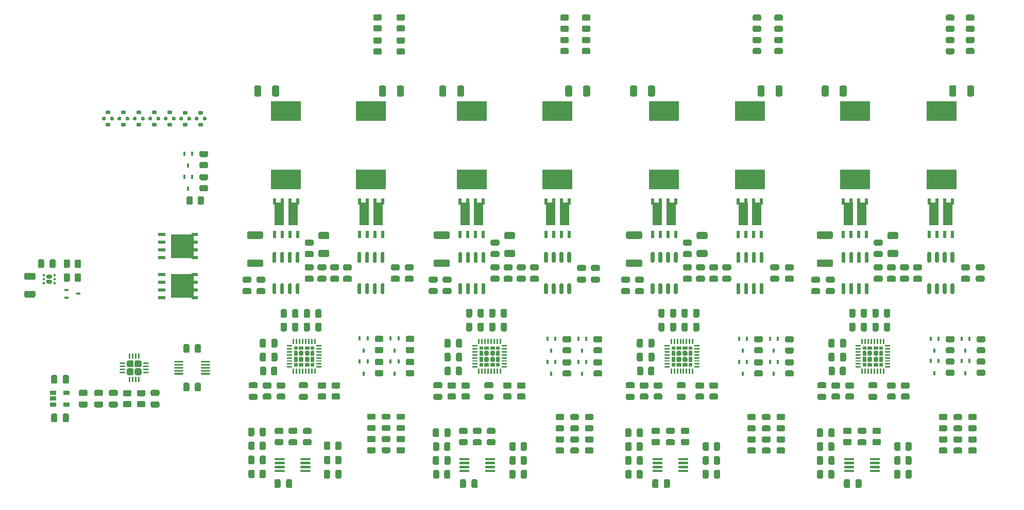
<source format=gbr>
%TF.GenerationSoftware,KiCad,Pcbnew,(5.1.8-0-10_14)*%
%TF.CreationDate,2021-05-08T00:18:42-07:00*%
%TF.ProjectId,TEC,5445432e-6b69-4636-9164-5f7063625858,A*%
%TF.SameCoordinates,Original*%
%TF.FileFunction,Paste,Top*%
%TF.FilePolarity,Positive*%
%FSLAX46Y46*%
G04 Gerber Fmt 4.6, Leading zero omitted, Abs format (unit mm)*
G04 Created by KiCad (PCBNEW (5.1.8-0-10_14)) date 2021-05-08 00:18:42*
%MOMM*%
%LPD*%
G01*
G04 APERTURE LIST*
%ADD10C,0.100000*%
%ADD11R,1.650000X3.810000*%
%ADD12R,0.610000X1.020000*%
%ADD13R,0.610000X1.270000*%
%ADD14R,0.450000X0.700000*%
%ADD15R,5.000000X3.250000*%
%ADD16R,1.060000X0.650000*%
%ADD17R,3.810000X3.910000*%
%ADD18R,1.020000X0.610000*%
%ADD19R,1.270000X0.610000*%
%ADD20R,0.700000X0.450000*%
G04 APERTURE END LIST*
%TO.C,U2*%
G36*
G01*
X71332000Y-125679000D02*
X71332000Y-125049000D01*
G75*
G02*
X71582000Y-124799000I250000J0D01*
G01*
X72212000Y-124799000D01*
G75*
G02*
X72462000Y-125049000I0J-250000D01*
G01*
X72462000Y-125679000D01*
G75*
G02*
X72212000Y-125929000I-250000J0D01*
G01*
X71582000Y-125929000D01*
G75*
G02*
X71332000Y-125679000I0J250000D01*
G01*
G37*
G36*
G01*
X71332000Y-124379000D02*
X71332000Y-123749000D01*
G75*
G02*
X71582000Y-123499000I250000J0D01*
G01*
X72212000Y-123499000D01*
G75*
G02*
X72462000Y-123749000I0J-250000D01*
G01*
X72462000Y-124379000D01*
G75*
G02*
X72212000Y-124629000I-250000J0D01*
G01*
X71582000Y-124629000D01*
G75*
G02*
X71332000Y-124379000I0J250000D01*
G01*
G37*
G36*
G01*
X70032000Y-125679000D02*
X70032000Y-125049000D01*
G75*
G02*
X70282000Y-124799000I250000J0D01*
G01*
X70912000Y-124799000D01*
G75*
G02*
X71162000Y-125049000I0J-250000D01*
G01*
X71162000Y-125679000D01*
G75*
G02*
X70912000Y-125929000I-250000J0D01*
G01*
X70282000Y-125929000D01*
G75*
G02*
X70032000Y-125679000I0J250000D01*
G01*
G37*
G36*
G01*
X70032000Y-124379000D02*
X70032000Y-123749000D01*
G75*
G02*
X70282000Y-123499000I250000J0D01*
G01*
X70912000Y-123499000D01*
G75*
G02*
X71162000Y-123749000I0J-250000D01*
G01*
X71162000Y-124379000D01*
G75*
G02*
X70912000Y-124629000I-250000J0D01*
G01*
X70282000Y-124629000D01*
G75*
G02*
X70032000Y-124379000I0J250000D01*
G01*
G37*
G36*
G01*
X70372000Y-123151500D02*
X70372000Y-122401500D01*
G75*
G02*
X70434500Y-122339000I62500J0D01*
G01*
X70559500Y-122339000D01*
G75*
G02*
X70622000Y-122401500I0J-62500D01*
G01*
X70622000Y-123151500D01*
G75*
G02*
X70559500Y-123214000I-62500J0D01*
G01*
X70434500Y-123214000D01*
G75*
G02*
X70372000Y-123151500I0J62500D01*
G01*
G37*
G36*
G01*
X70872000Y-123151500D02*
X70872000Y-122401500D01*
G75*
G02*
X70934500Y-122339000I62500J0D01*
G01*
X71059500Y-122339000D01*
G75*
G02*
X71122000Y-122401500I0J-62500D01*
G01*
X71122000Y-123151500D01*
G75*
G02*
X71059500Y-123214000I-62500J0D01*
G01*
X70934500Y-123214000D01*
G75*
G02*
X70872000Y-123151500I0J62500D01*
G01*
G37*
G36*
G01*
X71372000Y-123151500D02*
X71372000Y-122401500D01*
G75*
G02*
X71434500Y-122339000I62500J0D01*
G01*
X71559500Y-122339000D01*
G75*
G02*
X71622000Y-122401500I0J-62500D01*
G01*
X71622000Y-123151500D01*
G75*
G02*
X71559500Y-123214000I-62500J0D01*
G01*
X71434500Y-123214000D01*
G75*
G02*
X71372000Y-123151500I0J62500D01*
G01*
G37*
G36*
G01*
X71872000Y-123151500D02*
X71872000Y-122401500D01*
G75*
G02*
X71934500Y-122339000I62500J0D01*
G01*
X72059500Y-122339000D01*
G75*
G02*
X72122000Y-122401500I0J-62500D01*
G01*
X72122000Y-123151500D01*
G75*
G02*
X72059500Y-123214000I-62500J0D01*
G01*
X71934500Y-123214000D01*
G75*
G02*
X71872000Y-123151500I0J62500D01*
G01*
G37*
G36*
G01*
X72747000Y-124026500D02*
X72747000Y-123901500D01*
G75*
G02*
X72809500Y-123839000I62500J0D01*
G01*
X73559500Y-123839000D01*
G75*
G02*
X73622000Y-123901500I0J-62500D01*
G01*
X73622000Y-124026500D01*
G75*
G02*
X73559500Y-124089000I-62500J0D01*
G01*
X72809500Y-124089000D01*
G75*
G02*
X72747000Y-124026500I0J62500D01*
G01*
G37*
G36*
G01*
X72747000Y-124526500D02*
X72747000Y-124401500D01*
G75*
G02*
X72809500Y-124339000I62500J0D01*
G01*
X73559500Y-124339000D01*
G75*
G02*
X73622000Y-124401500I0J-62500D01*
G01*
X73622000Y-124526500D01*
G75*
G02*
X73559500Y-124589000I-62500J0D01*
G01*
X72809500Y-124589000D01*
G75*
G02*
X72747000Y-124526500I0J62500D01*
G01*
G37*
G36*
G01*
X72747000Y-125026500D02*
X72747000Y-124901500D01*
G75*
G02*
X72809500Y-124839000I62500J0D01*
G01*
X73559500Y-124839000D01*
G75*
G02*
X73622000Y-124901500I0J-62500D01*
G01*
X73622000Y-125026500D01*
G75*
G02*
X73559500Y-125089000I-62500J0D01*
G01*
X72809500Y-125089000D01*
G75*
G02*
X72747000Y-125026500I0J62500D01*
G01*
G37*
G36*
G01*
X72747000Y-125526500D02*
X72747000Y-125401500D01*
G75*
G02*
X72809500Y-125339000I62500J0D01*
G01*
X73559500Y-125339000D01*
G75*
G02*
X73622000Y-125401500I0J-62500D01*
G01*
X73622000Y-125526500D01*
G75*
G02*
X73559500Y-125589000I-62500J0D01*
G01*
X72809500Y-125589000D01*
G75*
G02*
X72747000Y-125526500I0J62500D01*
G01*
G37*
G36*
G01*
X71872000Y-127026500D02*
X71872000Y-126276500D01*
G75*
G02*
X71934500Y-126214000I62500J0D01*
G01*
X72059500Y-126214000D01*
G75*
G02*
X72122000Y-126276500I0J-62500D01*
G01*
X72122000Y-127026500D01*
G75*
G02*
X72059500Y-127089000I-62500J0D01*
G01*
X71934500Y-127089000D01*
G75*
G02*
X71872000Y-127026500I0J62500D01*
G01*
G37*
G36*
G01*
X71372000Y-127026500D02*
X71372000Y-126276500D01*
G75*
G02*
X71434500Y-126214000I62500J0D01*
G01*
X71559500Y-126214000D01*
G75*
G02*
X71622000Y-126276500I0J-62500D01*
G01*
X71622000Y-127026500D01*
G75*
G02*
X71559500Y-127089000I-62500J0D01*
G01*
X71434500Y-127089000D01*
G75*
G02*
X71372000Y-127026500I0J62500D01*
G01*
G37*
G36*
G01*
X70872000Y-127026500D02*
X70872000Y-126276500D01*
G75*
G02*
X70934500Y-126214000I62500J0D01*
G01*
X71059500Y-126214000D01*
G75*
G02*
X71122000Y-126276500I0J-62500D01*
G01*
X71122000Y-127026500D01*
G75*
G02*
X71059500Y-127089000I-62500J0D01*
G01*
X70934500Y-127089000D01*
G75*
G02*
X70872000Y-127026500I0J62500D01*
G01*
G37*
G36*
G01*
X70372000Y-127026500D02*
X70372000Y-126276500D01*
G75*
G02*
X70434500Y-126214000I62500J0D01*
G01*
X70559500Y-126214000D01*
G75*
G02*
X70622000Y-126276500I0J-62500D01*
G01*
X70622000Y-127026500D01*
G75*
G02*
X70559500Y-127089000I-62500J0D01*
G01*
X70434500Y-127089000D01*
G75*
G02*
X70372000Y-127026500I0J62500D01*
G01*
G37*
G36*
G01*
X68872000Y-125526500D02*
X68872000Y-125401500D01*
G75*
G02*
X68934500Y-125339000I62500J0D01*
G01*
X69684500Y-125339000D01*
G75*
G02*
X69747000Y-125401500I0J-62500D01*
G01*
X69747000Y-125526500D01*
G75*
G02*
X69684500Y-125589000I-62500J0D01*
G01*
X68934500Y-125589000D01*
G75*
G02*
X68872000Y-125526500I0J62500D01*
G01*
G37*
G36*
G01*
X68872000Y-125026500D02*
X68872000Y-124901500D01*
G75*
G02*
X68934500Y-124839000I62500J0D01*
G01*
X69684500Y-124839000D01*
G75*
G02*
X69747000Y-124901500I0J-62500D01*
G01*
X69747000Y-125026500D01*
G75*
G02*
X69684500Y-125089000I-62500J0D01*
G01*
X68934500Y-125089000D01*
G75*
G02*
X68872000Y-125026500I0J62500D01*
G01*
G37*
G36*
G01*
X68872000Y-124526500D02*
X68872000Y-124401500D01*
G75*
G02*
X68934500Y-124339000I62500J0D01*
G01*
X69684500Y-124339000D01*
G75*
G02*
X69747000Y-124401500I0J-62500D01*
G01*
X69747000Y-124526500D01*
G75*
G02*
X69684500Y-124589000I-62500J0D01*
G01*
X68934500Y-124589000D01*
G75*
G02*
X68872000Y-124526500I0J62500D01*
G01*
G37*
G36*
G01*
X68872000Y-124026500D02*
X68872000Y-123901500D01*
G75*
G02*
X68934500Y-123839000I62500J0D01*
G01*
X69684500Y-123839000D01*
G75*
G02*
X69747000Y-123901500I0J-62500D01*
G01*
X69747000Y-124026500D01*
G75*
G02*
X69684500Y-124089000I-62500J0D01*
G01*
X68934500Y-124089000D01*
G75*
G02*
X68872000Y-124026500I0J62500D01*
G01*
G37*
%TD*%
%TO.C,U8*%
G36*
G01*
X56842000Y-110681500D02*
X56842000Y-110336500D01*
G75*
G02*
X57014500Y-110164000I172500J0D01*
G01*
X57539500Y-110164000D01*
G75*
G02*
X57712000Y-110336500I0J-172500D01*
G01*
X57712000Y-110681500D01*
G75*
G02*
X57539500Y-110854000I-172500J0D01*
G01*
X57014500Y-110854000D01*
G75*
G02*
X56842000Y-110681500I0J172500D01*
G01*
G37*
G36*
G01*
X56842000Y-109881500D02*
X56842000Y-109536500D01*
G75*
G02*
X57014500Y-109364000I172500J0D01*
G01*
X57539500Y-109364000D01*
G75*
G02*
X57712000Y-109536500I0J-172500D01*
G01*
X57712000Y-109881500D01*
G75*
G02*
X57539500Y-110054000I-172500J0D01*
G01*
X57014500Y-110054000D01*
G75*
G02*
X56842000Y-109881500I0J172500D01*
G01*
G37*
G36*
G01*
X57977000Y-109565250D02*
X57977000Y-109352750D01*
G75*
G02*
X58070750Y-109259000I93750J0D01*
G01*
X58258250Y-109259000D01*
G75*
G02*
X58352000Y-109352750I0J-93750D01*
G01*
X58352000Y-109565250D01*
G75*
G02*
X58258250Y-109659000I-93750J0D01*
G01*
X58070750Y-109659000D01*
G75*
G02*
X57977000Y-109565250I0J93750D01*
G01*
G37*
G36*
G01*
X57977000Y-110215250D02*
X57977000Y-110002750D01*
G75*
G02*
X58070750Y-109909000I93750J0D01*
G01*
X58258250Y-109909000D01*
G75*
G02*
X58352000Y-110002750I0J-93750D01*
G01*
X58352000Y-110215250D01*
G75*
G02*
X58258250Y-110309000I-93750J0D01*
G01*
X58070750Y-110309000D01*
G75*
G02*
X57977000Y-110215250I0J93750D01*
G01*
G37*
G36*
G01*
X57977000Y-110865250D02*
X57977000Y-110652750D01*
G75*
G02*
X58070750Y-110559000I93750J0D01*
G01*
X58258250Y-110559000D01*
G75*
G02*
X58352000Y-110652750I0J-93750D01*
G01*
X58352000Y-110865250D01*
G75*
G02*
X58258250Y-110959000I-93750J0D01*
G01*
X58070750Y-110959000D01*
G75*
G02*
X57977000Y-110865250I0J93750D01*
G01*
G37*
G36*
G01*
X56202000Y-110865250D02*
X56202000Y-110652750D01*
G75*
G02*
X56295750Y-110559000I93750J0D01*
G01*
X56483250Y-110559000D01*
G75*
G02*
X56577000Y-110652750I0J-93750D01*
G01*
X56577000Y-110865250D01*
G75*
G02*
X56483250Y-110959000I-93750J0D01*
G01*
X56295750Y-110959000D01*
G75*
G02*
X56202000Y-110865250I0J93750D01*
G01*
G37*
G36*
G01*
X56202000Y-110215250D02*
X56202000Y-110002750D01*
G75*
G02*
X56295750Y-109909000I93750J0D01*
G01*
X56483250Y-109909000D01*
G75*
G02*
X56577000Y-110002750I0J-93750D01*
G01*
X56577000Y-110215250D01*
G75*
G02*
X56483250Y-110309000I-93750J0D01*
G01*
X56295750Y-110309000D01*
G75*
G02*
X56202000Y-110215250I0J93750D01*
G01*
G37*
G36*
G01*
X56202000Y-109565250D02*
X56202000Y-109352750D01*
G75*
G02*
X56295750Y-109259000I93750J0D01*
G01*
X56483250Y-109259000D01*
G75*
G02*
X56577000Y-109352750I0J-93750D01*
G01*
X56577000Y-109565250D01*
G75*
G02*
X56483250Y-109659000I-93750J0D01*
G01*
X56295750Y-109659000D01*
G75*
G02*
X56202000Y-109565250I0J93750D01*
G01*
G37*
%TD*%
%TO.C,C35*%
G36*
G01*
X54752001Y-110225000D02*
X53451999Y-110225000D01*
G75*
G02*
X53202000Y-109975001I0J249999D01*
G01*
X53202000Y-109324999D01*
G75*
G02*
X53451999Y-109075000I249999J0D01*
G01*
X54752001Y-109075000D01*
G75*
G02*
X55002000Y-109324999I0J-249999D01*
G01*
X55002000Y-109975001D01*
G75*
G02*
X54752001Y-110225000I-249999J0D01*
G01*
G37*
G36*
G01*
X54752001Y-113175000D02*
X53451999Y-113175000D01*
G75*
G02*
X53202000Y-112925001I0J249999D01*
G01*
X53202000Y-112274999D01*
G75*
G02*
X53451999Y-112025000I249999J0D01*
G01*
X54752001Y-112025000D01*
G75*
G02*
X55002000Y-112274999I0J-249999D01*
G01*
X55002000Y-112925001D01*
G75*
G02*
X54752001Y-113175000I-249999J0D01*
G01*
G37*
%TD*%
%TO.C,C34*%
G36*
G01*
X56446000Y-107094000D02*
X56446000Y-108044000D01*
G75*
G02*
X56196000Y-108294000I-250000J0D01*
G01*
X55696000Y-108294000D01*
G75*
G02*
X55446000Y-108044000I0J250000D01*
G01*
X55446000Y-107094000D01*
G75*
G02*
X55696000Y-106844000I250000J0D01*
G01*
X56196000Y-106844000D01*
G75*
G02*
X56446000Y-107094000I0J-250000D01*
G01*
G37*
G36*
G01*
X58346000Y-107094000D02*
X58346000Y-108044000D01*
G75*
G02*
X58096000Y-108294000I-250000J0D01*
G01*
X57596000Y-108294000D01*
G75*
G02*
X57346000Y-108044000I0J250000D01*
G01*
X57346000Y-107094000D01*
G75*
G02*
X57596000Y-106844000I250000J0D01*
G01*
X58096000Y-106844000D01*
G75*
G02*
X58346000Y-107094000I0J-250000D01*
G01*
G37*
%TD*%
%TO.C,U20*%
G36*
G01*
X202080000Y-107409000D02*
X201780000Y-107409000D01*
G75*
G02*
X201630000Y-107259000I0J150000D01*
G01*
X201630000Y-105809000D01*
G75*
G02*
X201780000Y-105659000I150000J0D01*
G01*
X202080000Y-105659000D01*
G75*
G02*
X202230000Y-105809000I0J-150000D01*
G01*
X202230000Y-107259000D01*
G75*
G02*
X202080000Y-107409000I-150000J0D01*
G01*
G37*
G36*
G01*
X203350000Y-107409000D02*
X203050000Y-107409000D01*
G75*
G02*
X202900000Y-107259000I0J150000D01*
G01*
X202900000Y-105809000D01*
G75*
G02*
X203050000Y-105659000I150000J0D01*
G01*
X203350000Y-105659000D01*
G75*
G02*
X203500000Y-105809000I0J-150000D01*
G01*
X203500000Y-107259000D01*
G75*
G02*
X203350000Y-107409000I-150000J0D01*
G01*
G37*
G36*
G01*
X204620000Y-107409000D02*
X204320000Y-107409000D01*
G75*
G02*
X204170000Y-107259000I0J150000D01*
G01*
X204170000Y-105809000D01*
G75*
G02*
X204320000Y-105659000I150000J0D01*
G01*
X204620000Y-105659000D01*
G75*
G02*
X204770000Y-105809000I0J-150000D01*
G01*
X204770000Y-107259000D01*
G75*
G02*
X204620000Y-107409000I-150000J0D01*
G01*
G37*
G36*
G01*
X205890000Y-107409000D02*
X205590000Y-107409000D01*
G75*
G02*
X205440000Y-107259000I0J150000D01*
G01*
X205440000Y-105809000D01*
G75*
G02*
X205590000Y-105659000I150000J0D01*
G01*
X205890000Y-105659000D01*
G75*
G02*
X206040000Y-105809000I0J-150000D01*
G01*
X206040000Y-107259000D01*
G75*
G02*
X205890000Y-107409000I-150000J0D01*
G01*
G37*
G36*
G01*
X205890000Y-112559000D02*
X205590000Y-112559000D01*
G75*
G02*
X205440000Y-112409000I0J150000D01*
G01*
X205440000Y-110959000D01*
G75*
G02*
X205590000Y-110809000I150000J0D01*
G01*
X205890000Y-110809000D01*
G75*
G02*
X206040000Y-110959000I0J-150000D01*
G01*
X206040000Y-112409000D01*
G75*
G02*
X205890000Y-112559000I-150000J0D01*
G01*
G37*
G36*
G01*
X204620000Y-112559000D02*
X204320000Y-112559000D01*
G75*
G02*
X204170000Y-112409000I0J150000D01*
G01*
X204170000Y-110959000D01*
G75*
G02*
X204320000Y-110809000I150000J0D01*
G01*
X204620000Y-110809000D01*
G75*
G02*
X204770000Y-110959000I0J-150000D01*
G01*
X204770000Y-112409000D01*
G75*
G02*
X204620000Y-112559000I-150000J0D01*
G01*
G37*
G36*
G01*
X203350000Y-112559000D02*
X203050000Y-112559000D01*
G75*
G02*
X202900000Y-112409000I0J150000D01*
G01*
X202900000Y-110959000D01*
G75*
G02*
X203050000Y-110809000I150000J0D01*
G01*
X203350000Y-110809000D01*
G75*
G02*
X203500000Y-110959000I0J-150000D01*
G01*
X203500000Y-112409000D01*
G75*
G02*
X203350000Y-112559000I-150000J0D01*
G01*
G37*
G36*
G01*
X202080000Y-112559000D02*
X201780000Y-112559000D01*
G75*
G02*
X201630000Y-112409000I0J150000D01*
G01*
X201630000Y-110959000D01*
G75*
G02*
X201780000Y-110809000I150000J0D01*
G01*
X202080000Y-110809000D01*
G75*
G02*
X202230000Y-110959000I0J-150000D01*
G01*
X202230000Y-112409000D01*
G75*
G02*
X202080000Y-112559000I-150000J0D01*
G01*
G37*
%TD*%
%TO.C,U19*%
G36*
G01*
X187983000Y-107409000D02*
X187683000Y-107409000D01*
G75*
G02*
X187533000Y-107259000I0J150000D01*
G01*
X187533000Y-105809000D01*
G75*
G02*
X187683000Y-105659000I150000J0D01*
G01*
X187983000Y-105659000D01*
G75*
G02*
X188133000Y-105809000I0J-150000D01*
G01*
X188133000Y-107259000D01*
G75*
G02*
X187983000Y-107409000I-150000J0D01*
G01*
G37*
G36*
G01*
X189253000Y-107409000D02*
X188953000Y-107409000D01*
G75*
G02*
X188803000Y-107259000I0J150000D01*
G01*
X188803000Y-105809000D01*
G75*
G02*
X188953000Y-105659000I150000J0D01*
G01*
X189253000Y-105659000D01*
G75*
G02*
X189403000Y-105809000I0J-150000D01*
G01*
X189403000Y-107259000D01*
G75*
G02*
X189253000Y-107409000I-150000J0D01*
G01*
G37*
G36*
G01*
X190523000Y-107409000D02*
X190223000Y-107409000D01*
G75*
G02*
X190073000Y-107259000I0J150000D01*
G01*
X190073000Y-105809000D01*
G75*
G02*
X190223000Y-105659000I150000J0D01*
G01*
X190523000Y-105659000D01*
G75*
G02*
X190673000Y-105809000I0J-150000D01*
G01*
X190673000Y-107259000D01*
G75*
G02*
X190523000Y-107409000I-150000J0D01*
G01*
G37*
G36*
G01*
X191793000Y-107409000D02*
X191493000Y-107409000D01*
G75*
G02*
X191343000Y-107259000I0J150000D01*
G01*
X191343000Y-105809000D01*
G75*
G02*
X191493000Y-105659000I150000J0D01*
G01*
X191793000Y-105659000D01*
G75*
G02*
X191943000Y-105809000I0J-150000D01*
G01*
X191943000Y-107259000D01*
G75*
G02*
X191793000Y-107409000I-150000J0D01*
G01*
G37*
G36*
G01*
X191793000Y-112559000D02*
X191493000Y-112559000D01*
G75*
G02*
X191343000Y-112409000I0J150000D01*
G01*
X191343000Y-110959000D01*
G75*
G02*
X191493000Y-110809000I150000J0D01*
G01*
X191793000Y-110809000D01*
G75*
G02*
X191943000Y-110959000I0J-150000D01*
G01*
X191943000Y-112409000D01*
G75*
G02*
X191793000Y-112559000I-150000J0D01*
G01*
G37*
G36*
G01*
X190523000Y-112559000D02*
X190223000Y-112559000D01*
G75*
G02*
X190073000Y-112409000I0J150000D01*
G01*
X190073000Y-110959000D01*
G75*
G02*
X190223000Y-110809000I150000J0D01*
G01*
X190523000Y-110809000D01*
G75*
G02*
X190673000Y-110959000I0J-150000D01*
G01*
X190673000Y-112409000D01*
G75*
G02*
X190523000Y-112559000I-150000J0D01*
G01*
G37*
G36*
G01*
X189253000Y-112559000D02*
X188953000Y-112559000D01*
G75*
G02*
X188803000Y-112409000I0J150000D01*
G01*
X188803000Y-110959000D01*
G75*
G02*
X188953000Y-110809000I150000J0D01*
G01*
X189253000Y-110809000D01*
G75*
G02*
X189403000Y-110959000I0J-150000D01*
G01*
X189403000Y-112409000D01*
G75*
G02*
X189253000Y-112559000I-150000J0D01*
G01*
G37*
G36*
G01*
X187983000Y-112559000D02*
X187683000Y-112559000D01*
G75*
G02*
X187533000Y-112409000I0J150000D01*
G01*
X187533000Y-110959000D01*
G75*
G02*
X187683000Y-110809000I150000J0D01*
G01*
X187983000Y-110809000D01*
G75*
G02*
X188133000Y-110959000I0J-150000D01*
G01*
X188133000Y-112409000D01*
G75*
G02*
X187983000Y-112559000I-150000J0D01*
G01*
G37*
%TD*%
D10*
%TO.C,U18*%
G36*
X193735177Y-121251266D02*
G01*
X193740905Y-121232383D01*
X193750207Y-121214980D01*
X193762726Y-121199726D01*
X193777980Y-121187207D01*
X193795383Y-121177905D01*
X193814266Y-121172177D01*
X193833904Y-121170243D01*
X194217096Y-121170243D01*
X194236734Y-121172177D01*
X194255617Y-121177905D01*
X194273020Y-121187207D01*
X194288274Y-121199726D01*
X194300793Y-121214980D01*
X194310095Y-121232383D01*
X194315823Y-121251266D01*
X194317757Y-121270904D01*
X194317757Y-121654096D01*
X194315823Y-121673734D01*
X194310095Y-121692617D01*
X194300793Y-121710020D01*
X194288274Y-121725274D01*
X194273020Y-121737793D01*
X194255617Y-121747095D01*
X194236734Y-121752823D01*
X194217096Y-121754757D01*
X193917295Y-121754757D01*
X193897657Y-121752823D01*
X193878774Y-121747095D01*
X193861371Y-121737793D01*
X193846117Y-121725274D01*
X193762726Y-121641883D01*
X193750207Y-121626629D01*
X193740905Y-121609226D01*
X193735177Y-121590343D01*
X193733243Y-121570705D01*
X193733243Y-121270904D01*
X193735177Y-121251266D01*
G37*
G36*
X191010177Y-121251266D02*
G01*
X191015905Y-121232383D01*
X191025207Y-121214980D01*
X191037726Y-121199726D01*
X191052980Y-121187207D01*
X191070383Y-121177905D01*
X191089266Y-121172177D01*
X191108904Y-121170243D01*
X191492096Y-121170243D01*
X191511734Y-121172177D01*
X191530617Y-121177905D01*
X191548020Y-121187207D01*
X191563274Y-121199726D01*
X191575793Y-121214980D01*
X191585095Y-121232383D01*
X191590823Y-121251266D01*
X191592757Y-121270904D01*
X191592757Y-121570705D01*
X191590823Y-121590343D01*
X191585095Y-121609226D01*
X191575793Y-121626629D01*
X191563274Y-121641883D01*
X191479883Y-121725274D01*
X191464629Y-121737793D01*
X191447226Y-121747095D01*
X191428343Y-121752823D01*
X191408705Y-121754757D01*
X191108904Y-121754757D01*
X191089266Y-121752823D01*
X191070383Y-121747095D01*
X191052980Y-121737793D01*
X191037726Y-121725274D01*
X191025207Y-121710020D01*
X191015905Y-121692617D01*
X191010177Y-121673734D01*
X191008243Y-121654096D01*
X191008243Y-121270904D01*
X191010177Y-121251266D01*
G37*
G36*
X193735177Y-124059657D02*
G01*
X193740905Y-124040774D01*
X193750207Y-124023371D01*
X193762726Y-124008117D01*
X193846117Y-123924726D01*
X193861371Y-123912207D01*
X193878774Y-123902905D01*
X193897657Y-123897177D01*
X193917295Y-123895243D01*
X194217096Y-123895243D01*
X194236734Y-123897177D01*
X194255617Y-123902905D01*
X194273020Y-123912207D01*
X194288274Y-123924726D01*
X194300793Y-123939980D01*
X194310095Y-123957383D01*
X194315823Y-123976266D01*
X194317757Y-123995904D01*
X194317757Y-124379096D01*
X194315823Y-124398734D01*
X194310095Y-124417617D01*
X194300793Y-124435020D01*
X194288274Y-124450274D01*
X194273020Y-124462793D01*
X194255617Y-124472095D01*
X194236734Y-124477823D01*
X194217096Y-124479757D01*
X193833904Y-124479757D01*
X193814266Y-124477823D01*
X193795383Y-124472095D01*
X193777980Y-124462793D01*
X193762726Y-124450274D01*
X193750207Y-124435020D01*
X193740905Y-124417617D01*
X193735177Y-124398734D01*
X193733243Y-124379096D01*
X193733243Y-124079295D01*
X193735177Y-124059657D01*
G37*
G36*
X191010177Y-123976266D02*
G01*
X191015905Y-123957383D01*
X191025207Y-123939980D01*
X191037726Y-123924726D01*
X191052980Y-123912207D01*
X191070383Y-123902905D01*
X191089266Y-123897177D01*
X191108904Y-123895243D01*
X191408705Y-123895243D01*
X191428343Y-123897177D01*
X191447226Y-123902905D01*
X191464629Y-123912207D01*
X191479883Y-123924726D01*
X191563274Y-124008117D01*
X191575793Y-124023371D01*
X191585095Y-124040774D01*
X191590823Y-124059657D01*
X191592757Y-124079295D01*
X191592757Y-124379096D01*
X191590823Y-124398734D01*
X191585095Y-124417617D01*
X191575793Y-124435020D01*
X191563274Y-124450274D01*
X191548020Y-124462793D01*
X191530617Y-124472095D01*
X191511734Y-124477823D01*
X191492096Y-124479757D01*
X191108904Y-124479757D01*
X191089266Y-124477823D01*
X191070383Y-124472095D01*
X191052980Y-124462793D01*
X191037726Y-124450274D01*
X191025207Y-124435020D01*
X191015905Y-124417617D01*
X191010177Y-124398734D01*
X191008243Y-124379096D01*
X191008243Y-123995904D01*
X191010177Y-123976266D01*
G37*
G36*
X193734815Y-122055529D02*
G01*
X193739471Y-122040179D01*
X193747032Y-122026034D01*
X193757208Y-122013635D01*
X193824991Y-121945852D01*
X193837390Y-121935676D01*
X193851535Y-121928115D01*
X193866885Y-121923459D01*
X193882847Y-121921887D01*
X194235936Y-121921887D01*
X194251898Y-121923459D01*
X194267248Y-121928115D01*
X194281393Y-121935676D01*
X194293792Y-121945852D01*
X194303968Y-121958251D01*
X194311529Y-121972396D01*
X194316185Y-121987746D01*
X194317757Y-122003708D01*
X194317757Y-122646292D01*
X194316185Y-122662254D01*
X194311529Y-122677604D01*
X194303968Y-122691749D01*
X194293792Y-122704148D01*
X194281393Y-122714324D01*
X194267248Y-122721885D01*
X194251898Y-122726541D01*
X194235936Y-122728113D01*
X193882847Y-122728113D01*
X193866885Y-122726541D01*
X193851535Y-122721885D01*
X193837390Y-122714324D01*
X193824991Y-122704148D01*
X193757208Y-122636365D01*
X193747032Y-122623966D01*
X193739471Y-122609821D01*
X193734815Y-122594471D01*
X193733243Y-122578509D01*
X193733243Y-122071491D01*
X193734815Y-122055529D01*
G37*
G36*
X193734815Y-123055529D02*
G01*
X193739471Y-123040179D01*
X193747032Y-123026034D01*
X193757208Y-123013635D01*
X193824991Y-122945852D01*
X193837390Y-122935676D01*
X193851535Y-122928115D01*
X193866885Y-122923459D01*
X193882847Y-122921887D01*
X194235936Y-122921887D01*
X194251898Y-122923459D01*
X194267248Y-122928115D01*
X194281393Y-122935676D01*
X194293792Y-122945852D01*
X194303968Y-122958251D01*
X194311529Y-122972396D01*
X194316185Y-122987746D01*
X194317757Y-123003708D01*
X194317757Y-123646292D01*
X194316185Y-123662254D01*
X194311529Y-123677604D01*
X194303968Y-123691749D01*
X194293792Y-123704148D01*
X194281393Y-123714324D01*
X194267248Y-123721885D01*
X194251898Y-123726541D01*
X194235936Y-123728113D01*
X193882847Y-123728113D01*
X193866885Y-123726541D01*
X193851535Y-123721885D01*
X193837390Y-123714324D01*
X193824991Y-123704148D01*
X193757208Y-123636365D01*
X193747032Y-123623966D01*
X193739471Y-123609821D01*
X193734815Y-123594471D01*
X193733243Y-123578509D01*
X193733243Y-123071491D01*
X193734815Y-123055529D01*
G37*
G36*
X191009815Y-121987746D02*
G01*
X191014471Y-121972396D01*
X191022032Y-121958251D01*
X191032208Y-121945852D01*
X191044607Y-121935676D01*
X191058752Y-121928115D01*
X191074102Y-121923459D01*
X191090064Y-121921887D01*
X191443153Y-121921887D01*
X191459115Y-121923459D01*
X191474465Y-121928115D01*
X191488610Y-121935676D01*
X191501009Y-121945852D01*
X191568792Y-122013635D01*
X191578968Y-122026034D01*
X191586529Y-122040179D01*
X191591185Y-122055529D01*
X191592757Y-122071491D01*
X191592757Y-122578509D01*
X191591185Y-122594471D01*
X191586529Y-122609821D01*
X191578968Y-122623966D01*
X191568792Y-122636365D01*
X191501009Y-122704148D01*
X191488610Y-122714324D01*
X191474465Y-122721885D01*
X191459115Y-122726541D01*
X191443153Y-122728113D01*
X191090064Y-122728113D01*
X191074102Y-122726541D01*
X191058752Y-122721885D01*
X191044607Y-122714324D01*
X191032208Y-122704148D01*
X191022032Y-122691749D01*
X191014471Y-122677604D01*
X191009815Y-122662254D01*
X191008243Y-122646292D01*
X191008243Y-122003708D01*
X191009815Y-121987746D01*
G37*
G36*
X191009815Y-122987746D02*
G01*
X191014471Y-122972396D01*
X191022032Y-122958251D01*
X191032208Y-122945852D01*
X191044607Y-122935676D01*
X191058752Y-122928115D01*
X191074102Y-122923459D01*
X191090064Y-122921887D01*
X191443153Y-122921887D01*
X191459115Y-122923459D01*
X191474465Y-122928115D01*
X191488610Y-122935676D01*
X191501009Y-122945852D01*
X191568792Y-123013635D01*
X191578968Y-123026034D01*
X191586529Y-123040179D01*
X191591185Y-123055529D01*
X191592757Y-123071491D01*
X191592757Y-123578509D01*
X191591185Y-123594471D01*
X191586529Y-123609821D01*
X191578968Y-123623966D01*
X191568792Y-123636365D01*
X191501009Y-123704148D01*
X191488610Y-123714324D01*
X191474465Y-123721885D01*
X191459115Y-123726541D01*
X191443153Y-123728113D01*
X191090064Y-123728113D01*
X191074102Y-123726541D01*
X191058752Y-123721885D01*
X191044607Y-123714324D01*
X191032208Y-123704148D01*
X191022032Y-123691749D01*
X191014471Y-123677604D01*
X191009815Y-123662254D01*
X191008243Y-123646292D01*
X191008243Y-123003708D01*
X191009815Y-122987746D01*
G37*
G36*
X192761459Y-121236102D02*
G01*
X192766115Y-121220752D01*
X192773676Y-121206607D01*
X192783852Y-121194208D01*
X192796251Y-121184032D01*
X192810396Y-121176471D01*
X192825746Y-121171815D01*
X192841708Y-121170243D01*
X193484292Y-121170243D01*
X193500254Y-121171815D01*
X193515604Y-121176471D01*
X193529749Y-121184032D01*
X193542148Y-121194208D01*
X193552324Y-121206607D01*
X193559885Y-121220752D01*
X193564541Y-121236102D01*
X193566113Y-121252064D01*
X193566113Y-121605153D01*
X193564541Y-121621115D01*
X193559885Y-121636465D01*
X193552324Y-121650610D01*
X193542148Y-121663009D01*
X193474365Y-121730792D01*
X193461966Y-121740968D01*
X193447821Y-121748529D01*
X193432471Y-121753185D01*
X193416509Y-121754757D01*
X192909491Y-121754757D01*
X192893529Y-121753185D01*
X192878179Y-121748529D01*
X192864034Y-121740968D01*
X192851635Y-121730792D01*
X192783852Y-121663009D01*
X192773676Y-121650610D01*
X192766115Y-121636465D01*
X192761459Y-121621115D01*
X192759887Y-121605153D01*
X192759887Y-121252064D01*
X192761459Y-121236102D01*
G37*
G36*
X191761459Y-121236102D02*
G01*
X191766115Y-121220752D01*
X191773676Y-121206607D01*
X191783852Y-121194208D01*
X191796251Y-121184032D01*
X191810396Y-121176471D01*
X191825746Y-121171815D01*
X191841708Y-121170243D01*
X192484292Y-121170243D01*
X192500254Y-121171815D01*
X192515604Y-121176471D01*
X192529749Y-121184032D01*
X192542148Y-121194208D01*
X192552324Y-121206607D01*
X192559885Y-121220752D01*
X192564541Y-121236102D01*
X192566113Y-121252064D01*
X192566113Y-121605153D01*
X192564541Y-121621115D01*
X192559885Y-121636465D01*
X192552324Y-121650610D01*
X192542148Y-121663009D01*
X192474365Y-121730792D01*
X192461966Y-121740968D01*
X192447821Y-121748529D01*
X192432471Y-121753185D01*
X192416509Y-121754757D01*
X191909491Y-121754757D01*
X191893529Y-121753185D01*
X191878179Y-121748529D01*
X191864034Y-121740968D01*
X191851635Y-121730792D01*
X191783852Y-121663009D01*
X191773676Y-121650610D01*
X191766115Y-121636465D01*
X191761459Y-121621115D01*
X191759887Y-121605153D01*
X191759887Y-121252064D01*
X191761459Y-121236102D01*
G37*
G36*
X192761459Y-124028885D02*
G01*
X192766115Y-124013535D01*
X192773676Y-123999390D01*
X192783852Y-123986991D01*
X192851635Y-123919208D01*
X192864034Y-123909032D01*
X192878179Y-123901471D01*
X192893529Y-123896815D01*
X192909491Y-123895243D01*
X193416509Y-123895243D01*
X193432471Y-123896815D01*
X193447821Y-123901471D01*
X193461966Y-123909032D01*
X193474365Y-123919208D01*
X193542148Y-123986991D01*
X193552324Y-123999390D01*
X193559885Y-124013535D01*
X193564541Y-124028885D01*
X193566113Y-124044847D01*
X193566113Y-124397936D01*
X193564541Y-124413898D01*
X193559885Y-124429248D01*
X193552324Y-124443393D01*
X193542148Y-124455792D01*
X193529749Y-124465968D01*
X193515604Y-124473529D01*
X193500254Y-124478185D01*
X193484292Y-124479757D01*
X192841708Y-124479757D01*
X192825746Y-124478185D01*
X192810396Y-124473529D01*
X192796251Y-124465968D01*
X192783852Y-124455792D01*
X192773676Y-124443393D01*
X192766115Y-124429248D01*
X192761459Y-124413898D01*
X192759887Y-124397936D01*
X192759887Y-124044847D01*
X192761459Y-124028885D01*
G37*
G36*
X191761459Y-124028885D02*
G01*
X191766115Y-124013535D01*
X191773676Y-123999390D01*
X191783852Y-123986991D01*
X191851635Y-123919208D01*
X191864034Y-123909032D01*
X191878179Y-123901471D01*
X191893529Y-123896815D01*
X191909491Y-123895243D01*
X192416509Y-123895243D01*
X192432471Y-123896815D01*
X192447821Y-123901471D01*
X192461966Y-123909032D01*
X192474365Y-123919208D01*
X192542148Y-123986991D01*
X192552324Y-123999390D01*
X192559885Y-124013535D01*
X192564541Y-124028885D01*
X192566113Y-124044847D01*
X192566113Y-124397936D01*
X192564541Y-124413898D01*
X192559885Y-124429248D01*
X192552324Y-124443393D01*
X192542148Y-124455792D01*
X192529749Y-124465968D01*
X192515604Y-124473529D01*
X192500254Y-124478185D01*
X192484292Y-124479757D01*
X191841708Y-124479757D01*
X191825746Y-124478185D01*
X191810396Y-124473529D01*
X191796251Y-124465968D01*
X191783852Y-124455792D01*
X191773676Y-124443393D01*
X191766115Y-124429248D01*
X191761459Y-124413898D01*
X191759887Y-124397936D01*
X191759887Y-124044847D01*
X191761459Y-124028885D01*
G37*
G36*
G01*
X193364557Y-122728113D02*
X192961443Y-122728113D01*
G75*
G02*
X192759887Y-122526557I0J201556D01*
G01*
X192759887Y-122123443D01*
G75*
G02*
X192961443Y-121921887I201556J0D01*
G01*
X193364557Y-121921887D01*
G75*
G02*
X193566113Y-122123443I0J-201556D01*
G01*
X193566113Y-122526557D01*
G75*
G02*
X193364557Y-122728113I-201556J0D01*
G01*
G37*
G36*
G01*
X192364557Y-122728113D02*
X191961443Y-122728113D01*
G75*
G02*
X191759887Y-122526557I0J201556D01*
G01*
X191759887Y-122123443D01*
G75*
G02*
X191961443Y-121921887I201556J0D01*
G01*
X192364557Y-121921887D01*
G75*
G02*
X192566113Y-122123443I0J-201556D01*
G01*
X192566113Y-122526557D01*
G75*
G02*
X192364557Y-122728113I-201556J0D01*
G01*
G37*
G36*
G01*
X193364557Y-123728113D02*
X192961443Y-123728113D01*
G75*
G02*
X192759887Y-123526557I0J201556D01*
G01*
X192759887Y-123123443D01*
G75*
G02*
X192961443Y-122921887I201556J0D01*
G01*
X193364557Y-122921887D01*
G75*
G02*
X193566113Y-123123443I0J-201556D01*
G01*
X193566113Y-123526557D01*
G75*
G02*
X193364557Y-123728113I-201556J0D01*
G01*
G37*
G36*
G01*
X192364557Y-123728113D02*
X191961443Y-123728113D01*
G75*
G02*
X191759887Y-123526557I0J201556D01*
G01*
X191759887Y-123123443D01*
G75*
G02*
X191961443Y-122921887I201556J0D01*
G01*
X192364557Y-122921887D01*
G75*
G02*
X192566113Y-123123443I0J-201556D01*
G01*
X192566113Y-123526557D01*
G75*
G02*
X192364557Y-123728113I-201556J0D01*
G01*
G37*
G36*
G01*
X190600500Y-124700000D02*
X189850500Y-124700000D01*
G75*
G02*
X189788000Y-124637500I0J62500D01*
G01*
X189788000Y-124512500D01*
G75*
G02*
X189850500Y-124450000I62500J0D01*
G01*
X190600500Y-124450000D01*
G75*
G02*
X190663000Y-124512500I0J-62500D01*
G01*
X190663000Y-124637500D01*
G75*
G02*
X190600500Y-124700000I-62500J0D01*
G01*
G37*
G36*
G01*
X190600500Y-124200000D02*
X189850500Y-124200000D01*
G75*
G02*
X189788000Y-124137500I0J62500D01*
G01*
X189788000Y-124012500D01*
G75*
G02*
X189850500Y-123950000I62500J0D01*
G01*
X190600500Y-123950000D01*
G75*
G02*
X190663000Y-124012500I0J-62500D01*
G01*
X190663000Y-124137500D01*
G75*
G02*
X190600500Y-124200000I-62500J0D01*
G01*
G37*
G36*
G01*
X190600500Y-123700000D02*
X189850500Y-123700000D01*
G75*
G02*
X189788000Y-123637500I0J62500D01*
G01*
X189788000Y-123512500D01*
G75*
G02*
X189850500Y-123450000I62500J0D01*
G01*
X190600500Y-123450000D01*
G75*
G02*
X190663000Y-123512500I0J-62500D01*
G01*
X190663000Y-123637500D01*
G75*
G02*
X190600500Y-123700000I-62500J0D01*
G01*
G37*
G36*
G01*
X190600500Y-123200000D02*
X189850500Y-123200000D01*
G75*
G02*
X189788000Y-123137500I0J62500D01*
G01*
X189788000Y-123012500D01*
G75*
G02*
X189850500Y-122950000I62500J0D01*
G01*
X190600500Y-122950000D01*
G75*
G02*
X190663000Y-123012500I0J-62500D01*
G01*
X190663000Y-123137500D01*
G75*
G02*
X190600500Y-123200000I-62500J0D01*
G01*
G37*
G36*
G01*
X190600500Y-122700000D02*
X189850500Y-122700000D01*
G75*
G02*
X189788000Y-122637500I0J62500D01*
G01*
X189788000Y-122512500D01*
G75*
G02*
X189850500Y-122450000I62500J0D01*
G01*
X190600500Y-122450000D01*
G75*
G02*
X190663000Y-122512500I0J-62500D01*
G01*
X190663000Y-122637500D01*
G75*
G02*
X190600500Y-122700000I-62500J0D01*
G01*
G37*
G36*
G01*
X190600500Y-122200000D02*
X189850500Y-122200000D01*
G75*
G02*
X189788000Y-122137500I0J62500D01*
G01*
X189788000Y-122012500D01*
G75*
G02*
X189850500Y-121950000I62500J0D01*
G01*
X190600500Y-121950000D01*
G75*
G02*
X190663000Y-122012500I0J-62500D01*
G01*
X190663000Y-122137500D01*
G75*
G02*
X190600500Y-122200000I-62500J0D01*
G01*
G37*
G36*
G01*
X190600500Y-121700000D02*
X189850500Y-121700000D01*
G75*
G02*
X189788000Y-121637500I0J62500D01*
G01*
X189788000Y-121512500D01*
G75*
G02*
X189850500Y-121450000I62500J0D01*
G01*
X190600500Y-121450000D01*
G75*
G02*
X190663000Y-121512500I0J-62500D01*
G01*
X190663000Y-121637500D01*
G75*
G02*
X190600500Y-121700000I-62500J0D01*
G01*
G37*
G36*
G01*
X190600500Y-121200000D02*
X189850500Y-121200000D01*
G75*
G02*
X189788000Y-121137500I0J62500D01*
G01*
X189788000Y-121012500D01*
G75*
G02*
X189850500Y-120950000I62500J0D01*
G01*
X190600500Y-120950000D01*
G75*
G02*
X190663000Y-121012500I0J-62500D01*
G01*
X190663000Y-121137500D01*
G75*
G02*
X190600500Y-121200000I-62500J0D01*
G01*
G37*
G36*
G01*
X190975500Y-120825000D02*
X190850500Y-120825000D01*
G75*
G02*
X190788000Y-120762500I0J62500D01*
G01*
X190788000Y-120012500D01*
G75*
G02*
X190850500Y-119950000I62500J0D01*
G01*
X190975500Y-119950000D01*
G75*
G02*
X191038000Y-120012500I0J-62500D01*
G01*
X191038000Y-120762500D01*
G75*
G02*
X190975500Y-120825000I-62500J0D01*
G01*
G37*
G36*
G01*
X191475500Y-120825000D02*
X191350500Y-120825000D01*
G75*
G02*
X191288000Y-120762500I0J62500D01*
G01*
X191288000Y-120012500D01*
G75*
G02*
X191350500Y-119950000I62500J0D01*
G01*
X191475500Y-119950000D01*
G75*
G02*
X191538000Y-120012500I0J-62500D01*
G01*
X191538000Y-120762500D01*
G75*
G02*
X191475500Y-120825000I-62500J0D01*
G01*
G37*
G36*
G01*
X191975500Y-120825000D02*
X191850500Y-120825000D01*
G75*
G02*
X191788000Y-120762500I0J62500D01*
G01*
X191788000Y-120012500D01*
G75*
G02*
X191850500Y-119950000I62500J0D01*
G01*
X191975500Y-119950000D01*
G75*
G02*
X192038000Y-120012500I0J-62500D01*
G01*
X192038000Y-120762500D01*
G75*
G02*
X191975500Y-120825000I-62500J0D01*
G01*
G37*
G36*
G01*
X192475500Y-120825000D02*
X192350500Y-120825000D01*
G75*
G02*
X192288000Y-120762500I0J62500D01*
G01*
X192288000Y-120012500D01*
G75*
G02*
X192350500Y-119950000I62500J0D01*
G01*
X192475500Y-119950000D01*
G75*
G02*
X192538000Y-120012500I0J-62500D01*
G01*
X192538000Y-120762500D01*
G75*
G02*
X192475500Y-120825000I-62500J0D01*
G01*
G37*
G36*
G01*
X192975500Y-120825000D02*
X192850500Y-120825000D01*
G75*
G02*
X192788000Y-120762500I0J62500D01*
G01*
X192788000Y-120012500D01*
G75*
G02*
X192850500Y-119950000I62500J0D01*
G01*
X192975500Y-119950000D01*
G75*
G02*
X193038000Y-120012500I0J-62500D01*
G01*
X193038000Y-120762500D01*
G75*
G02*
X192975500Y-120825000I-62500J0D01*
G01*
G37*
G36*
G01*
X193475500Y-120825000D02*
X193350500Y-120825000D01*
G75*
G02*
X193288000Y-120762500I0J62500D01*
G01*
X193288000Y-120012500D01*
G75*
G02*
X193350500Y-119950000I62500J0D01*
G01*
X193475500Y-119950000D01*
G75*
G02*
X193538000Y-120012500I0J-62500D01*
G01*
X193538000Y-120762500D01*
G75*
G02*
X193475500Y-120825000I-62500J0D01*
G01*
G37*
G36*
G01*
X193975500Y-120825000D02*
X193850500Y-120825000D01*
G75*
G02*
X193788000Y-120762500I0J62500D01*
G01*
X193788000Y-120012500D01*
G75*
G02*
X193850500Y-119950000I62500J0D01*
G01*
X193975500Y-119950000D01*
G75*
G02*
X194038000Y-120012500I0J-62500D01*
G01*
X194038000Y-120762500D01*
G75*
G02*
X193975500Y-120825000I-62500J0D01*
G01*
G37*
G36*
G01*
X194475500Y-120825000D02*
X194350500Y-120825000D01*
G75*
G02*
X194288000Y-120762500I0J62500D01*
G01*
X194288000Y-120012500D01*
G75*
G02*
X194350500Y-119950000I62500J0D01*
G01*
X194475500Y-119950000D01*
G75*
G02*
X194538000Y-120012500I0J-62500D01*
G01*
X194538000Y-120762500D01*
G75*
G02*
X194475500Y-120825000I-62500J0D01*
G01*
G37*
G36*
G01*
X195475500Y-121200000D02*
X194725500Y-121200000D01*
G75*
G02*
X194663000Y-121137500I0J62500D01*
G01*
X194663000Y-121012500D01*
G75*
G02*
X194725500Y-120950000I62500J0D01*
G01*
X195475500Y-120950000D01*
G75*
G02*
X195538000Y-121012500I0J-62500D01*
G01*
X195538000Y-121137500D01*
G75*
G02*
X195475500Y-121200000I-62500J0D01*
G01*
G37*
G36*
G01*
X195475500Y-121700000D02*
X194725500Y-121700000D01*
G75*
G02*
X194663000Y-121637500I0J62500D01*
G01*
X194663000Y-121512500D01*
G75*
G02*
X194725500Y-121450000I62500J0D01*
G01*
X195475500Y-121450000D01*
G75*
G02*
X195538000Y-121512500I0J-62500D01*
G01*
X195538000Y-121637500D01*
G75*
G02*
X195475500Y-121700000I-62500J0D01*
G01*
G37*
G36*
G01*
X195475500Y-122200000D02*
X194725500Y-122200000D01*
G75*
G02*
X194663000Y-122137500I0J62500D01*
G01*
X194663000Y-122012500D01*
G75*
G02*
X194725500Y-121950000I62500J0D01*
G01*
X195475500Y-121950000D01*
G75*
G02*
X195538000Y-122012500I0J-62500D01*
G01*
X195538000Y-122137500D01*
G75*
G02*
X195475500Y-122200000I-62500J0D01*
G01*
G37*
G36*
G01*
X195475500Y-122700000D02*
X194725500Y-122700000D01*
G75*
G02*
X194663000Y-122637500I0J62500D01*
G01*
X194663000Y-122512500D01*
G75*
G02*
X194725500Y-122450000I62500J0D01*
G01*
X195475500Y-122450000D01*
G75*
G02*
X195538000Y-122512500I0J-62500D01*
G01*
X195538000Y-122637500D01*
G75*
G02*
X195475500Y-122700000I-62500J0D01*
G01*
G37*
G36*
G01*
X195475500Y-123200000D02*
X194725500Y-123200000D01*
G75*
G02*
X194663000Y-123137500I0J62500D01*
G01*
X194663000Y-123012500D01*
G75*
G02*
X194725500Y-122950000I62500J0D01*
G01*
X195475500Y-122950000D01*
G75*
G02*
X195538000Y-123012500I0J-62500D01*
G01*
X195538000Y-123137500D01*
G75*
G02*
X195475500Y-123200000I-62500J0D01*
G01*
G37*
G36*
G01*
X195475500Y-123700000D02*
X194725500Y-123700000D01*
G75*
G02*
X194663000Y-123637500I0J62500D01*
G01*
X194663000Y-123512500D01*
G75*
G02*
X194725500Y-123450000I62500J0D01*
G01*
X195475500Y-123450000D01*
G75*
G02*
X195538000Y-123512500I0J-62500D01*
G01*
X195538000Y-123637500D01*
G75*
G02*
X195475500Y-123700000I-62500J0D01*
G01*
G37*
G36*
G01*
X195475500Y-124200000D02*
X194725500Y-124200000D01*
G75*
G02*
X194663000Y-124137500I0J62500D01*
G01*
X194663000Y-124012500D01*
G75*
G02*
X194725500Y-123950000I62500J0D01*
G01*
X195475500Y-123950000D01*
G75*
G02*
X195538000Y-124012500I0J-62500D01*
G01*
X195538000Y-124137500D01*
G75*
G02*
X195475500Y-124200000I-62500J0D01*
G01*
G37*
G36*
G01*
X195475500Y-124700000D02*
X194725500Y-124700000D01*
G75*
G02*
X194663000Y-124637500I0J62500D01*
G01*
X194663000Y-124512500D01*
G75*
G02*
X194725500Y-124450000I62500J0D01*
G01*
X195475500Y-124450000D01*
G75*
G02*
X195538000Y-124512500I0J-62500D01*
G01*
X195538000Y-124637500D01*
G75*
G02*
X195475500Y-124700000I-62500J0D01*
G01*
G37*
G36*
G01*
X194475500Y-125700000D02*
X194350500Y-125700000D01*
G75*
G02*
X194288000Y-125637500I0J62500D01*
G01*
X194288000Y-124887500D01*
G75*
G02*
X194350500Y-124825000I62500J0D01*
G01*
X194475500Y-124825000D01*
G75*
G02*
X194538000Y-124887500I0J-62500D01*
G01*
X194538000Y-125637500D01*
G75*
G02*
X194475500Y-125700000I-62500J0D01*
G01*
G37*
G36*
G01*
X193975500Y-125700000D02*
X193850500Y-125700000D01*
G75*
G02*
X193788000Y-125637500I0J62500D01*
G01*
X193788000Y-124887500D01*
G75*
G02*
X193850500Y-124825000I62500J0D01*
G01*
X193975500Y-124825000D01*
G75*
G02*
X194038000Y-124887500I0J-62500D01*
G01*
X194038000Y-125637500D01*
G75*
G02*
X193975500Y-125700000I-62500J0D01*
G01*
G37*
G36*
G01*
X193475500Y-125700000D02*
X193350500Y-125700000D01*
G75*
G02*
X193288000Y-125637500I0J62500D01*
G01*
X193288000Y-124887500D01*
G75*
G02*
X193350500Y-124825000I62500J0D01*
G01*
X193475500Y-124825000D01*
G75*
G02*
X193538000Y-124887500I0J-62500D01*
G01*
X193538000Y-125637500D01*
G75*
G02*
X193475500Y-125700000I-62500J0D01*
G01*
G37*
G36*
G01*
X192975500Y-125700000D02*
X192850500Y-125700000D01*
G75*
G02*
X192788000Y-125637500I0J62500D01*
G01*
X192788000Y-124887500D01*
G75*
G02*
X192850500Y-124825000I62500J0D01*
G01*
X192975500Y-124825000D01*
G75*
G02*
X193038000Y-124887500I0J-62500D01*
G01*
X193038000Y-125637500D01*
G75*
G02*
X192975500Y-125700000I-62500J0D01*
G01*
G37*
G36*
G01*
X192475500Y-125700000D02*
X192350500Y-125700000D01*
G75*
G02*
X192288000Y-125637500I0J62500D01*
G01*
X192288000Y-124887500D01*
G75*
G02*
X192350500Y-124825000I62500J0D01*
G01*
X192475500Y-124825000D01*
G75*
G02*
X192538000Y-124887500I0J-62500D01*
G01*
X192538000Y-125637500D01*
G75*
G02*
X192475500Y-125700000I-62500J0D01*
G01*
G37*
G36*
G01*
X191975500Y-125700000D02*
X191850500Y-125700000D01*
G75*
G02*
X191788000Y-125637500I0J62500D01*
G01*
X191788000Y-124887500D01*
G75*
G02*
X191850500Y-124825000I62500J0D01*
G01*
X191975500Y-124825000D01*
G75*
G02*
X192038000Y-124887500I0J-62500D01*
G01*
X192038000Y-125637500D01*
G75*
G02*
X191975500Y-125700000I-62500J0D01*
G01*
G37*
G36*
G01*
X191475500Y-125700000D02*
X191350500Y-125700000D01*
G75*
G02*
X191288000Y-125637500I0J62500D01*
G01*
X191288000Y-124887500D01*
G75*
G02*
X191350500Y-124825000I62500J0D01*
G01*
X191475500Y-124825000D01*
G75*
G02*
X191538000Y-124887500I0J-62500D01*
G01*
X191538000Y-125637500D01*
G75*
G02*
X191475500Y-125700000I-62500J0D01*
G01*
G37*
G36*
G01*
X190975500Y-125700000D02*
X190850500Y-125700000D01*
G75*
G02*
X190788000Y-125637500I0J62500D01*
G01*
X190788000Y-124887500D01*
G75*
G02*
X190850500Y-124825000I62500J0D01*
G01*
X190975500Y-124825000D01*
G75*
G02*
X191038000Y-124887500I0J-62500D01*
G01*
X191038000Y-125637500D01*
G75*
G02*
X190975500Y-125700000I-62500J0D01*
G01*
G37*
%TD*%
%TO.C,U17*%
G36*
G01*
X189581000Y-141607000D02*
X189581000Y-141807000D01*
G75*
G02*
X189481000Y-141907000I-100000J0D01*
G01*
X188056000Y-141907000D01*
G75*
G02*
X187956000Y-141807000I0J100000D01*
G01*
X187956000Y-141607000D01*
G75*
G02*
X188056000Y-141507000I100000J0D01*
G01*
X189481000Y-141507000D01*
G75*
G02*
X189581000Y-141607000I0J-100000D01*
G01*
G37*
G36*
G01*
X189581000Y-140957000D02*
X189581000Y-141157000D01*
G75*
G02*
X189481000Y-141257000I-100000J0D01*
G01*
X188056000Y-141257000D01*
G75*
G02*
X187956000Y-141157000I0J100000D01*
G01*
X187956000Y-140957000D01*
G75*
G02*
X188056000Y-140857000I100000J0D01*
G01*
X189481000Y-140857000D01*
G75*
G02*
X189581000Y-140957000I0J-100000D01*
G01*
G37*
G36*
G01*
X189581000Y-140307000D02*
X189581000Y-140507000D01*
G75*
G02*
X189481000Y-140607000I-100000J0D01*
G01*
X188056000Y-140607000D01*
G75*
G02*
X187956000Y-140507000I0J100000D01*
G01*
X187956000Y-140307000D01*
G75*
G02*
X188056000Y-140207000I100000J0D01*
G01*
X189481000Y-140207000D01*
G75*
G02*
X189581000Y-140307000I0J-100000D01*
G01*
G37*
G36*
G01*
X189581000Y-139657000D02*
X189581000Y-139857000D01*
G75*
G02*
X189481000Y-139957000I-100000J0D01*
G01*
X188056000Y-139957000D01*
G75*
G02*
X187956000Y-139857000I0J100000D01*
G01*
X187956000Y-139657000D01*
G75*
G02*
X188056000Y-139557000I100000J0D01*
G01*
X189481000Y-139557000D01*
G75*
G02*
X189581000Y-139657000I0J-100000D01*
G01*
G37*
G36*
G01*
X193806000Y-139657000D02*
X193806000Y-139857000D01*
G75*
G02*
X193706000Y-139957000I-100000J0D01*
G01*
X192281000Y-139957000D01*
G75*
G02*
X192181000Y-139857000I0J100000D01*
G01*
X192181000Y-139657000D01*
G75*
G02*
X192281000Y-139557000I100000J0D01*
G01*
X193706000Y-139557000D01*
G75*
G02*
X193806000Y-139657000I0J-100000D01*
G01*
G37*
G36*
G01*
X193806000Y-140307000D02*
X193806000Y-140507000D01*
G75*
G02*
X193706000Y-140607000I-100000J0D01*
G01*
X192281000Y-140607000D01*
G75*
G02*
X192181000Y-140507000I0J100000D01*
G01*
X192181000Y-140307000D01*
G75*
G02*
X192281000Y-140207000I100000J0D01*
G01*
X193706000Y-140207000D01*
G75*
G02*
X193806000Y-140307000I0J-100000D01*
G01*
G37*
G36*
G01*
X193806000Y-140957000D02*
X193806000Y-141157000D01*
G75*
G02*
X193706000Y-141257000I-100000J0D01*
G01*
X192281000Y-141257000D01*
G75*
G02*
X192181000Y-141157000I0J100000D01*
G01*
X192181000Y-140957000D01*
G75*
G02*
X192281000Y-140857000I100000J0D01*
G01*
X193706000Y-140857000D01*
G75*
G02*
X193806000Y-140957000I0J-100000D01*
G01*
G37*
G36*
G01*
X193806000Y-141607000D02*
X193806000Y-141807000D01*
G75*
G02*
X193706000Y-141907000I-100000J0D01*
G01*
X192281000Y-141907000D01*
G75*
G02*
X192181000Y-141807000I0J100000D01*
G01*
X192181000Y-141607000D01*
G75*
G02*
X192281000Y-141507000I100000J0D01*
G01*
X193706000Y-141507000D01*
G75*
G02*
X193806000Y-141607000I0J-100000D01*
G01*
G37*
%TD*%
%TO.C,U16*%
G36*
G01*
X170711000Y-107409000D02*
X170411000Y-107409000D01*
G75*
G02*
X170261000Y-107259000I0J150000D01*
G01*
X170261000Y-105809000D01*
G75*
G02*
X170411000Y-105659000I150000J0D01*
G01*
X170711000Y-105659000D01*
G75*
G02*
X170861000Y-105809000I0J-150000D01*
G01*
X170861000Y-107259000D01*
G75*
G02*
X170711000Y-107409000I-150000J0D01*
G01*
G37*
G36*
G01*
X171981000Y-107409000D02*
X171681000Y-107409000D01*
G75*
G02*
X171531000Y-107259000I0J150000D01*
G01*
X171531000Y-105809000D01*
G75*
G02*
X171681000Y-105659000I150000J0D01*
G01*
X171981000Y-105659000D01*
G75*
G02*
X172131000Y-105809000I0J-150000D01*
G01*
X172131000Y-107259000D01*
G75*
G02*
X171981000Y-107409000I-150000J0D01*
G01*
G37*
G36*
G01*
X173251000Y-107409000D02*
X172951000Y-107409000D01*
G75*
G02*
X172801000Y-107259000I0J150000D01*
G01*
X172801000Y-105809000D01*
G75*
G02*
X172951000Y-105659000I150000J0D01*
G01*
X173251000Y-105659000D01*
G75*
G02*
X173401000Y-105809000I0J-150000D01*
G01*
X173401000Y-107259000D01*
G75*
G02*
X173251000Y-107409000I-150000J0D01*
G01*
G37*
G36*
G01*
X174521000Y-107409000D02*
X174221000Y-107409000D01*
G75*
G02*
X174071000Y-107259000I0J150000D01*
G01*
X174071000Y-105809000D01*
G75*
G02*
X174221000Y-105659000I150000J0D01*
G01*
X174521000Y-105659000D01*
G75*
G02*
X174671000Y-105809000I0J-150000D01*
G01*
X174671000Y-107259000D01*
G75*
G02*
X174521000Y-107409000I-150000J0D01*
G01*
G37*
G36*
G01*
X174521000Y-112559000D02*
X174221000Y-112559000D01*
G75*
G02*
X174071000Y-112409000I0J150000D01*
G01*
X174071000Y-110959000D01*
G75*
G02*
X174221000Y-110809000I150000J0D01*
G01*
X174521000Y-110809000D01*
G75*
G02*
X174671000Y-110959000I0J-150000D01*
G01*
X174671000Y-112409000D01*
G75*
G02*
X174521000Y-112559000I-150000J0D01*
G01*
G37*
G36*
G01*
X173251000Y-112559000D02*
X172951000Y-112559000D01*
G75*
G02*
X172801000Y-112409000I0J150000D01*
G01*
X172801000Y-110959000D01*
G75*
G02*
X172951000Y-110809000I150000J0D01*
G01*
X173251000Y-110809000D01*
G75*
G02*
X173401000Y-110959000I0J-150000D01*
G01*
X173401000Y-112409000D01*
G75*
G02*
X173251000Y-112559000I-150000J0D01*
G01*
G37*
G36*
G01*
X171981000Y-112559000D02*
X171681000Y-112559000D01*
G75*
G02*
X171531000Y-112409000I0J150000D01*
G01*
X171531000Y-110959000D01*
G75*
G02*
X171681000Y-110809000I150000J0D01*
G01*
X171981000Y-110809000D01*
G75*
G02*
X172131000Y-110959000I0J-150000D01*
G01*
X172131000Y-112409000D01*
G75*
G02*
X171981000Y-112559000I-150000J0D01*
G01*
G37*
G36*
G01*
X170711000Y-112559000D02*
X170411000Y-112559000D01*
G75*
G02*
X170261000Y-112409000I0J150000D01*
G01*
X170261000Y-110959000D01*
G75*
G02*
X170411000Y-110809000I150000J0D01*
G01*
X170711000Y-110809000D01*
G75*
G02*
X170861000Y-110959000I0J-150000D01*
G01*
X170861000Y-112409000D01*
G75*
G02*
X170711000Y-112559000I-150000J0D01*
G01*
G37*
%TD*%
%TO.C,U15*%
G36*
G01*
X156614000Y-107409000D02*
X156314000Y-107409000D01*
G75*
G02*
X156164000Y-107259000I0J150000D01*
G01*
X156164000Y-105809000D01*
G75*
G02*
X156314000Y-105659000I150000J0D01*
G01*
X156614000Y-105659000D01*
G75*
G02*
X156764000Y-105809000I0J-150000D01*
G01*
X156764000Y-107259000D01*
G75*
G02*
X156614000Y-107409000I-150000J0D01*
G01*
G37*
G36*
G01*
X157884000Y-107409000D02*
X157584000Y-107409000D01*
G75*
G02*
X157434000Y-107259000I0J150000D01*
G01*
X157434000Y-105809000D01*
G75*
G02*
X157584000Y-105659000I150000J0D01*
G01*
X157884000Y-105659000D01*
G75*
G02*
X158034000Y-105809000I0J-150000D01*
G01*
X158034000Y-107259000D01*
G75*
G02*
X157884000Y-107409000I-150000J0D01*
G01*
G37*
G36*
G01*
X159154000Y-107409000D02*
X158854000Y-107409000D01*
G75*
G02*
X158704000Y-107259000I0J150000D01*
G01*
X158704000Y-105809000D01*
G75*
G02*
X158854000Y-105659000I150000J0D01*
G01*
X159154000Y-105659000D01*
G75*
G02*
X159304000Y-105809000I0J-150000D01*
G01*
X159304000Y-107259000D01*
G75*
G02*
X159154000Y-107409000I-150000J0D01*
G01*
G37*
G36*
G01*
X160424000Y-107409000D02*
X160124000Y-107409000D01*
G75*
G02*
X159974000Y-107259000I0J150000D01*
G01*
X159974000Y-105809000D01*
G75*
G02*
X160124000Y-105659000I150000J0D01*
G01*
X160424000Y-105659000D01*
G75*
G02*
X160574000Y-105809000I0J-150000D01*
G01*
X160574000Y-107259000D01*
G75*
G02*
X160424000Y-107409000I-150000J0D01*
G01*
G37*
G36*
G01*
X160424000Y-112559000D02*
X160124000Y-112559000D01*
G75*
G02*
X159974000Y-112409000I0J150000D01*
G01*
X159974000Y-110959000D01*
G75*
G02*
X160124000Y-110809000I150000J0D01*
G01*
X160424000Y-110809000D01*
G75*
G02*
X160574000Y-110959000I0J-150000D01*
G01*
X160574000Y-112409000D01*
G75*
G02*
X160424000Y-112559000I-150000J0D01*
G01*
G37*
G36*
G01*
X159154000Y-112559000D02*
X158854000Y-112559000D01*
G75*
G02*
X158704000Y-112409000I0J150000D01*
G01*
X158704000Y-110959000D01*
G75*
G02*
X158854000Y-110809000I150000J0D01*
G01*
X159154000Y-110809000D01*
G75*
G02*
X159304000Y-110959000I0J-150000D01*
G01*
X159304000Y-112409000D01*
G75*
G02*
X159154000Y-112559000I-150000J0D01*
G01*
G37*
G36*
G01*
X157884000Y-112559000D02*
X157584000Y-112559000D01*
G75*
G02*
X157434000Y-112409000I0J150000D01*
G01*
X157434000Y-110959000D01*
G75*
G02*
X157584000Y-110809000I150000J0D01*
G01*
X157884000Y-110809000D01*
G75*
G02*
X158034000Y-110959000I0J-150000D01*
G01*
X158034000Y-112409000D01*
G75*
G02*
X157884000Y-112559000I-150000J0D01*
G01*
G37*
G36*
G01*
X156614000Y-112559000D02*
X156314000Y-112559000D01*
G75*
G02*
X156164000Y-112409000I0J150000D01*
G01*
X156164000Y-110959000D01*
G75*
G02*
X156314000Y-110809000I150000J0D01*
G01*
X156614000Y-110809000D01*
G75*
G02*
X156764000Y-110959000I0J-150000D01*
G01*
X156764000Y-112409000D01*
G75*
G02*
X156614000Y-112559000I-150000J0D01*
G01*
G37*
%TD*%
%TO.C,U14*%
G36*
X162362177Y-121251266D02*
G01*
X162367905Y-121232383D01*
X162377207Y-121214980D01*
X162389726Y-121199726D01*
X162404980Y-121187207D01*
X162422383Y-121177905D01*
X162441266Y-121172177D01*
X162460904Y-121170243D01*
X162844096Y-121170243D01*
X162863734Y-121172177D01*
X162882617Y-121177905D01*
X162900020Y-121187207D01*
X162915274Y-121199726D01*
X162927793Y-121214980D01*
X162937095Y-121232383D01*
X162942823Y-121251266D01*
X162944757Y-121270904D01*
X162944757Y-121654096D01*
X162942823Y-121673734D01*
X162937095Y-121692617D01*
X162927793Y-121710020D01*
X162915274Y-121725274D01*
X162900020Y-121737793D01*
X162882617Y-121747095D01*
X162863734Y-121752823D01*
X162844096Y-121754757D01*
X162544295Y-121754757D01*
X162524657Y-121752823D01*
X162505774Y-121747095D01*
X162488371Y-121737793D01*
X162473117Y-121725274D01*
X162389726Y-121641883D01*
X162377207Y-121626629D01*
X162367905Y-121609226D01*
X162362177Y-121590343D01*
X162360243Y-121570705D01*
X162360243Y-121270904D01*
X162362177Y-121251266D01*
G37*
G36*
X159637177Y-121251266D02*
G01*
X159642905Y-121232383D01*
X159652207Y-121214980D01*
X159664726Y-121199726D01*
X159679980Y-121187207D01*
X159697383Y-121177905D01*
X159716266Y-121172177D01*
X159735904Y-121170243D01*
X160119096Y-121170243D01*
X160138734Y-121172177D01*
X160157617Y-121177905D01*
X160175020Y-121187207D01*
X160190274Y-121199726D01*
X160202793Y-121214980D01*
X160212095Y-121232383D01*
X160217823Y-121251266D01*
X160219757Y-121270904D01*
X160219757Y-121570705D01*
X160217823Y-121590343D01*
X160212095Y-121609226D01*
X160202793Y-121626629D01*
X160190274Y-121641883D01*
X160106883Y-121725274D01*
X160091629Y-121737793D01*
X160074226Y-121747095D01*
X160055343Y-121752823D01*
X160035705Y-121754757D01*
X159735904Y-121754757D01*
X159716266Y-121752823D01*
X159697383Y-121747095D01*
X159679980Y-121737793D01*
X159664726Y-121725274D01*
X159652207Y-121710020D01*
X159642905Y-121692617D01*
X159637177Y-121673734D01*
X159635243Y-121654096D01*
X159635243Y-121270904D01*
X159637177Y-121251266D01*
G37*
G36*
X162362177Y-124059657D02*
G01*
X162367905Y-124040774D01*
X162377207Y-124023371D01*
X162389726Y-124008117D01*
X162473117Y-123924726D01*
X162488371Y-123912207D01*
X162505774Y-123902905D01*
X162524657Y-123897177D01*
X162544295Y-123895243D01*
X162844096Y-123895243D01*
X162863734Y-123897177D01*
X162882617Y-123902905D01*
X162900020Y-123912207D01*
X162915274Y-123924726D01*
X162927793Y-123939980D01*
X162937095Y-123957383D01*
X162942823Y-123976266D01*
X162944757Y-123995904D01*
X162944757Y-124379096D01*
X162942823Y-124398734D01*
X162937095Y-124417617D01*
X162927793Y-124435020D01*
X162915274Y-124450274D01*
X162900020Y-124462793D01*
X162882617Y-124472095D01*
X162863734Y-124477823D01*
X162844096Y-124479757D01*
X162460904Y-124479757D01*
X162441266Y-124477823D01*
X162422383Y-124472095D01*
X162404980Y-124462793D01*
X162389726Y-124450274D01*
X162377207Y-124435020D01*
X162367905Y-124417617D01*
X162362177Y-124398734D01*
X162360243Y-124379096D01*
X162360243Y-124079295D01*
X162362177Y-124059657D01*
G37*
G36*
X159637177Y-123976266D02*
G01*
X159642905Y-123957383D01*
X159652207Y-123939980D01*
X159664726Y-123924726D01*
X159679980Y-123912207D01*
X159697383Y-123902905D01*
X159716266Y-123897177D01*
X159735904Y-123895243D01*
X160035705Y-123895243D01*
X160055343Y-123897177D01*
X160074226Y-123902905D01*
X160091629Y-123912207D01*
X160106883Y-123924726D01*
X160190274Y-124008117D01*
X160202793Y-124023371D01*
X160212095Y-124040774D01*
X160217823Y-124059657D01*
X160219757Y-124079295D01*
X160219757Y-124379096D01*
X160217823Y-124398734D01*
X160212095Y-124417617D01*
X160202793Y-124435020D01*
X160190274Y-124450274D01*
X160175020Y-124462793D01*
X160157617Y-124472095D01*
X160138734Y-124477823D01*
X160119096Y-124479757D01*
X159735904Y-124479757D01*
X159716266Y-124477823D01*
X159697383Y-124472095D01*
X159679980Y-124462793D01*
X159664726Y-124450274D01*
X159652207Y-124435020D01*
X159642905Y-124417617D01*
X159637177Y-124398734D01*
X159635243Y-124379096D01*
X159635243Y-123995904D01*
X159637177Y-123976266D01*
G37*
G36*
X162361815Y-122055529D02*
G01*
X162366471Y-122040179D01*
X162374032Y-122026034D01*
X162384208Y-122013635D01*
X162451991Y-121945852D01*
X162464390Y-121935676D01*
X162478535Y-121928115D01*
X162493885Y-121923459D01*
X162509847Y-121921887D01*
X162862936Y-121921887D01*
X162878898Y-121923459D01*
X162894248Y-121928115D01*
X162908393Y-121935676D01*
X162920792Y-121945852D01*
X162930968Y-121958251D01*
X162938529Y-121972396D01*
X162943185Y-121987746D01*
X162944757Y-122003708D01*
X162944757Y-122646292D01*
X162943185Y-122662254D01*
X162938529Y-122677604D01*
X162930968Y-122691749D01*
X162920792Y-122704148D01*
X162908393Y-122714324D01*
X162894248Y-122721885D01*
X162878898Y-122726541D01*
X162862936Y-122728113D01*
X162509847Y-122728113D01*
X162493885Y-122726541D01*
X162478535Y-122721885D01*
X162464390Y-122714324D01*
X162451991Y-122704148D01*
X162384208Y-122636365D01*
X162374032Y-122623966D01*
X162366471Y-122609821D01*
X162361815Y-122594471D01*
X162360243Y-122578509D01*
X162360243Y-122071491D01*
X162361815Y-122055529D01*
G37*
G36*
X162361815Y-123055529D02*
G01*
X162366471Y-123040179D01*
X162374032Y-123026034D01*
X162384208Y-123013635D01*
X162451991Y-122945852D01*
X162464390Y-122935676D01*
X162478535Y-122928115D01*
X162493885Y-122923459D01*
X162509847Y-122921887D01*
X162862936Y-122921887D01*
X162878898Y-122923459D01*
X162894248Y-122928115D01*
X162908393Y-122935676D01*
X162920792Y-122945852D01*
X162930968Y-122958251D01*
X162938529Y-122972396D01*
X162943185Y-122987746D01*
X162944757Y-123003708D01*
X162944757Y-123646292D01*
X162943185Y-123662254D01*
X162938529Y-123677604D01*
X162930968Y-123691749D01*
X162920792Y-123704148D01*
X162908393Y-123714324D01*
X162894248Y-123721885D01*
X162878898Y-123726541D01*
X162862936Y-123728113D01*
X162509847Y-123728113D01*
X162493885Y-123726541D01*
X162478535Y-123721885D01*
X162464390Y-123714324D01*
X162451991Y-123704148D01*
X162384208Y-123636365D01*
X162374032Y-123623966D01*
X162366471Y-123609821D01*
X162361815Y-123594471D01*
X162360243Y-123578509D01*
X162360243Y-123071491D01*
X162361815Y-123055529D01*
G37*
G36*
X159636815Y-121987746D02*
G01*
X159641471Y-121972396D01*
X159649032Y-121958251D01*
X159659208Y-121945852D01*
X159671607Y-121935676D01*
X159685752Y-121928115D01*
X159701102Y-121923459D01*
X159717064Y-121921887D01*
X160070153Y-121921887D01*
X160086115Y-121923459D01*
X160101465Y-121928115D01*
X160115610Y-121935676D01*
X160128009Y-121945852D01*
X160195792Y-122013635D01*
X160205968Y-122026034D01*
X160213529Y-122040179D01*
X160218185Y-122055529D01*
X160219757Y-122071491D01*
X160219757Y-122578509D01*
X160218185Y-122594471D01*
X160213529Y-122609821D01*
X160205968Y-122623966D01*
X160195792Y-122636365D01*
X160128009Y-122704148D01*
X160115610Y-122714324D01*
X160101465Y-122721885D01*
X160086115Y-122726541D01*
X160070153Y-122728113D01*
X159717064Y-122728113D01*
X159701102Y-122726541D01*
X159685752Y-122721885D01*
X159671607Y-122714324D01*
X159659208Y-122704148D01*
X159649032Y-122691749D01*
X159641471Y-122677604D01*
X159636815Y-122662254D01*
X159635243Y-122646292D01*
X159635243Y-122003708D01*
X159636815Y-121987746D01*
G37*
G36*
X159636815Y-122987746D02*
G01*
X159641471Y-122972396D01*
X159649032Y-122958251D01*
X159659208Y-122945852D01*
X159671607Y-122935676D01*
X159685752Y-122928115D01*
X159701102Y-122923459D01*
X159717064Y-122921887D01*
X160070153Y-122921887D01*
X160086115Y-122923459D01*
X160101465Y-122928115D01*
X160115610Y-122935676D01*
X160128009Y-122945852D01*
X160195792Y-123013635D01*
X160205968Y-123026034D01*
X160213529Y-123040179D01*
X160218185Y-123055529D01*
X160219757Y-123071491D01*
X160219757Y-123578509D01*
X160218185Y-123594471D01*
X160213529Y-123609821D01*
X160205968Y-123623966D01*
X160195792Y-123636365D01*
X160128009Y-123704148D01*
X160115610Y-123714324D01*
X160101465Y-123721885D01*
X160086115Y-123726541D01*
X160070153Y-123728113D01*
X159717064Y-123728113D01*
X159701102Y-123726541D01*
X159685752Y-123721885D01*
X159671607Y-123714324D01*
X159659208Y-123704148D01*
X159649032Y-123691749D01*
X159641471Y-123677604D01*
X159636815Y-123662254D01*
X159635243Y-123646292D01*
X159635243Y-123003708D01*
X159636815Y-122987746D01*
G37*
G36*
X161388459Y-121236102D02*
G01*
X161393115Y-121220752D01*
X161400676Y-121206607D01*
X161410852Y-121194208D01*
X161423251Y-121184032D01*
X161437396Y-121176471D01*
X161452746Y-121171815D01*
X161468708Y-121170243D01*
X162111292Y-121170243D01*
X162127254Y-121171815D01*
X162142604Y-121176471D01*
X162156749Y-121184032D01*
X162169148Y-121194208D01*
X162179324Y-121206607D01*
X162186885Y-121220752D01*
X162191541Y-121236102D01*
X162193113Y-121252064D01*
X162193113Y-121605153D01*
X162191541Y-121621115D01*
X162186885Y-121636465D01*
X162179324Y-121650610D01*
X162169148Y-121663009D01*
X162101365Y-121730792D01*
X162088966Y-121740968D01*
X162074821Y-121748529D01*
X162059471Y-121753185D01*
X162043509Y-121754757D01*
X161536491Y-121754757D01*
X161520529Y-121753185D01*
X161505179Y-121748529D01*
X161491034Y-121740968D01*
X161478635Y-121730792D01*
X161410852Y-121663009D01*
X161400676Y-121650610D01*
X161393115Y-121636465D01*
X161388459Y-121621115D01*
X161386887Y-121605153D01*
X161386887Y-121252064D01*
X161388459Y-121236102D01*
G37*
G36*
X160388459Y-121236102D02*
G01*
X160393115Y-121220752D01*
X160400676Y-121206607D01*
X160410852Y-121194208D01*
X160423251Y-121184032D01*
X160437396Y-121176471D01*
X160452746Y-121171815D01*
X160468708Y-121170243D01*
X161111292Y-121170243D01*
X161127254Y-121171815D01*
X161142604Y-121176471D01*
X161156749Y-121184032D01*
X161169148Y-121194208D01*
X161179324Y-121206607D01*
X161186885Y-121220752D01*
X161191541Y-121236102D01*
X161193113Y-121252064D01*
X161193113Y-121605153D01*
X161191541Y-121621115D01*
X161186885Y-121636465D01*
X161179324Y-121650610D01*
X161169148Y-121663009D01*
X161101365Y-121730792D01*
X161088966Y-121740968D01*
X161074821Y-121748529D01*
X161059471Y-121753185D01*
X161043509Y-121754757D01*
X160536491Y-121754757D01*
X160520529Y-121753185D01*
X160505179Y-121748529D01*
X160491034Y-121740968D01*
X160478635Y-121730792D01*
X160410852Y-121663009D01*
X160400676Y-121650610D01*
X160393115Y-121636465D01*
X160388459Y-121621115D01*
X160386887Y-121605153D01*
X160386887Y-121252064D01*
X160388459Y-121236102D01*
G37*
G36*
X161388459Y-124028885D02*
G01*
X161393115Y-124013535D01*
X161400676Y-123999390D01*
X161410852Y-123986991D01*
X161478635Y-123919208D01*
X161491034Y-123909032D01*
X161505179Y-123901471D01*
X161520529Y-123896815D01*
X161536491Y-123895243D01*
X162043509Y-123895243D01*
X162059471Y-123896815D01*
X162074821Y-123901471D01*
X162088966Y-123909032D01*
X162101365Y-123919208D01*
X162169148Y-123986991D01*
X162179324Y-123999390D01*
X162186885Y-124013535D01*
X162191541Y-124028885D01*
X162193113Y-124044847D01*
X162193113Y-124397936D01*
X162191541Y-124413898D01*
X162186885Y-124429248D01*
X162179324Y-124443393D01*
X162169148Y-124455792D01*
X162156749Y-124465968D01*
X162142604Y-124473529D01*
X162127254Y-124478185D01*
X162111292Y-124479757D01*
X161468708Y-124479757D01*
X161452746Y-124478185D01*
X161437396Y-124473529D01*
X161423251Y-124465968D01*
X161410852Y-124455792D01*
X161400676Y-124443393D01*
X161393115Y-124429248D01*
X161388459Y-124413898D01*
X161386887Y-124397936D01*
X161386887Y-124044847D01*
X161388459Y-124028885D01*
G37*
G36*
X160388459Y-124028885D02*
G01*
X160393115Y-124013535D01*
X160400676Y-123999390D01*
X160410852Y-123986991D01*
X160478635Y-123919208D01*
X160491034Y-123909032D01*
X160505179Y-123901471D01*
X160520529Y-123896815D01*
X160536491Y-123895243D01*
X161043509Y-123895243D01*
X161059471Y-123896815D01*
X161074821Y-123901471D01*
X161088966Y-123909032D01*
X161101365Y-123919208D01*
X161169148Y-123986991D01*
X161179324Y-123999390D01*
X161186885Y-124013535D01*
X161191541Y-124028885D01*
X161193113Y-124044847D01*
X161193113Y-124397936D01*
X161191541Y-124413898D01*
X161186885Y-124429248D01*
X161179324Y-124443393D01*
X161169148Y-124455792D01*
X161156749Y-124465968D01*
X161142604Y-124473529D01*
X161127254Y-124478185D01*
X161111292Y-124479757D01*
X160468708Y-124479757D01*
X160452746Y-124478185D01*
X160437396Y-124473529D01*
X160423251Y-124465968D01*
X160410852Y-124455792D01*
X160400676Y-124443393D01*
X160393115Y-124429248D01*
X160388459Y-124413898D01*
X160386887Y-124397936D01*
X160386887Y-124044847D01*
X160388459Y-124028885D01*
G37*
G36*
G01*
X161991557Y-122728113D02*
X161588443Y-122728113D01*
G75*
G02*
X161386887Y-122526557I0J201556D01*
G01*
X161386887Y-122123443D01*
G75*
G02*
X161588443Y-121921887I201556J0D01*
G01*
X161991557Y-121921887D01*
G75*
G02*
X162193113Y-122123443I0J-201556D01*
G01*
X162193113Y-122526557D01*
G75*
G02*
X161991557Y-122728113I-201556J0D01*
G01*
G37*
G36*
G01*
X160991557Y-122728113D02*
X160588443Y-122728113D01*
G75*
G02*
X160386887Y-122526557I0J201556D01*
G01*
X160386887Y-122123443D01*
G75*
G02*
X160588443Y-121921887I201556J0D01*
G01*
X160991557Y-121921887D01*
G75*
G02*
X161193113Y-122123443I0J-201556D01*
G01*
X161193113Y-122526557D01*
G75*
G02*
X160991557Y-122728113I-201556J0D01*
G01*
G37*
G36*
G01*
X161991557Y-123728113D02*
X161588443Y-123728113D01*
G75*
G02*
X161386887Y-123526557I0J201556D01*
G01*
X161386887Y-123123443D01*
G75*
G02*
X161588443Y-122921887I201556J0D01*
G01*
X161991557Y-122921887D01*
G75*
G02*
X162193113Y-123123443I0J-201556D01*
G01*
X162193113Y-123526557D01*
G75*
G02*
X161991557Y-123728113I-201556J0D01*
G01*
G37*
G36*
G01*
X160991557Y-123728113D02*
X160588443Y-123728113D01*
G75*
G02*
X160386887Y-123526557I0J201556D01*
G01*
X160386887Y-123123443D01*
G75*
G02*
X160588443Y-122921887I201556J0D01*
G01*
X160991557Y-122921887D01*
G75*
G02*
X161193113Y-123123443I0J-201556D01*
G01*
X161193113Y-123526557D01*
G75*
G02*
X160991557Y-123728113I-201556J0D01*
G01*
G37*
G36*
G01*
X159227500Y-124700000D02*
X158477500Y-124700000D01*
G75*
G02*
X158415000Y-124637500I0J62500D01*
G01*
X158415000Y-124512500D01*
G75*
G02*
X158477500Y-124450000I62500J0D01*
G01*
X159227500Y-124450000D01*
G75*
G02*
X159290000Y-124512500I0J-62500D01*
G01*
X159290000Y-124637500D01*
G75*
G02*
X159227500Y-124700000I-62500J0D01*
G01*
G37*
G36*
G01*
X159227500Y-124200000D02*
X158477500Y-124200000D01*
G75*
G02*
X158415000Y-124137500I0J62500D01*
G01*
X158415000Y-124012500D01*
G75*
G02*
X158477500Y-123950000I62500J0D01*
G01*
X159227500Y-123950000D01*
G75*
G02*
X159290000Y-124012500I0J-62500D01*
G01*
X159290000Y-124137500D01*
G75*
G02*
X159227500Y-124200000I-62500J0D01*
G01*
G37*
G36*
G01*
X159227500Y-123700000D02*
X158477500Y-123700000D01*
G75*
G02*
X158415000Y-123637500I0J62500D01*
G01*
X158415000Y-123512500D01*
G75*
G02*
X158477500Y-123450000I62500J0D01*
G01*
X159227500Y-123450000D01*
G75*
G02*
X159290000Y-123512500I0J-62500D01*
G01*
X159290000Y-123637500D01*
G75*
G02*
X159227500Y-123700000I-62500J0D01*
G01*
G37*
G36*
G01*
X159227500Y-123200000D02*
X158477500Y-123200000D01*
G75*
G02*
X158415000Y-123137500I0J62500D01*
G01*
X158415000Y-123012500D01*
G75*
G02*
X158477500Y-122950000I62500J0D01*
G01*
X159227500Y-122950000D01*
G75*
G02*
X159290000Y-123012500I0J-62500D01*
G01*
X159290000Y-123137500D01*
G75*
G02*
X159227500Y-123200000I-62500J0D01*
G01*
G37*
G36*
G01*
X159227500Y-122700000D02*
X158477500Y-122700000D01*
G75*
G02*
X158415000Y-122637500I0J62500D01*
G01*
X158415000Y-122512500D01*
G75*
G02*
X158477500Y-122450000I62500J0D01*
G01*
X159227500Y-122450000D01*
G75*
G02*
X159290000Y-122512500I0J-62500D01*
G01*
X159290000Y-122637500D01*
G75*
G02*
X159227500Y-122700000I-62500J0D01*
G01*
G37*
G36*
G01*
X159227500Y-122200000D02*
X158477500Y-122200000D01*
G75*
G02*
X158415000Y-122137500I0J62500D01*
G01*
X158415000Y-122012500D01*
G75*
G02*
X158477500Y-121950000I62500J0D01*
G01*
X159227500Y-121950000D01*
G75*
G02*
X159290000Y-122012500I0J-62500D01*
G01*
X159290000Y-122137500D01*
G75*
G02*
X159227500Y-122200000I-62500J0D01*
G01*
G37*
G36*
G01*
X159227500Y-121700000D02*
X158477500Y-121700000D01*
G75*
G02*
X158415000Y-121637500I0J62500D01*
G01*
X158415000Y-121512500D01*
G75*
G02*
X158477500Y-121450000I62500J0D01*
G01*
X159227500Y-121450000D01*
G75*
G02*
X159290000Y-121512500I0J-62500D01*
G01*
X159290000Y-121637500D01*
G75*
G02*
X159227500Y-121700000I-62500J0D01*
G01*
G37*
G36*
G01*
X159227500Y-121200000D02*
X158477500Y-121200000D01*
G75*
G02*
X158415000Y-121137500I0J62500D01*
G01*
X158415000Y-121012500D01*
G75*
G02*
X158477500Y-120950000I62500J0D01*
G01*
X159227500Y-120950000D01*
G75*
G02*
X159290000Y-121012500I0J-62500D01*
G01*
X159290000Y-121137500D01*
G75*
G02*
X159227500Y-121200000I-62500J0D01*
G01*
G37*
G36*
G01*
X159602500Y-120825000D02*
X159477500Y-120825000D01*
G75*
G02*
X159415000Y-120762500I0J62500D01*
G01*
X159415000Y-120012500D01*
G75*
G02*
X159477500Y-119950000I62500J0D01*
G01*
X159602500Y-119950000D01*
G75*
G02*
X159665000Y-120012500I0J-62500D01*
G01*
X159665000Y-120762500D01*
G75*
G02*
X159602500Y-120825000I-62500J0D01*
G01*
G37*
G36*
G01*
X160102500Y-120825000D02*
X159977500Y-120825000D01*
G75*
G02*
X159915000Y-120762500I0J62500D01*
G01*
X159915000Y-120012500D01*
G75*
G02*
X159977500Y-119950000I62500J0D01*
G01*
X160102500Y-119950000D01*
G75*
G02*
X160165000Y-120012500I0J-62500D01*
G01*
X160165000Y-120762500D01*
G75*
G02*
X160102500Y-120825000I-62500J0D01*
G01*
G37*
G36*
G01*
X160602500Y-120825000D02*
X160477500Y-120825000D01*
G75*
G02*
X160415000Y-120762500I0J62500D01*
G01*
X160415000Y-120012500D01*
G75*
G02*
X160477500Y-119950000I62500J0D01*
G01*
X160602500Y-119950000D01*
G75*
G02*
X160665000Y-120012500I0J-62500D01*
G01*
X160665000Y-120762500D01*
G75*
G02*
X160602500Y-120825000I-62500J0D01*
G01*
G37*
G36*
G01*
X161102500Y-120825000D02*
X160977500Y-120825000D01*
G75*
G02*
X160915000Y-120762500I0J62500D01*
G01*
X160915000Y-120012500D01*
G75*
G02*
X160977500Y-119950000I62500J0D01*
G01*
X161102500Y-119950000D01*
G75*
G02*
X161165000Y-120012500I0J-62500D01*
G01*
X161165000Y-120762500D01*
G75*
G02*
X161102500Y-120825000I-62500J0D01*
G01*
G37*
G36*
G01*
X161602500Y-120825000D02*
X161477500Y-120825000D01*
G75*
G02*
X161415000Y-120762500I0J62500D01*
G01*
X161415000Y-120012500D01*
G75*
G02*
X161477500Y-119950000I62500J0D01*
G01*
X161602500Y-119950000D01*
G75*
G02*
X161665000Y-120012500I0J-62500D01*
G01*
X161665000Y-120762500D01*
G75*
G02*
X161602500Y-120825000I-62500J0D01*
G01*
G37*
G36*
G01*
X162102500Y-120825000D02*
X161977500Y-120825000D01*
G75*
G02*
X161915000Y-120762500I0J62500D01*
G01*
X161915000Y-120012500D01*
G75*
G02*
X161977500Y-119950000I62500J0D01*
G01*
X162102500Y-119950000D01*
G75*
G02*
X162165000Y-120012500I0J-62500D01*
G01*
X162165000Y-120762500D01*
G75*
G02*
X162102500Y-120825000I-62500J0D01*
G01*
G37*
G36*
G01*
X162602500Y-120825000D02*
X162477500Y-120825000D01*
G75*
G02*
X162415000Y-120762500I0J62500D01*
G01*
X162415000Y-120012500D01*
G75*
G02*
X162477500Y-119950000I62500J0D01*
G01*
X162602500Y-119950000D01*
G75*
G02*
X162665000Y-120012500I0J-62500D01*
G01*
X162665000Y-120762500D01*
G75*
G02*
X162602500Y-120825000I-62500J0D01*
G01*
G37*
G36*
G01*
X163102500Y-120825000D02*
X162977500Y-120825000D01*
G75*
G02*
X162915000Y-120762500I0J62500D01*
G01*
X162915000Y-120012500D01*
G75*
G02*
X162977500Y-119950000I62500J0D01*
G01*
X163102500Y-119950000D01*
G75*
G02*
X163165000Y-120012500I0J-62500D01*
G01*
X163165000Y-120762500D01*
G75*
G02*
X163102500Y-120825000I-62500J0D01*
G01*
G37*
G36*
G01*
X164102500Y-121200000D02*
X163352500Y-121200000D01*
G75*
G02*
X163290000Y-121137500I0J62500D01*
G01*
X163290000Y-121012500D01*
G75*
G02*
X163352500Y-120950000I62500J0D01*
G01*
X164102500Y-120950000D01*
G75*
G02*
X164165000Y-121012500I0J-62500D01*
G01*
X164165000Y-121137500D01*
G75*
G02*
X164102500Y-121200000I-62500J0D01*
G01*
G37*
G36*
G01*
X164102500Y-121700000D02*
X163352500Y-121700000D01*
G75*
G02*
X163290000Y-121637500I0J62500D01*
G01*
X163290000Y-121512500D01*
G75*
G02*
X163352500Y-121450000I62500J0D01*
G01*
X164102500Y-121450000D01*
G75*
G02*
X164165000Y-121512500I0J-62500D01*
G01*
X164165000Y-121637500D01*
G75*
G02*
X164102500Y-121700000I-62500J0D01*
G01*
G37*
G36*
G01*
X164102500Y-122200000D02*
X163352500Y-122200000D01*
G75*
G02*
X163290000Y-122137500I0J62500D01*
G01*
X163290000Y-122012500D01*
G75*
G02*
X163352500Y-121950000I62500J0D01*
G01*
X164102500Y-121950000D01*
G75*
G02*
X164165000Y-122012500I0J-62500D01*
G01*
X164165000Y-122137500D01*
G75*
G02*
X164102500Y-122200000I-62500J0D01*
G01*
G37*
G36*
G01*
X164102500Y-122700000D02*
X163352500Y-122700000D01*
G75*
G02*
X163290000Y-122637500I0J62500D01*
G01*
X163290000Y-122512500D01*
G75*
G02*
X163352500Y-122450000I62500J0D01*
G01*
X164102500Y-122450000D01*
G75*
G02*
X164165000Y-122512500I0J-62500D01*
G01*
X164165000Y-122637500D01*
G75*
G02*
X164102500Y-122700000I-62500J0D01*
G01*
G37*
G36*
G01*
X164102500Y-123200000D02*
X163352500Y-123200000D01*
G75*
G02*
X163290000Y-123137500I0J62500D01*
G01*
X163290000Y-123012500D01*
G75*
G02*
X163352500Y-122950000I62500J0D01*
G01*
X164102500Y-122950000D01*
G75*
G02*
X164165000Y-123012500I0J-62500D01*
G01*
X164165000Y-123137500D01*
G75*
G02*
X164102500Y-123200000I-62500J0D01*
G01*
G37*
G36*
G01*
X164102500Y-123700000D02*
X163352500Y-123700000D01*
G75*
G02*
X163290000Y-123637500I0J62500D01*
G01*
X163290000Y-123512500D01*
G75*
G02*
X163352500Y-123450000I62500J0D01*
G01*
X164102500Y-123450000D01*
G75*
G02*
X164165000Y-123512500I0J-62500D01*
G01*
X164165000Y-123637500D01*
G75*
G02*
X164102500Y-123700000I-62500J0D01*
G01*
G37*
G36*
G01*
X164102500Y-124200000D02*
X163352500Y-124200000D01*
G75*
G02*
X163290000Y-124137500I0J62500D01*
G01*
X163290000Y-124012500D01*
G75*
G02*
X163352500Y-123950000I62500J0D01*
G01*
X164102500Y-123950000D01*
G75*
G02*
X164165000Y-124012500I0J-62500D01*
G01*
X164165000Y-124137500D01*
G75*
G02*
X164102500Y-124200000I-62500J0D01*
G01*
G37*
G36*
G01*
X164102500Y-124700000D02*
X163352500Y-124700000D01*
G75*
G02*
X163290000Y-124637500I0J62500D01*
G01*
X163290000Y-124512500D01*
G75*
G02*
X163352500Y-124450000I62500J0D01*
G01*
X164102500Y-124450000D01*
G75*
G02*
X164165000Y-124512500I0J-62500D01*
G01*
X164165000Y-124637500D01*
G75*
G02*
X164102500Y-124700000I-62500J0D01*
G01*
G37*
G36*
G01*
X163102500Y-125700000D02*
X162977500Y-125700000D01*
G75*
G02*
X162915000Y-125637500I0J62500D01*
G01*
X162915000Y-124887500D01*
G75*
G02*
X162977500Y-124825000I62500J0D01*
G01*
X163102500Y-124825000D01*
G75*
G02*
X163165000Y-124887500I0J-62500D01*
G01*
X163165000Y-125637500D01*
G75*
G02*
X163102500Y-125700000I-62500J0D01*
G01*
G37*
G36*
G01*
X162602500Y-125700000D02*
X162477500Y-125700000D01*
G75*
G02*
X162415000Y-125637500I0J62500D01*
G01*
X162415000Y-124887500D01*
G75*
G02*
X162477500Y-124825000I62500J0D01*
G01*
X162602500Y-124825000D01*
G75*
G02*
X162665000Y-124887500I0J-62500D01*
G01*
X162665000Y-125637500D01*
G75*
G02*
X162602500Y-125700000I-62500J0D01*
G01*
G37*
G36*
G01*
X162102500Y-125700000D02*
X161977500Y-125700000D01*
G75*
G02*
X161915000Y-125637500I0J62500D01*
G01*
X161915000Y-124887500D01*
G75*
G02*
X161977500Y-124825000I62500J0D01*
G01*
X162102500Y-124825000D01*
G75*
G02*
X162165000Y-124887500I0J-62500D01*
G01*
X162165000Y-125637500D01*
G75*
G02*
X162102500Y-125700000I-62500J0D01*
G01*
G37*
G36*
G01*
X161602500Y-125700000D02*
X161477500Y-125700000D01*
G75*
G02*
X161415000Y-125637500I0J62500D01*
G01*
X161415000Y-124887500D01*
G75*
G02*
X161477500Y-124825000I62500J0D01*
G01*
X161602500Y-124825000D01*
G75*
G02*
X161665000Y-124887500I0J-62500D01*
G01*
X161665000Y-125637500D01*
G75*
G02*
X161602500Y-125700000I-62500J0D01*
G01*
G37*
G36*
G01*
X161102500Y-125700000D02*
X160977500Y-125700000D01*
G75*
G02*
X160915000Y-125637500I0J62500D01*
G01*
X160915000Y-124887500D01*
G75*
G02*
X160977500Y-124825000I62500J0D01*
G01*
X161102500Y-124825000D01*
G75*
G02*
X161165000Y-124887500I0J-62500D01*
G01*
X161165000Y-125637500D01*
G75*
G02*
X161102500Y-125700000I-62500J0D01*
G01*
G37*
G36*
G01*
X160602500Y-125700000D02*
X160477500Y-125700000D01*
G75*
G02*
X160415000Y-125637500I0J62500D01*
G01*
X160415000Y-124887500D01*
G75*
G02*
X160477500Y-124825000I62500J0D01*
G01*
X160602500Y-124825000D01*
G75*
G02*
X160665000Y-124887500I0J-62500D01*
G01*
X160665000Y-125637500D01*
G75*
G02*
X160602500Y-125700000I-62500J0D01*
G01*
G37*
G36*
G01*
X160102500Y-125700000D02*
X159977500Y-125700000D01*
G75*
G02*
X159915000Y-125637500I0J62500D01*
G01*
X159915000Y-124887500D01*
G75*
G02*
X159977500Y-124825000I62500J0D01*
G01*
X160102500Y-124825000D01*
G75*
G02*
X160165000Y-124887500I0J-62500D01*
G01*
X160165000Y-125637500D01*
G75*
G02*
X160102500Y-125700000I-62500J0D01*
G01*
G37*
G36*
G01*
X159602500Y-125700000D02*
X159477500Y-125700000D01*
G75*
G02*
X159415000Y-125637500I0J62500D01*
G01*
X159415000Y-124887500D01*
G75*
G02*
X159477500Y-124825000I62500J0D01*
G01*
X159602500Y-124825000D01*
G75*
G02*
X159665000Y-124887500I0J-62500D01*
G01*
X159665000Y-125637500D01*
G75*
G02*
X159602500Y-125700000I-62500J0D01*
G01*
G37*
%TD*%
%TO.C,U13*%
G36*
G01*
X158085000Y-141607000D02*
X158085000Y-141807000D01*
G75*
G02*
X157985000Y-141907000I-100000J0D01*
G01*
X156560000Y-141907000D01*
G75*
G02*
X156460000Y-141807000I0J100000D01*
G01*
X156460000Y-141607000D01*
G75*
G02*
X156560000Y-141507000I100000J0D01*
G01*
X157985000Y-141507000D01*
G75*
G02*
X158085000Y-141607000I0J-100000D01*
G01*
G37*
G36*
G01*
X158085000Y-140957000D02*
X158085000Y-141157000D01*
G75*
G02*
X157985000Y-141257000I-100000J0D01*
G01*
X156560000Y-141257000D01*
G75*
G02*
X156460000Y-141157000I0J100000D01*
G01*
X156460000Y-140957000D01*
G75*
G02*
X156560000Y-140857000I100000J0D01*
G01*
X157985000Y-140857000D01*
G75*
G02*
X158085000Y-140957000I0J-100000D01*
G01*
G37*
G36*
G01*
X158085000Y-140307000D02*
X158085000Y-140507000D01*
G75*
G02*
X157985000Y-140607000I-100000J0D01*
G01*
X156560000Y-140607000D01*
G75*
G02*
X156460000Y-140507000I0J100000D01*
G01*
X156460000Y-140307000D01*
G75*
G02*
X156560000Y-140207000I100000J0D01*
G01*
X157985000Y-140207000D01*
G75*
G02*
X158085000Y-140307000I0J-100000D01*
G01*
G37*
G36*
G01*
X158085000Y-139657000D02*
X158085000Y-139857000D01*
G75*
G02*
X157985000Y-139957000I-100000J0D01*
G01*
X156560000Y-139957000D01*
G75*
G02*
X156460000Y-139857000I0J100000D01*
G01*
X156460000Y-139657000D01*
G75*
G02*
X156560000Y-139557000I100000J0D01*
G01*
X157985000Y-139557000D01*
G75*
G02*
X158085000Y-139657000I0J-100000D01*
G01*
G37*
G36*
G01*
X162310000Y-139657000D02*
X162310000Y-139857000D01*
G75*
G02*
X162210000Y-139957000I-100000J0D01*
G01*
X160785000Y-139957000D01*
G75*
G02*
X160685000Y-139857000I0J100000D01*
G01*
X160685000Y-139657000D01*
G75*
G02*
X160785000Y-139557000I100000J0D01*
G01*
X162210000Y-139557000D01*
G75*
G02*
X162310000Y-139657000I0J-100000D01*
G01*
G37*
G36*
G01*
X162310000Y-140307000D02*
X162310000Y-140507000D01*
G75*
G02*
X162210000Y-140607000I-100000J0D01*
G01*
X160785000Y-140607000D01*
G75*
G02*
X160685000Y-140507000I0J100000D01*
G01*
X160685000Y-140307000D01*
G75*
G02*
X160785000Y-140207000I100000J0D01*
G01*
X162210000Y-140207000D01*
G75*
G02*
X162310000Y-140307000I0J-100000D01*
G01*
G37*
G36*
G01*
X162310000Y-140957000D02*
X162310000Y-141157000D01*
G75*
G02*
X162210000Y-141257000I-100000J0D01*
G01*
X160785000Y-141257000D01*
G75*
G02*
X160685000Y-141157000I0J100000D01*
G01*
X160685000Y-140957000D01*
G75*
G02*
X160785000Y-140857000I100000J0D01*
G01*
X162210000Y-140857000D01*
G75*
G02*
X162310000Y-140957000I0J-100000D01*
G01*
G37*
G36*
G01*
X162310000Y-141607000D02*
X162310000Y-141807000D01*
G75*
G02*
X162210000Y-141907000I-100000J0D01*
G01*
X160785000Y-141907000D01*
G75*
G02*
X160685000Y-141807000I0J100000D01*
G01*
X160685000Y-141607000D01*
G75*
G02*
X160785000Y-141507000I100000J0D01*
G01*
X162210000Y-141507000D01*
G75*
G02*
X162310000Y-141607000I0J-100000D01*
G01*
G37*
%TD*%
%TO.C,U12*%
G36*
G01*
X139088000Y-107409000D02*
X138788000Y-107409000D01*
G75*
G02*
X138638000Y-107259000I0J150000D01*
G01*
X138638000Y-105809000D01*
G75*
G02*
X138788000Y-105659000I150000J0D01*
G01*
X139088000Y-105659000D01*
G75*
G02*
X139238000Y-105809000I0J-150000D01*
G01*
X139238000Y-107259000D01*
G75*
G02*
X139088000Y-107409000I-150000J0D01*
G01*
G37*
G36*
G01*
X140358000Y-107409000D02*
X140058000Y-107409000D01*
G75*
G02*
X139908000Y-107259000I0J150000D01*
G01*
X139908000Y-105809000D01*
G75*
G02*
X140058000Y-105659000I150000J0D01*
G01*
X140358000Y-105659000D01*
G75*
G02*
X140508000Y-105809000I0J-150000D01*
G01*
X140508000Y-107259000D01*
G75*
G02*
X140358000Y-107409000I-150000J0D01*
G01*
G37*
G36*
G01*
X141628000Y-107409000D02*
X141328000Y-107409000D01*
G75*
G02*
X141178000Y-107259000I0J150000D01*
G01*
X141178000Y-105809000D01*
G75*
G02*
X141328000Y-105659000I150000J0D01*
G01*
X141628000Y-105659000D01*
G75*
G02*
X141778000Y-105809000I0J-150000D01*
G01*
X141778000Y-107259000D01*
G75*
G02*
X141628000Y-107409000I-150000J0D01*
G01*
G37*
G36*
G01*
X142898000Y-107409000D02*
X142598000Y-107409000D01*
G75*
G02*
X142448000Y-107259000I0J150000D01*
G01*
X142448000Y-105809000D01*
G75*
G02*
X142598000Y-105659000I150000J0D01*
G01*
X142898000Y-105659000D01*
G75*
G02*
X143048000Y-105809000I0J-150000D01*
G01*
X143048000Y-107259000D01*
G75*
G02*
X142898000Y-107409000I-150000J0D01*
G01*
G37*
G36*
G01*
X142898000Y-112559000D02*
X142598000Y-112559000D01*
G75*
G02*
X142448000Y-112409000I0J150000D01*
G01*
X142448000Y-110959000D01*
G75*
G02*
X142598000Y-110809000I150000J0D01*
G01*
X142898000Y-110809000D01*
G75*
G02*
X143048000Y-110959000I0J-150000D01*
G01*
X143048000Y-112409000D01*
G75*
G02*
X142898000Y-112559000I-150000J0D01*
G01*
G37*
G36*
G01*
X141628000Y-112559000D02*
X141328000Y-112559000D01*
G75*
G02*
X141178000Y-112409000I0J150000D01*
G01*
X141178000Y-110959000D01*
G75*
G02*
X141328000Y-110809000I150000J0D01*
G01*
X141628000Y-110809000D01*
G75*
G02*
X141778000Y-110959000I0J-150000D01*
G01*
X141778000Y-112409000D01*
G75*
G02*
X141628000Y-112559000I-150000J0D01*
G01*
G37*
G36*
G01*
X140358000Y-112559000D02*
X140058000Y-112559000D01*
G75*
G02*
X139908000Y-112409000I0J150000D01*
G01*
X139908000Y-110959000D01*
G75*
G02*
X140058000Y-110809000I150000J0D01*
G01*
X140358000Y-110809000D01*
G75*
G02*
X140508000Y-110959000I0J-150000D01*
G01*
X140508000Y-112409000D01*
G75*
G02*
X140358000Y-112559000I-150000J0D01*
G01*
G37*
G36*
G01*
X139088000Y-112559000D02*
X138788000Y-112559000D01*
G75*
G02*
X138638000Y-112409000I0J150000D01*
G01*
X138638000Y-110959000D01*
G75*
G02*
X138788000Y-110809000I150000J0D01*
G01*
X139088000Y-110809000D01*
G75*
G02*
X139238000Y-110959000I0J-150000D01*
G01*
X139238000Y-112409000D01*
G75*
G02*
X139088000Y-112559000I-150000J0D01*
G01*
G37*
%TD*%
%TO.C,U11*%
G36*
G01*
X124991000Y-107409000D02*
X124691000Y-107409000D01*
G75*
G02*
X124541000Y-107259000I0J150000D01*
G01*
X124541000Y-105809000D01*
G75*
G02*
X124691000Y-105659000I150000J0D01*
G01*
X124991000Y-105659000D01*
G75*
G02*
X125141000Y-105809000I0J-150000D01*
G01*
X125141000Y-107259000D01*
G75*
G02*
X124991000Y-107409000I-150000J0D01*
G01*
G37*
G36*
G01*
X126261000Y-107409000D02*
X125961000Y-107409000D01*
G75*
G02*
X125811000Y-107259000I0J150000D01*
G01*
X125811000Y-105809000D01*
G75*
G02*
X125961000Y-105659000I150000J0D01*
G01*
X126261000Y-105659000D01*
G75*
G02*
X126411000Y-105809000I0J-150000D01*
G01*
X126411000Y-107259000D01*
G75*
G02*
X126261000Y-107409000I-150000J0D01*
G01*
G37*
G36*
G01*
X127531000Y-107409000D02*
X127231000Y-107409000D01*
G75*
G02*
X127081000Y-107259000I0J150000D01*
G01*
X127081000Y-105809000D01*
G75*
G02*
X127231000Y-105659000I150000J0D01*
G01*
X127531000Y-105659000D01*
G75*
G02*
X127681000Y-105809000I0J-150000D01*
G01*
X127681000Y-107259000D01*
G75*
G02*
X127531000Y-107409000I-150000J0D01*
G01*
G37*
G36*
G01*
X128801000Y-107409000D02*
X128501000Y-107409000D01*
G75*
G02*
X128351000Y-107259000I0J150000D01*
G01*
X128351000Y-105809000D01*
G75*
G02*
X128501000Y-105659000I150000J0D01*
G01*
X128801000Y-105659000D01*
G75*
G02*
X128951000Y-105809000I0J-150000D01*
G01*
X128951000Y-107259000D01*
G75*
G02*
X128801000Y-107409000I-150000J0D01*
G01*
G37*
G36*
G01*
X128801000Y-112559000D02*
X128501000Y-112559000D01*
G75*
G02*
X128351000Y-112409000I0J150000D01*
G01*
X128351000Y-110959000D01*
G75*
G02*
X128501000Y-110809000I150000J0D01*
G01*
X128801000Y-110809000D01*
G75*
G02*
X128951000Y-110959000I0J-150000D01*
G01*
X128951000Y-112409000D01*
G75*
G02*
X128801000Y-112559000I-150000J0D01*
G01*
G37*
G36*
G01*
X127531000Y-112559000D02*
X127231000Y-112559000D01*
G75*
G02*
X127081000Y-112409000I0J150000D01*
G01*
X127081000Y-110959000D01*
G75*
G02*
X127231000Y-110809000I150000J0D01*
G01*
X127531000Y-110809000D01*
G75*
G02*
X127681000Y-110959000I0J-150000D01*
G01*
X127681000Y-112409000D01*
G75*
G02*
X127531000Y-112559000I-150000J0D01*
G01*
G37*
G36*
G01*
X126261000Y-112559000D02*
X125961000Y-112559000D01*
G75*
G02*
X125811000Y-112409000I0J150000D01*
G01*
X125811000Y-110959000D01*
G75*
G02*
X125961000Y-110809000I150000J0D01*
G01*
X126261000Y-110809000D01*
G75*
G02*
X126411000Y-110959000I0J-150000D01*
G01*
X126411000Y-112409000D01*
G75*
G02*
X126261000Y-112559000I-150000J0D01*
G01*
G37*
G36*
G01*
X124991000Y-112559000D02*
X124691000Y-112559000D01*
G75*
G02*
X124541000Y-112409000I0J150000D01*
G01*
X124541000Y-110959000D01*
G75*
G02*
X124691000Y-110809000I150000J0D01*
G01*
X124991000Y-110809000D01*
G75*
G02*
X125141000Y-110959000I0J-150000D01*
G01*
X125141000Y-112409000D01*
G75*
G02*
X124991000Y-112559000I-150000J0D01*
G01*
G37*
%TD*%
%TO.C,U10*%
G36*
X130739177Y-121251266D02*
G01*
X130744905Y-121232383D01*
X130754207Y-121214980D01*
X130766726Y-121199726D01*
X130781980Y-121187207D01*
X130799383Y-121177905D01*
X130818266Y-121172177D01*
X130837904Y-121170243D01*
X131221096Y-121170243D01*
X131240734Y-121172177D01*
X131259617Y-121177905D01*
X131277020Y-121187207D01*
X131292274Y-121199726D01*
X131304793Y-121214980D01*
X131314095Y-121232383D01*
X131319823Y-121251266D01*
X131321757Y-121270904D01*
X131321757Y-121654096D01*
X131319823Y-121673734D01*
X131314095Y-121692617D01*
X131304793Y-121710020D01*
X131292274Y-121725274D01*
X131277020Y-121737793D01*
X131259617Y-121747095D01*
X131240734Y-121752823D01*
X131221096Y-121754757D01*
X130921295Y-121754757D01*
X130901657Y-121752823D01*
X130882774Y-121747095D01*
X130865371Y-121737793D01*
X130850117Y-121725274D01*
X130766726Y-121641883D01*
X130754207Y-121626629D01*
X130744905Y-121609226D01*
X130739177Y-121590343D01*
X130737243Y-121570705D01*
X130737243Y-121270904D01*
X130739177Y-121251266D01*
G37*
G36*
X128014177Y-121251266D02*
G01*
X128019905Y-121232383D01*
X128029207Y-121214980D01*
X128041726Y-121199726D01*
X128056980Y-121187207D01*
X128074383Y-121177905D01*
X128093266Y-121172177D01*
X128112904Y-121170243D01*
X128496096Y-121170243D01*
X128515734Y-121172177D01*
X128534617Y-121177905D01*
X128552020Y-121187207D01*
X128567274Y-121199726D01*
X128579793Y-121214980D01*
X128589095Y-121232383D01*
X128594823Y-121251266D01*
X128596757Y-121270904D01*
X128596757Y-121570705D01*
X128594823Y-121590343D01*
X128589095Y-121609226D01*
X128579793Y-121626629D01*
X128567274Y-121641883D01*
X128483883Y-121725274D01*
X128468629Y-121737793D01*
X128451226Y-121747095D01*
X128432343Y-121752823D01*
X128412705Y-121754757D01*
X128112904Y-121754757D01*
X128093266Y-121752823D01*
X128074383Y-121747095D01*
X128056980Y-121737793D01*
X128041726Y-121725274D01*
X128029207Y-121710020D01*
X128019905Y-121692617D01*
X128014177Y-121673734D01*
X128012243Y-121654096D01*
X128012243Y-121270904D01*
X128014177Y-121251266D01*
G37*
G36*
X130739177Y-124059657D02*
G01*
X130744905Y-124040774D01*
X130754207Y-124023371D01*
X130766726Y-124008117D01*
X130850117Y-123924726D01*
X130865371Y-123912207D01*
X130882774Y-123902905D01*
X130901657Y-123897177D01*
X130921295Y-123895243D01*
X131221096Y-123895243D01*
X131240734Y-123897177D01*
X131259617Y-123902905D01*
X131277020Y-123912207D01*
X131292274Y-123924726D01*
X131304793Y-123939980D01*
X131314095Y-123957383D01*
X131319823Y-123976266D01*
X131321757Y-123995904D01*
X131321757Y-124379096D01*
X131319823Y-124398734D01*
X131314095Y-124417617D01*
X131304793Y-124435020D01*
X131292274Y-124450274D01*
X131277020Y-124462793D01*
X131259617Y-124472095D01*
X131240734Y-124477823D01*
X131221096Y-124479757D01*
X130837904Y-124479757D01*
X130818266Y-124477823D01*
X130799383Y-124472095D01*
X130781980Y-124462793D01*
X130766726Y-124450274D01*
X130754207Y-124435020D01*
X130744905Y-124417617D01*
X130739177Y-124398734D01*
X130737243Y-124379096D01*
X130737243Y-124079295D01*
X130739177Y-124059657D01*
G37*
G36*
X128014177Y-123976266D02*
G01*
X128019905Y-123957383D01*
X128029207Y-123939980D01*
X128041726Y-123924726D01*
X128056980Y-123912207D01*
X128074383Y-123902905D01*
X128093266Y-123897177D01*
X128112904Y-123895243D01*
X128412705Y-123895243D01*
X128432343Y-123897177D01*
X128451226Y-123902905D01*
X128468629Y-123912207D01*
X128483883Y-123924726D01*
X128567274Y-124008117D01*
X128579793Y-124023371D01*
X128589095Y-124040774D01*
X128594823Y-124059657D01*
X128596757Y-124079295D01*
X128596757Y-124379096D01*
X128594823Y-124398734D01*
X128589095Y-124417617D01*
X128579793Y-124435020D01*
X128567274Y-124450274D01*
X128552020Y-124462793D01*
X128534617Y-124472095D01*
X128515734Y-124477823D01*
X128496096Y-124479757D01*
X128112904Y-124479757D01*
X128093266Y-124477823D01*
X128074383Y-124472095D01*
X128056980Y-124462793D01*
X128041726Y-124450274D01*
X128029207Y-124435020D01*
X128019905Y-124417617D01*
X128014177Y-124398734D01*
X128012243Y-124379096D01*
X128012243Y-123995904D01*
X128014177Y-123976266D01*
G37*
G36*
X130738815Y-122055529D02*
G01*
X130743471Y-122040179D01*
X130751032Y-122026034D01*
X130761208Y-122013635D01*
X130828991Y-121945852D01*
X130841390Y-121935676D01*
X130855535Y-121928115D01*
X130870885Y-121923459D01*
X130886847Y-121921887D01*
X131239936Y-121921887D01*
X131255898Y-121923459D01*
X131271248Y-121928115D01*
X131285393Y-121935676D01*
X131297792Y-121945852D01*
X131307968Y-121958251D01*
X131315529Y-121972396D01*
X131320185Y-121987746D01*
X131321757Y-122003708D01*
X131321757Y-122646292D01*
X131320185Y-122662254D01*
X131315529Y-122677604D01*
X131307968Y-122691749D01*
X131297792Y-122704148D01*
X131285393Y-122714324D01*
X131271248Y-122721885D01*
X131255898Y-122726541D01*
X131239936Y-122728113D01*
X130886847Y-122728113D01*
X130870885Y-122726541D01*
X130855535Y-122721885D01*
X130841390Y-122714324D01*
X130828991Y-122704148D01*
X130761208Y-122636365D01*
X130751032Y-122623966D01*
X130743471Y-122609821D01*
X130738815Y-122594471D01*
X130737243Y-122578509D01*
X130737243Y-122071491D01*
X130738815Y-122055529D01*
G37*
G36*
X130738815Y-123055529D02*
G01*
X130743471Y-123040179D01*
X130751032Y-123026034D01*
X130761208Y-123013635D01*
X130828991Y-122945852D01*
X130841390Y-122935676D01*
X130855535Y-122928115D01*
X130870885Y-122923459D01*
X130886847Y-122921887D01*
X131239936Y-122921887D01*
X131255898Y-122923459D01*
X131271248Y-122928115D01*
X131285393Y-122935676D01*
X131297792Y-122945852D01*
X131307968Y-122958251D01*
X131315529Y-122972396D01*
X131320185Y-122987746D01*
X131321757Y-123003708D01*
X131321757Y-123646292D01*
X131320185Y-123662254D01*
X131315529Y-123677604D01*
X131307968Y-123691749D01*
X131297792Y-123704148D01*
X131285393Y-123714324D01*
X131271248Y-123721885D01*
X131255898Y-123726541D01*
X131239936Y-123728113D01*
X130886847Y-123728113D01*
X130870885Y-123726541D01*
X130855535Y-123721885D01*
X130841390Y-123714324D01*
X130828991Y-123704148D01*
X130761208Y-123636365D01*
X130751032Y-123623966D01*
X130743471Y-123609821D01*
X130738815Y-123594471D01*
X130737243Y-123578509D01*
X130737243Y-123071491D01*
X130738815Y-123055529D01*
G37*
G36*
X128013815Y-121987746D02*
G01*
X128018471Y-121972396D01*
X128026032Y-121958251D01*
X128036208Y-121945852D01*
X128048607Y-121935676D01*
X128062752Y-121928115D01*
X128078102Y-121923459D01*
X128094064Y-121921887D01*
X128447153Y-121921887D01*
X128463115Y-121923459D01*
X128478465Y-121928115D01*
X128492610Y-121935676D01*
X128505009Y-121945852D01*
X128572792Y-122013635D01*
X128582968Y-122026034D01*
X128590529Y-122040179D01*
X128595185Y-122055529D01*
X128596757Y-122071491D01*
X128596757Y-122578509D01*
X128595185Y-122594471D01*
X128590529Y-122609821D01*
X128582968Y-122623966D01*
X128572792Y-122636365D01*
X128505009Y-122704148D01*
X128492610Y-122714324D01*
X128478465Y-122721885D01*
X128463115Y-122726541D01*
X128447153Y-122728113D01*
X128094064Y-122728113D01*
X128078102Y-122726541D01*
X128062752Y-122721885D01*
X128048607Y-122714324D01*
X128036208Y-122704148D01*
X128026032Y-122691749D01*
X128018471Y-122677604D01*
X128013815Y-122662254D01*
X128012243Y-122646292D01*
X128012243Y-122003708D01*
X128013815Y-121987746D01*
G37*
G36*
X128013815Y-122987746D02*
G01*
X128018471Y-122972396D01*
X128026032Y-122958251D01*
X128036208Y-122945852D01*
X128048607Y-122935676D01*
X128062752Y-122928115D01*
X128078102Y-122923459D01*
X128094064Y-122921887D01*
X128447153Y-122921887D01*
X128463115Y-122923459D01*
X128478465Y-122928115D01*
X128492610Y-122935676D01*
X128505009Y-122945852D01*
X128572792Y-123013635D01*
X128582968Y-123026034D01*
X128590529Y-123040179D01*
X128595185Y-123055529D01*
X128596757Y-123071491D01*
X128596757Y-123578509D01*
X128595185Y-123594471D01*
X128590529Y-123609821D01*
X128582968Y-123623966D01*
X128572792Y-123636365D01*
X128505009Y-123704148D01*
X128492610Y-123714324D01*
X128478465Y-123721885D01*
X128463115Y-123726541D01*
X128447153Y-123728113D01*
X128094064Y-123728113D01*
X128078102Y-123726541D01*
X128062752Y-123721885D01*
X128048607Y-123714324D01*
X128036208Y-123704148D01*
X128026032Y-123691749D01*
X128018471Y-123677604D01*
X128013815Y-123662254D01*
X128012243Y-123646292D01*
X128012243Y-123003708D01*
X128013815Y-122987746D01*
G37*
G36*
X129765459Y-121236102D02*
G01*
X129770115Y-121220752D01*
X129777676Y-121206607D01*
X129787852Y-121194208D01*
X129800251Y-121184032D01*
X129814396Y-121176471D01*
X129829746Y-121171815D01*
X129845708Y-121170243D01*
X130488292Y-121170243D01*
X130504254Y-121171815D01*
X130519604Y-121176471D01*
X130533749Y-121184032D01*
X130546148Y-121194208D01*
X130556324Y-121206607D01*
X130563885Y-121220752D01*
X130568541Y-121236102D01*
X130570113Y-121252064D01*
X130570113Y-121605153D01*
X130568541Y-121621115D01*
X130563885Y-121636465D01*
X130556324Y-121650610D01*
X130546148Y-121663009D01*
X130478365Y-121730792D01*
X130465966Y-121740968D01*
X130451821Y-121748529D01*
X130436471Y-121753185D01*
X130420509Y-121754757D01*
X129913491Y-121754757D01*
X129897529Y-121753185D01*
X129882179Y-121748529D01*
X129868034Y-121740968D01*
X129855635Y-121730792D01*
X129787852Y-121663009D01*
X129777676Y-121650610D01*
X129770115Y-121636465D01*
X129765459Y-121621115D01*
X129763887Y-121605153D01*
X129763887Y-121252064D01*
X129765459Y-121236102D01*
G37*
G36*
X128765459Y-121236102D02*
G01*
X128770115Y-121220752D01*
X128777676Y-121206607D01*
X128787852Y-121194208D01*
X128800251Y-121184032D01*
X128814396Y-121176471D01*
X128829746Y-121171815D01*
X128845708Y-121170243D01*
X129488292Y-121170243D01*
X129504254Y-121171815D01*
X129519604Y-121176471D01*
X129533749Y-121184032D01*
X129546148Y-121194208D01*
X129556324Y-121206607D01*
X129563885Y-121220752D01*
X129568541Y-121236102D01*
X129570113Y-121252064D01*
X129570113Y-121605153D01*
X129568541Y-121621115D01*
X129563885Y-121636465D01*
X129556324Y-121650610D01*
X129546148Y-121663009D01*
X129478365Y-121730792D01*
X129465966Y-121740968D01*
X129451821Y-121748529D01*
X129436471Y-121753185D01*
X129420509Y-121754757D01*
X128913491Y-121754757D01*
X128897529Y-121753185D01*
X128882179Y-121748529D01*
X128868034Y-121740968D01*
X128855635Y-121730792D01*
X128787852Y-121663009D01*
X128777676Y-121650610D01*
X128770115Y-121636465D01*
X128765459Y-121621115D01*
X128763887Y-121605153D01*
X128763887Y-121252064D01*
X128765459Y-121236102D01*
G37*
G36*
X129765459Y-124028885D02*
G01*
X129770115Y-124013535D01*
X129777676Y-123999390D01*
X129787852Y-123986991D01*
X129855635Y-123919208D01*
X129868034Y-123909032D01*
X129882179Y-123901471D01*
X129897529Y-123896815D01*
X129913491Y-123895243D01*
X130420509Y-123895243D01*
X130436471Y-123896815D01*
X130451821Y-123901471D01*
X130465966Y-123909032D01*
X130478365Y-123919208D01*
X130546148Y-123986991D01*
X130556324Y-123999390D01*
X130563885Y-124013535D01*
X130568541Y-124028885D01*
X130570113Y-124044847D01*
X130570113Y-124397936D01*
X130568541Y-124413898D01*
X130563885Y-124429248D01*
X130556324Y-124443393D01*
X130546148Y-124455792D01*
X130533749Y-124465968D01*
X130519604Y-124473529D01*
X130504254Y-124478185D01*
X130488292Y-124479757D01*
X129845708Y-124479757D01*
X129829746Y-124478185D01*
X129814396Y-124473529D01*
X129800251Y-124465968D01*
X129787852Y-124455792D01*
X129777676Y-124443393D01*
X129770115Y-124429248D01*
X129765459Y-124413898D01*
X129763887Y-124397936D01*
X129763887Y-124044847D01*
X129765459Y-124028885D01*
G37*
G36*
X128765459Y-124028885D02*
G01*
X128770115Y-124013535D01*
X128777676Y-123999390D01*
X128787852Y-123986991D01*
X128855635Y-123919208D01*
X128868034Y-123909032D01*
X128882179Y-123901471D01*
X128897529Y-123896815D01*
X128913491Y-123895243D01*
X129420509Y-123895243D01*
X129436471Y-123896815D01*
X129451821Y-123901471D01*
X129465966Y-123909032D01*
X129478365Y-123919208D01*
X129546148Y-123986991D01*
X129556324Y-123999390D01*
X129563885Y-124013535D01*
X129568541Y-124028885D01*
X129570113Y-124044847D01*
X129570113Y-124397936D01*
X129568541Y-124413898D01*
X129563885Y-124429248D01*
X129556324Y-124443393D01*
X129546148Y-124455792D01*
X129533749Y-124465968D01*
X129519604Y-124473529D01*
X129504254Y-124478185D01*
X129488292Y-124479757D01*
X128845708Y-124479757D01*
X128829746Y-124478185D01*
X128814396Y-124473529D01*
X128800251Y-124465968D01*
X128787852Y-124455792D01*
X128777676Y-124443393D01*
X128770115Y-124429248D01*
X128765459Y-124413898D01*
X128763887Y-124397936D01*
X128763887Y-124044847D01*
X128765459Y-124028885D01*
G37*
G36*
G01*
X130368557Y-122728113D02*
X129965443Y-122728113D01*
G75*
G02*
X129763887Y-122526557I0J201556D01*
G01*
X129763887Y-122123443D01*
G75*
G02*
X129965443Y-121921887I201556J0D01*
G01*
X130368557Y-121921887D01*
G75*
G02*
X130570113Y-122123443I0J-201556D01*
G01*
X130570113Y-122526557D01*
G75*
G02*
X130368557Y-122728113I-201556J0D01*
G01*
G37*
G36*
G01*
X129368557Y-122728113D02*
X128965443Y-122728113D01*
G75*
G02*
X128763887Y-122526557I0J201556D01*
G01*
X128763887Y-122123443D01*
G75*
G02*
X128965443Y-121921887I201556J0D01*
G01*
X129368557Y-121921887D01*
G75*
G02*
X129570113Y-122123443I0J-201556D01*
G01*
X129570113Y-122526557D01*
G75*
G02*
X129368557Y-122728113I-201556J0D01*
G01*
G37*
G36*
G01*
X130368557Y-123728113D02*
X129965443Y-123728113D01*
G75*
G02*
X129763887Y-123526557I0J201556D01*
G01*
X129763887Y-123123443D01*
G75*
G02*
X129965443Y-122921887I201556J0D01*
G01*
X130368557Y-122921887D01*
G75*
G02*
X130570113Y-123123443I0J-201556D01*
G01*
X130570113Y-123526557D01*
G75*
G02*
X130368557Y-123728113I-201556J0D01*
G01*
G37*
G36*
G01*
X129368557Y-123728113D02*
X128965443Y-123728113D01*
G75*
G02*
X128763887Y-123526557I0J201556D01*
G01*
X128763887Y-123123443D01*
G75*
G02*
X128965443Y-122921887I201556J0D01*
G01*
X129368557Y-122921887D01*
G75*
G02*
X129570113Y-123123443I0J-201556D01*
G01*
X129570113Y-123526557D01*
G75*
G02*
X129368557Y-123728113I-201556J0D01*
G01*
G37*
G36*
G01*
X127604500Y-124700000D02*
X126854500Y-124700000D01*
G75*
G02*
X126792000Y-124637500I0J62500D01*
G01*
X126792000Y-124512500D01*
G75*
G02*
X126854500Y-124450000I62500J0D01*
G01*
X127604500Y-124450000D01*
G75*
G02*
X127667000Y-124512500I0J-62500D01*
G01*
X127667000Y-124637500D01*
G75*
G02*
X127604500Y-124700000I-62500J0D01*
G01*
G37*
G36*
G01*
X127604500Y-124200000D02*
X126854500Y-124200000D01*
G75*
G02*
X126792000Y-124137500I0J62500D01*
G01*
X126792000Y-124012500D01*
G75*
G02*
X126854500Y-123950000I62500J0D01*
G01*
X127604500Y-123950000D01*
G75*
G02*
X127667000Y-124012500I0J-62500D01*
G01*
X127667000Y-124137500D01*
G75*
G02*
X127604500Y-124200000I-62500J0D01*
G01*
G37*
G36*
G01*
X127604500Y-123700000D02*
X126854500Y-123700000D01*
G75*
G02*
X126792000Y-123637500I0J62500D01*
G01*
X126792000Y-123512500D01*
G75*
G02*
X126854500Y-123450000I62500J0D01*
G01*
X127604500Y-123450000D01*
G75*
G02*
X127667000Y-123512500I0J-62500D01*
G01*
X127667000Y-123637500D01*
G75*
G02*
X127604500Y-123700000I-62500J0D01*
G01*
G37*
G36*
G01*
X127604500Y-123200000D02*
X126854500Y-123200000D01*
G75*
G02*
X126792000Y-123137500I0J62500D01*
G01*
X126792000Y-123012500D01*
G75*
G02*
X126854500Y-122950000I62500J0D01*
G01*
X127604500Y-122950000D01*
G75*
G02*
X127667000Y-123012500I0J-62500D01*
G01*
X127667000Y-123137500D01*
G75*
G02*
X127604500Y-123200000I-62500J0D01*
G01*
G37*
G36*
G01*
X127604500Y-122700000D02*
X126854500Y-122700000D01*
G75*
G02*
X126792000Y-122637500I0J62500D01*
G01*
X126792000Y-122512500D01*
G75*
G02*
X126854500Y-122450000I62500J0D01*
G01*
X127604500Y-122450000D01*
G75*
G02*
X127667000Y-122512500I0J-62500D01*
G01*
X127667000Y-122637500D01*
G75*
G02*
X127604500Y-122700000I-62500J0D01*
G01*
G37*
G36*
G01*
X127604500Y-122200000D02*
X126854500Y-122200000D01*
G75*
G02*
X126792000Y-122137500I0J62500D01*
G01*
X126792000Y-122012500D01*
G75*
G02*
X126854500Y-121950000I62500J0D01*
G01*
X127604500Y-121950000D01*
G75*
G02*
X127667000Y-122012500I0J-62500D01*
G01*
X127667000Y-122137500D01*
G75*
G02*
X127604500Y-122200000I-62500J0D01*
G01*
G37*
G36*
G01*
X127604500Y-121700000D02*
X126854500Y-121700000D01*
G75*
G02*
X126792000Y-121637500I0J62500D01*
G01*
X126792000Y-121512500D01*
G75*
G02*
X126854500Y-121450000I62500J0D01*
G01*
X127604500Y-121450000D01*
G75*
G02*
X127667000Y-121512500I0J-62500D01*
G01*
X127667000Y-121637500D01*
G75*
G02*
X127604500Y-121700000I-62500J0D01*
G01*
G37*
G36*
G01*
X127604500Y-121200000D02*
X126854500Y-121200000D01*
G75*
G02*
X126792000Y-121137500I0J62500D01*
G01*
X126792000Y-121012500D01*
G75*
G02*
X126854500Y-120950000I62500J0D01*
G01*
X127604500Y-120950000D01*
G75*
G02*
X127667000Y-121012500I0J-62500D01*
G01*
X127667000Y-121137500D01*
G75*
G02*
X127604500Y-121200000I-62500J0D01*
G01*
G37*
G36*
G01*
X127979500Y-120825000D02*
X127854500Y-120825000D01*
G75*
G02*
X127792000Y-120762500I0J62500D01*
G01*
X127792000Y-120012500D01*
G75*
G02*
X127854500Y-119950000I62500J0D01*
G01*
X127979500Y-119950000D01*
G75*
G02*
X128042000Y-120012500I0J-62500D01*
G01*
X128042000Y-120762500D01*
G75*
G02*
X127979500Y-120825000I-62500J0D01*
G01*
G37*
G36*
G01*
X128479500Y-120825000D02*
X128354500Y-120825000D01*
G75*
G02*
X128292000Y-120762500I0J62500D01*
G01*
X128292000Y-120012500D01*
G75*
G02*
X128354500Y-119950000I62500J0D01*
G01*
X128479500Y-119950000D01*
G75*
G02*
X128542000Y-120012500I0J-62500D01*
G01*
X128542000Y-120762500D01*
G75*
G02*
X128479500Y-120825000I-62500J0D01*
G01*
G37*
G36*
G01*
X128979500Y-120825000D02*
X128854500Y-120825000D01*
G75*
G02*
X128792000Y-120762500I0J62500D01*
G01*
X128792000Y-120012500D01*
G75*
G02*
X128854500Y-119950000I62500J0D01*
G01*
X128979500Y-119950000D01*
G75*
G02*
X129042000Y-120012500I0J-62500D01*
G01*
X129042000Y-120762500D01*
G75*
G02*
X128979500Y-120825000I-62500J0D01*
G01*
G37*
G36*
G01*
X129479500Y-120825000D02*
X129354500Y-120825000D01*
G75*
G02*
X129292000Y-120762500I0J62500D01*
G01*
X129292000Y-120012500D01*
G75*
G02*
X129354500Y-119950000I62500J0D01*
G01*
X129479500Y-119950000D01*
G75*
G02*
X129542000Y-120012500I0J-62500D01*
G01*
X129542000Y-120762500D01*
G75*
G02*
X129479500Y-120825000I-62500J0D01*
G01*
G37*
G36*
G01*
X129979500Y-120825000D02*
X129854500Y-120825000D01*
G75*
G02*
X129792000Y-120762500I0J62500D01*
G01*
X129792000Y-120012500D01*
G75*
G02*
X129854500Y-119950000I62500J0D01*
G01*
X129979500Y-119950000D01*
G75*
G02*
X130042000Y-120012500I0J-62500D01*
G01*
X130042000Y-120762500D01*
G75*
G02*
X129979500Y-120825000I-62500J0D01*
G01*
G37*
G36*
G01*
X130479500Y-120825000D02*
X130354500Y-120825000D01*
G75*
G02*
X130292000Y-120762500I0J62500D01*
G01*
X130292000Y-120012500D01*
G75*
G02*
X130354500Y-119950000I62500J0D01*
G01*
X130479500Y-119950000D01*
G75*
G02*
X130542000Y-120012500I0J-62500D01*
G01*
X130542000Y-120762500D01*
G75*
G02*
X130479500Y-120825000I-62500J0D01*
G01*
G37*
G36*
G01*
X130979500Y-120825000D02*
X130854500Y-120825000D01*
G75*
G02*
X130792000Y-120762500I0J62500D01*
G01*
X130792000Y-120012500D01*
G75*
G02*
X130854500Y-119950000I62500J0D01*
G01*
X130979500Y-119950000D01*
G75*
G02*
X131042000Y-120012500I0J-62500D01*
G01*
X131042000Y-120762500D01*
G75*
G02*
X130979500Y-120825000I-62500J0D01*
G01*
G37*
G36*
G01*
X131479500Y-120825000D02*
X131354500Y-120825000D01*
G75*
G02*
X131292000Y-120762500I0J62500D01*
G01*
X131292000Y-120012500D01*
G75*
G02*
X131354500Y-119950000I62500J0D01*
G01*
X131479500Y-119950000D01*
G75*
G02*
X131542000Y-120012500I0J-62500D01*
G01*
X131542000Y-120762500D01*
G75*
G02*
X131479500Y-120825000I-62500J0D01*
G01*
G37*
G36*
G01*
X132479500Y-121200000D02*
X131729500Y-121200000D01*
G75*
G02*
X131667000Y-121137500I0J62500D01*
G01*
X131667000Y-121012500D01*
G75*
G02*
X131729500Y-120950000I62500J0D01*
G01*
X132479500Y-120950000D01*
G75*
G02*
X132542000Y-121012500I0J-62500D01*
G01*
X132542000Y-121137500D01*
G75*
G02*
X132479500Y-121200000I-62500J0D01*
G01*
G37*
G36*
G01*
X132479500Y-121700000D02*
X131729500Y-121700000D01*
G75*
G02*
X131667000Y-121637500I0J62500D01*
G01*
X131667000Y-121512500D01*
G75*
G02*
X131729500Y-121450000I62500J0D01*
G01*
X132479500Y-121450000D01*
G75*
G02*
X132542000Y-121512500I0J-62500D01*
G01*
X132542000Y-121637500D01*
G75*
G02*
X132479500Y-121700000I-62500J0D01*
G01*
G37*
G36*
G01*
X132479500Y-122200000D02*
X131729500Y-122200000D01*
G75*
G02*
X131667000Y-122137500I0J62500D01*
G01*
X131667000Y-122012500D01*
G75*
G02*
X131729500Y-121950000I62500J0D01*
G01*
X132479500Y-121950000D01*
G75*
G02*
X132542000Y-122012500I0J-62500D01*
G01*
X132542000Y-122137500D01*
G75*
G02*
X132479500Y-122200000I-62500J0D01*
G01*
G37*
G36*
G01*
X132479500Y-122700000D02*
X131729500Y-122700000D01*
G75*
G02*
X131667000Y-122637500I0J62500D01*
G01*
X131667000Y-122512500D01*
G75*
G02*
X131729500Y-122450000I62500J0D01*
G01*
X132479500Y-122450000D01*
G75*
G02*
X132542000Y-122512500I0J-62500D01*
G01*
X132542000Y-122637500D01*
G75*
G02*
X132479500Y-122700000I-62500J0D01*
G01*
G37*
G36*
G01*
X132479500Y-123200000D02*
X131729500Y-123200000D01*
G75*
G02*
X131667000Y-123137500I0J62500D01*
G01*
X131667000Y-123012500D01*
G75*
G02*
X131729500Y-122950000I62500J0D01*
G01*
X132479500Y-122950000D01*
G75*
G02*
X132542000Y-123012500I0J-62500D01*
G01*
X132542000Y-123137500D01*
G75*
G02*
X132479500Y-123200000I-62500J0D01*
G01*
G37*
G36*
G01*
X132479500Y-123700000D02*
X131729500Y-123700000D01*
G75*
G02*
X131667000Y-123637500I0J62500D01*
G01*
X131667000Y-123512500D01*
G75*
G02*
X131729500Y-123450000I62500J0D01*
G01*
X132479500Y-123450000D01*
G75*
G02*
X132542000Y-123512500I0J-62500D01*
G01*
X132542000Y-123637500D01*
G75*
G02*
X132479500Y-123700000I-62500J0D01*
G01*
G37*
G36*
G01*
X132479500Y-124200000D02*
X131729500Y-124200000D01*
G75*
G02*
X131667000Y-124137500I0J62500D01*
G01*
X131667000Y-124012500D01*
G75*
G02*
X131729500Y-123950000I62500J0D01*
G01*
X132479500Y-123950000D01*
G75*
G02*
X132542000Y-124012500I0J-62500D01*
G01*
X132542000Y-124137500D01*
G75*
G02*
X132479500Y-124200000I-62500J0D01*
G01*
G37*
G36*
G01*
X132479500Y-124700000D02*
X131729500Y-124700000D01*
G75*
G02*
X131667000Y-124637500I0J62500D01*
G01*
X131667000Y-124512500D01*
G75*
G02*
X131729500Y-124450000I62500J0D01*
G01*
X132479500Y-124450000D01*
G75*
G02*
X132542000Y-124512500I0J-62500D01*
G01*
X132542000Y-124637500D01*
G75*
G02*
X132479500Y-124700000I-62500J0D01*
G01*
G37*
G36*
G01*
X131479500Y-125700000D02*
X131354500Y-125700000D01*
G75*
G02*
X131292000Y-125637500I0J62500D01*
G01*
X131292000Y-124887500D01*
G75*
G02*
X131354500Y-124825000I62500J0D01*
G01*
X131479500Y-124825000D01*
G75*
G02*
X131542000Y-124887500I0J-62500D01*
G01*
X131542000Y-125637500D01*
G75*
G02*
X131479500Y-125700000I-62500J0D01*
G01*
G37*
G36*
G01*
X130979500Y-125700000D02*
X130854500Y-125700000D01*
G75*
G02*
X130792000Y-125637500I0J62500D01*
G01*
X130792000Y-124887500D01*
G75*
G02*
X130854500Y-124825000I62500J0D01*
G01*
X130979500Y-124825000D01*
G75*
G02*
X131042000Y-124887500I0J-62500D01*
G01*
X131042000Y-125637500D01*
G75*
G02*
X130979500Y-125700000I-62500J0D01*
G01*
G37*
G36*
G01*
X130479500Y-125700000D02*
X130354500Y-125700000D01*
G75*
G02*
X130292000Y-125637500I0J62500D01*
G01*
X130292000Y-124887500D01*
G75*
G02*
X130354500Y-124825000I62500J0D01*
G01*
X130479500Y-124825000D01*
G75*
G02*
X130542000Y-124887500I0J-62500D01*
G01*
X130542000Y-125637500D01*
G75*
G02*
X130479500Y-125700000I-62500J0D01*
G01*
G37*
G36*
G01*
X129979500Y-125700000D02*
X129854500Y-125700000D01*
G75*
G02*
X129792000Y-125637500I0J62500D01*
G01*
X129792000Y-124887500D01*
G75*
G02*
X129854500Y-124825000I62500J0D01*
G01*
X129979500Y-124825000D01*
G75*
G02*
X130042000Y-124887500I0J-62500D01*
G01*
X130042000Y-125637500D01*
G75*
G02*
X129979500Y-125700000I-62500J0D01*
G01*
G37*
G36*
G01*
X129479500Y-125700000D02*
X129354500Y-125700000D01*
G75*
G02*
X129292000Y-125637500I0J62500D01*
G01*
X129292000Y-124887500D01*
G75*
G02*
X129354500Y-124825000I62500J0D01*
G01*
X129479500Y-124825000D01*
G75*
G02*
X129542000Y-124887500I0J-62500D01*
G01*
X129542000Y-125637500D01*
G75*
G02*
X129479500Y-125700000I-62500J0D01*
G01*
G37*
G36*
G01*
X128979500Y-125700000D02*
X128854500Y-125700000D01*
G75*
G02*
X128792000Y-125637500I0J62500D01*
G01*
X128792000Y-124887500D01*
G75*
G02*
X128854500Y-124825000I62500J0D01*
G01*
X128979500Y-124825000D01*
G75*
G02*
X129042000Y-124887500I0J-62500D01*
G01*
X129042000Y-125637500D01*
G75*
G02*
X128979500Y-125700000I-62500J0D01*
G01*
G37*
G36*
G01*
X128479500Y-125700000D02*
X128354500Y-125700000D01*
G75*
G02*
X128292000Y-125637500I0J62500D01*
G01*
X128292000Y-124887500D01*
G75*
G02*
X128354500Y-124825000I62500J0D01*
G01*
X128479500Y-124825000D01*
G75*
G02*
X128542000Y-124887500I0J-62500D01*
G01*
X128542000Y-125637500D01*
G75*
G02*
X128479500Y-125700000I-62500J0D01*
G01*
G37*
G36*
G01*
X127979500Y-125700000D02*
X127854500Y-125700000D01*
G75*
G02*
X127792000Y-125637500I0J62500D01*
G01*
X127792000Y-124887500D01*
G75*
G02*
X127854500Y-124825000I62500J0D01*
G01*
X127979500Y-124825000D01*
G75*
G02*
X128042000Y-124887500I0J-62500D01*
G01*
X128042000Y-125637500D01*
G75*
G02*
X127979500Y-125700000I-62500J0D01*
G01*
G37*
%TD*%
%TO.C,U9*%
G36*
G01*
X126335000Y-141607000D02*
X126335000Y-141807000D01*
G75*
G02*
X126235000Y-141907000I-100000J0D01*
G01*
X124810000Y-141907000D01*
G75*
G02*
X124710000Y-141807000I0J100000D01*
G01*
X124710000Y-141607000D01*
G75*
G02*
X124810000Y-141507000I100000J0D01*
G01*
X126235000Y-141507000D01*
G75*
G02*
X126335000Y-141607000I0J-100000D01*
G01*
G37*
G36*
G01*
X126335000Y-140957000D02*
X126335000Y-141157000D01*
G75*
G02*
X126235000Y-141257000I-100000J0D01*
G01*
X124810000Y-141257000D01*
G75*
G02*
X124710000Y-141157000I0J100000D01*
G01*
X124710000Y-140957000D01*
G75*
G02*
X124810000Y-140857000I100000J0D01*
G01*
X126235000Y-140857000D01*
G75*
G02*
X126335000Y-140957000I0J-100000D01*
G01*
G37*
G36*
G01*
X126335000Y-140307000D02*
X126335000Y-140507000D01*
G75*
G02*
X126235000Y-140607000I-100000J0D01*
G01*
X124810000Y-140607000D01*
G75*
G02*
X124710000Y-140507000I0J100000D01*
G01*
X124710000Y-140307000D01*
G75*
G02*
X124810000Y-140207000I100000J0D01*
G01*
X126235000Y-140207000D01*
G75*
G02*
X126335000Y-140307000I0J-100000D01*
G01*
G37*
G36*
G01*
X126335000Y-139657000D02*
X126335000Y-139857000D01*
G75*
G02*
X126235000Y-139957000I-100000J0D01*
G01*
X124810000Y-139957000D01*
G75*
G02*
X124710000Y-139857000I0J100000D01*
G01*
X124710000Y-139657000D01*
G75*
G02*
X124810000Y-139557000I100000J0D01*
G01*
X126235000Y-139557000D01*
G75*
G02*
X126335000Y-139657000I0J-100000D01*
G01*
G37*
G36*
G01*
X130560000Y-139657000D02*
X130560000Y-139857000D01*
G75*
G02*
X130460000Y-139957000I-100000J0D01*
G01*
X129035000Y-139957000D01*
G75*
G02*
X128935000Y-139857000I0J100000D01*
G01*
X128935000Y-139657000D01*
G75*
G02*
X129035000Y-139557000I100000J0D01*
G01*
X130460000Y-139557000D01*
G75*
G02*
X130560000Y-139657000I0J-100000D01*
G01*
G37*
G36*
G01*
X130560000Y-140307000D02*
X130560000Y-140507000D01*
G75*
G02*
X130460000Y-140607000I-100000J0D01*
G01*
X129035000Y-140607000D01*
G75*
G02*
X128935000Y-140507000I0J100000D01*
G01*
X128935000Y-140307000D01*
G75*
G02*
X129035000Y-140207000I100000J0D01*
G01*
X130460000Y-140207000D01*
G75*
G02*
X130560000Y-140307000I0J-100000D01*
G01*
G37*
G36*
G01*
X130560000Y-140957000D02*
X130560000Y-141157000D01*
G75*
G02*
X130460000Y-141257000I-100000J0D01*
G01*
X129035000Y-141257000D01*
G75*
G02*
X128935000Y-141157000I0J100000D01*
G01*
X128935000Y-140957000D01*
G75*
G02*
X129035000Y-140857000I100000J0D01*
G01*
X130460000Y-140857000D01*
G75*
G02*
X130560000Y-140957000I0J-100000D01*
G01*
G37*
G36*
G01*
X130560000Y-141607000D02*
X130560000Y-141807000D01*
G75*
G02*
X130460000Y-141907000I-100000J0D01*
G01*
X129035000Y-141907000D01*
G75*
G02*
X128935000Y-141807000I0J100000D01*
G01*
X128935000Y-141607000D01*
G75*
G02*
X129035000Y-141507000I100000J0D01*
G01*
X130460000Y-141507000D01*
G75*
G02*
X130560000Y-141607000I0J-100000D01*
G01*
G37*
%TD*%
%TO.C,R99*%
G36*
G01*
X185860000Y-103472000D02*
X183710000Y-103472000D01*
G75*
G02*
X183460000Y-103222000I0J250000D01*
G01*
X183460000Y-102497000D01*
G75*
G02*
X183710000Y-102247000I250000J0D01*
G01*
X185860000Y-102247000D01*
G75*
G02*
X186110000Y-102497000I0J-250000D01*
G01*
X186110000Y-103222000D01*
G75*
G02*
X185860000Y-103472000I-250000J0D01*
G01*
G37*
G36*
G01*
X185860000Y-108097000D02*
X183710000Y-108097000D01*
G75*
G02*
X183460000Y-107847000I0J250000D01*
G01*
X183460000Y-107122000D01*
G75*
G02*
X183710000Y-106872000I250000J0D01*
G01*
X185860000Y-106872000D01*
G75*
G02*
X186110000Y-107122000I0J-250000D01*
G01*
X186110000Y-107847000D01*
G75*
G02*
X185860000Y-108097000I-250000J0D01*
G01*
G37*
%TD*%
%TO.C,R98*%
G36*
G01*
X208210999Y-68361000D02*
X209111001Y-68361000D01*
G75*
G02*
X209361000Y-68610999I0J-249999D01*
G01*
X209361000Y-69136001D01*
G75*
G02*
X209111001Y-69386000I-249999J0D01*
G01*
X208210999Y-69386000D01*
G75*
G02*
X207961000Y-69136001I0J249999D01*
G01*
X207961000Y-68610999D01*
G75*
G02*
X208210999Y-68361000I249999J0D01*
G01*
G37*
G36*
G01*
X208210999Y-66536000D02*
X209111001Y-66536000D01*
G75*
G02*
X209361000Y-66785999I0J-249999D01*
G01*
X209361000Y-67311001D01*
G75*
G02*
X209111001Y-67561000I-249999J0D01*
G01*
X208210999Y-67561000D01*
G75*
G02*
X207961000Y-67311001I0J249999D01*
G01*
X207961000Y-66785999D01*
G75*
G02*
X208210999Y-66536000I249999J0D01*
G01*
G37*
%TD*%
%TO.C,R97*%
G36*
G01*
X208210999Y-72044000D02*
X209111001Y-72044000D01*
G75*
G02*
X209361000Y-72293999I0J-249999D01*
G01*
X209361000Y-72819001D01*
G75*
G02*
X209111001Y-73069000I-249999J0D01*
G01*
X208210999Y-73069000D01*
G75*
G02*
X207961000Y-72819001I0J249999D01*
G01*
X207961000Y-72293999D01*
G75*
G02*
X208210999Y-72044000I249999J0D01*
G01*
G37*
G36*
G01*
X208210999Y-70219000D02*
X209111001Y-70219000D01*
G75*
G02*
X209361000Y-70468999I0J-249999D01*
G01*
X209361000Y-70994001D01*
G75*
G02*
X209111001Y-71244000I-249999J0D01*
G01*
X208210999Y-71244000D01*
G75*
G02*
X207961000Y-70994001I0J249999D01*
G01*
X207961000Y-70468999D01*
G75*
G02*
X208210999Y-70219000I249999J0D01*
G01*
G37*
%TD*%
%TO.C,R96*%
G36*
G01*
X204908999Y-68361000D02*
X205809001Y-68361000D01*
G75*
G02*
X206059000Y-68610999I0J-249999D01*
G01*
X206059000Y-69136001D01*
G75*
G02*
X205809001Y-69386000I-249999J0D01*
G01*
X204908999Y-69386000D01*
G75*
G02*
X204659000Y-69136001I0J249999D01*
G01*
X204659000Y-68610999D01*
G75*
G02*
X204908999Y-68361000I249999J0D01*
G01*
G37*
G36*
G01*
X204908999Y-66536000D02*
X205809001Y-66536000D01*
G75*
G02*
X206059000Y-66785999I0J-249999D01*
G01*
X206059000Y-67311001D01*
G75*
G02*
X205809001Y-67561000I-249999J0D01*
G01*
X204908999Y-67561000D01*
G75*
G02*
X204659000Y-67311001I0J249999D01*
G01*
X204659000Y-66785999D01*
G75*
G02*
X204908999Y-66536000I249999J0D01*
G01*
G37*
%TD*%
%TO.C,R95*%
G36*
G01*
X204908999Y-72067500D02*
X205809001Y-72067500D01*
G75*
G02*
X206059000Y-72317499I0J-249999D01*
G01*
X206059000Y-72842501D01*
G75*
G02*
X205809001Y-73092500I-249999J0D01*
G01*
X204908999Y-73092500D01*
G75*
G02*
X204659000Y-72842501I0J249999D01*
G01*
X204659000Y-72317499D01*
G75*
G02*
X204908999Y-72067500I249999J0D01*
G01*
G37*
G36*
G01*
X204908999Y-70242500D02*
X205809001Y-70242500D01*
G75*
G02*
X206059000Y-70492499I0J-249999D01*
G01*
X206059000Y-71017501D01*
G75*
G02*
X205809001Y-71267500I-249999J0D01*
G01*
X204908999Y-71267500D01*
G75*
G02*
X204659000Y-71017501I0J249999D01*
G01*
X204659000Y-70492499D01*
G75*
G02*
X204908999Y-70242500I249999J0D01*
G01*
G37*
%TD*%
%TO.C,R94*%
G36*
G01*
X187217000Y-125688001D02*
X187217000Y-124787999D01*
G75*
G02*
X187466999Y-124538000I249999J0D01*
G01*
X187992001Y-124538000D01*
G75*
G02*
X188242000Y-124787999I0J-249999D01*
G01*
X188242000Y-125688001D01*
G75*
G02*
X187992001Y-125938000I-249999J0D01*
G01*
X187466999Y-125938000D01*
G75*
G02*
X187217000Y-125688001I0J249999D01*
G01*
G37*
G36*
G01*
X185392000Y-125688001D02*
X185392000Y-124787999D01*
G75*
G02*
X185641999Y-124538000I249999J0D01*
G01*
X186167001Y-124538000D01*
G75*
G02*
X186417000Y-124787999I0J-249999D01*
G01*
X186417000Y-125688001D01*
G75*
G02*
X186167001Y-125938000I-249999J0D01*
G01*
X185641999Y-125938000D01*
G75*
G02*
X185392000Y-125688001I0J249999D01*
G01*
G37*
%TD*%
%TO.C,R93*%
G36*
G01*
X188398999Y-128940000D02*
X189299001Y-128940000D01*
G75*
G02*
X189549000Y-129189999I0J-249999D01*
G01*
X189549000Y-129715001D01*
G75*
G02*
X189299001Y-129965000I-249999J0D01*
G01*
X188398999Y-129965000D01*
G75*
G02*
X188149000Y-129715001I0J249999D01*
G01*
X188149000Y-129189999D01*
G75*
G02*
X188398999Y-128940000I249999J0D01*
G01*
G37*
G36*
G01*
X188398999Y-127115000D02*
X189299001Y-127115000D01*
G75*
G02*
X189549000Y-127364999I0J-249999D01*
G01*
X189549000Y-127890001D01*
G75*
G02*
X189299001Y-128140000I-249999J0D01*
G01*
X188398999Y-128140000D01*
G75*
G02*
X188149000Y-127890001I0J249999D01*
G01*
X188149000Y-127364999D01*
G75*
G02*
X188398999Y-127115000I249999J0D01*
G01*
G37*
%TD*%
%TO.C,R92*%
G36*
G01*
X186112999Y-128940000D02*
X187013001Y-128940000D01*
G75*
G02*
X187263000Y-129189999I0J-249999D01*
G01*
X187263000Y-129715001D01*
G75*
G02*
X187013001Y-129965000I-249999J0D01*
G01*
X186112999Y-129965000D01*
G75*
G02*
X185863000Y-129715001I0J249999D01*
G01*
X185863000Y-129189999D01*
G75*
G02*
X186112999Y-128940000I249999J0D01*
G01*
G37*
G36*
G01*
X186112999Y-127115000D02*
X187013001Y-127115000D01*
G75*
G02*
X187263000Y-127364999I0J-249999D01*
G01*
X187263000Y-127890001D01*
G75*
G02*
X187013001Y-128140000I-249999J0D01*
G01*
X186112999Y-128140000D01*
G75*
G02*
X185863000Y-127890001I0J249999D01*
G01*
X185863000Y-127364999D01*
G75*
G02*
X186112999Y-127115000I249999J0D01*
G01*
G37*
%TD*%
%TO.C,R91*%
G36*
G01*
X209988999Y-121320000D02*
X210889001Y-121320000D01*
G75*
G02*
X211139000Y-121569999I0J-249999D01*
G01*
X211139000Y-122095001D01*
G75*
G02*
X210889001Y-122345000I-249999J0D01*
G01*
X209988999Y-122345000D01*
G75*
G02*
X209739000Y-122095001I0J249999D01*
G01*
X209739000Y-121569999D01*
G75*
G02*
X209988999Y-121320000I249999J0D01*
G01*
G37*
G36*
G01*
X209988999Y-119495000D02*
X210889001Y-119495000D01*
G75*
G02*
X211139000Y-119744999I0J-249999D01*
G01*
X211139000Y-120270001D01*
G75*
G02*
X210889001Y-120520000I-249999J0D01*
G01*
X209988999Y-120520000D01*
G75*
G02*
X209739000Y-120270001I0J249999D01*
G01*
X209739000Y-119744999D01*
G75*
G02*
X209988999Y-119495000I249999J0D01*
G01*
G37*
%TD*%
%TO.C,R90*%
G36*
G01*
X185312000Y-138134001D02*
X185312000Y-137233999D01*
G75*
G02*
X185561999Y-136984000I249999J0D01*
G01*
X186087001Y-136984000D01*
G75*
G02*
X186337000Y-137233999I0J-249999D01*
G01*
X186337000Y-138134001D01*
G75*
G02*
X186087001Y-138384000I-249999J0D01*
G01*
X185561999Y-138384000D01*
G75*
G02*
X185312000Y-138134001I0J249999D01*
G01*
G37*
G36*
G01*
X183487000Y-138134001D02*
X183487000Y-137233999D01*
G75*
G02*
X183736999Y-136984000I249999J0D01*
G01*
X184262001Y-136984000D01*
G75*
G02*
X184512000Y-137233999I0J-249999D01*
G01*
X184512000Y-138134001D01*
G75*
G02*
X184262001Y-138384000I-249999J0D01*
G01*
X183736999Y-138384000D01*
G75*
G02*
X183487000Y-138134001I0J249999D01*
G01*
G37*
%TD*%
%TO.C,R89*%
G36*
G01*
X210889001Y-124203000D02*
X209988999Y-124203000D01*
G75*
G02*
X209739000Y-123953001I0J249999D01*
G01*
X209739000Y-123427999D01*
G75*
G02*
X209988999Y-123178000I249999J0D01*
G01*
X210889001Y-123178000D01*
G75*
G02*
X211139000Y-123427999I0J-249999D01*
G01*
X211139000Y-123953001D01*
G75*
G02*
X210889001Y-124203000I-249999J0D01*
G01*
G37*
G36*
G01*
X210889001Y-126028000D02*
X209988999Y-126028000D01*
G75*
G02*
X209739000Y-125778001I0J249999D01*
G01*
X209739000Y-125252999D01*
G75*
G02*
X209988999Y-125003000I249999J0D01*
G01*
X210889001Y-125003000D01*
G75*
G02*
X211139000Y-125252999I0J-249999D01*
G01*
X211139000Y-125778001D01*
G75*
G02*
X210889001Y-126028000I-249999J0D01*
G01*
G37*
%TD*%
%TO.C,R88*%
G36*
G01*
X188017999Y-136433000D02*
X188918001Y-136433000D01*
G75*
G02*
X189168000Y-136682999I0J-249999D01*
G01*
X189168000Y-137208001D01*
G75*
G02*
X188918001Y-137458000I-249999J0D01*
G01*
X188017999Y-137458000D01*
G75*
G02*
X187768000Y-137208001I0J249999D01*
G01*
X187768000Y-136682999D01*
G75*
G02*
X188017999Y-136433000I249999J0D01*
G01*
G37*
G36*
G01*
X188017999Y-134608000D02*
X188918001Y-134608000D01*
G75*
G02*
X189168000Y-134857999I0J-249999D01*
G01*
X189168000Y-135383001D01*
G75*
G02*
X188918001Y-135633000I-249999J0D01*
G01*
X188017999Y-135633000D01*
G75*
G02*
X187768000Y-135383001I0J249999D01*
G01*
X187768000Y-134857999D01*
G75*
G02*
X188017999Y-134608000I249999J0D01*
G01*
G37*
%TD*%
%TO.C,R87*%
G36*
G01*
X208591999Y-137830000D02*
X209492001Y-137830000D01*
G75*
G02*
X209742000Y-138079999I0J-249999D01*
G01*
X209742000Y-138605001D01*
G75*
G02*
X209492001Y-138855000I-249999J0D01*
G01*
X208591999Y-138855000D01*
G75*
G02*
X208342000Y-138605001I0J249999D01*
G01*
X208342000Y-138079999D01*
G75*
G02*
X208591999Y-137830000I249999J0D01*
G01*
G37*
G36*
G01*
X208591999Y-136005000D02*
X209492001Y-136005000D01*
G75*
G02*
X209742000Y-136254999I0J-249999D01*
G01*
X209742000Y-136780001D01*
G75*
G02*
X209492001Y-137030000I-249999J0D01*
G01*
X208591999Y-137030000D01*
G75*
G02*
X208342000Y-136780001I0J249999D01*
G01*
X208342000Y-136254999D01*
G75*
G02*
X208591999Y-136005000I249999J0D01*
G01*
G37*
%TD*%
%TO.C,R86*%
G36*
G01*
X192843999Y-136433000D02*
X193744001Y-136433000D01*
G75*
G02*
X193994000Y-136682999I0J-249999D01*
G01*
X193994000Y-137208001D01*
G75*
G02*
X193744001Y-137458000I-249999J0D01*
G01*
X192843999Y-137458000D01*
G75*
G02*
X192594000Y-137208001I0J249999D01*
G01*
X192594000Y-136682999D01*
G75*
G02*
X192843999Y-136433000I249999J0D01*
G01*
G37*
G36*
G01*
X192843999Y-134608000D02*
X193744001Y-134608000D01*
G75*
G02*
X193994000Y-134857999I0J-249999D01*
G01*
X193994000Y-135383001D01*
G75*
G02*
X193744001Y-135633000I-249999J0D01*
G01*
X192843999Y-135633000D01*
G75*
G02*
X192594000Y-135383001I0J249999D01*
G01*
X192594000Y-134857999D01*
G75*
G02*
X192843999Y-134608000I249999J0D01*
G01*
G37*
%TD*%
%TO.C,R85*%
G36*
G01*
X206178999Y-137830000D02*
X207079001Y-137830000D01*
G75*
G02*
X207329000Y-138079999I0J-249999D01*
G01*
X207329000Y-138605001D01*
G75*
G02*
X207079001Y-138855000I-249999J0D01*
G01*
X206178999Y-138855000D01*
G75*
G02*
X205929000Y-138605001I0J249999D01*
G01*
X205929000Y-138079999D01*
G75*
G02*
X206178999Y-137830000I249999J0D01*
G01*
G37*
G36*
G01*
X206178999Y-136005000D02*
X207079001Y-136005000D01*
G75*
G02*
X207329000Y-136254999I0J-249999D01*
G01*
X207329000Y-136780001D01*
G75*
G02*
X207079001Y-137030000I-249999J0D01*
G01*
X206178999Y-137030000D01*
G75*
G02*
X205929000Y-136780001I0J249999D01*
G01*
X205929000Y-136254999D01*
G75*
G02*
X206178999Y-136005000I249999J0D01*
G01*
G37*
%TD*%
%TO.C,R84*%
G36*
G01*
X185312000Y-142706001D02*
X185312000Y-141805999D01*
G75*
G02*
X185561999Y-141556000I249999J0D01*
G01*
X186087001Y-141556000D01*
G75*
G02*
X186337000Y-141805999I0J-249999D01*
G01*
X186337000Y-142706001D01*
G75*
G02*
X186087001Y-142956000I-249999J0D01*
G01*
X185561999Y-142956000D01*
G75*
G02*
X185312000Y-142706001I0J249999D01*
G01*
G37*
G36*
G01*
X183487000Y-142706001D02*
X183487000Y-141805999D01*
G75*
G02*
X183736999Y-141556000I249999J0D01*
G01*
X184262001Y-141556000D01*
G75*
G02*
X184512000Y-141805999I0J-249999D01*
G01*
X184512000Y-142706001D01*
G75*
G02*
X184262001Y-142956000I-249999J0D01*
G01*
X183736999Y-142956000D01*
G75*
G02*
X183487000Y-142706001I0J249999D01*
G01*
G37*
%TD*%
%TO.C,R83*%
G36*
G01*
X204908999Y-121320000D02*
X205809001Y-121320000D01*
G75*
G02*
X206059000Y-121569999I0J-249999D01*
G01*
X206059000Y-122095001D01*
G75*
G02*
X205809001Y-122345000I-249999J0D01*
G01*
X204908999Y-122345000D01*
G75*
G02*
X204659000Y-122095001I0J249999D01*
G01*
X204659000Y-121569999D01*
G75*
G02*
X204908999Y-121320000I249999J0D01*
G01*
G37*
G36*
G01*
X204908999Y-119495000D02*
X205809001Y-119495000D01*
G75*
G02*
X206059000Y-119744999I0J-249999D01*
G01*
X206059000Y-120270001D01*
G75*
G02*
X205809001Y-120520000I-249999J0D01*
G01*
X204908999Y-120520000D01*
G75*
G02*
X204659000Y-120270001I0J249999D01*
G01*
X204659000Y-119744999D01*
G75*
G02*
X204908999Y-119495000I249999J0D01*
G01*
G37*
%TD*%
%TO.C,R82*%
G36*
G01*
X205809001Y-124203000D02*
X204908999Y-124203000D01*
G75*
G02*
X204659000Y-123953001I0J249999D01*
G01*
X204659000Y-123427999D01*
G75*
G02*
X204908999Y-123178000I249999J0D01*
G01*
X205809001Y-123178000D01*
G75*
G02*
X206059000Y-123427999I0J-249999D01*
G01*
X206059000Y-123953001D01*
G75*
G02*
X205809001Y-124203000I-249999J0D01*
G01*
G37*
G36*
G01*
X205809001Y-126028000D02*
X204908999Y-126028000D01*
G75*
G02*
X204659000Y-125778001I0J249999D01*
G01*
X204659000Y-125252999D01*
G75*
G02*
X204908999Y-125003000I249999J0D01*
G01*
X205809001Y-125003000D01*
G75*
G02*
X206059000Y-125252999I0J-249999D01*
G01*
X206059000Y-125778001D01*
G75*
G02*
X205809001Y-126028000I-249999J0D01*
G01*
G37*
%TD*%
%TO.C,R81*%
G36*
G01*
X203765999Y-137830000D02*
X204666001Y-137830000D01*
G75*
G02*
X204916000Y-138079999I0J-249999D01*
G01*
X204916000Y-138605001D01*
G75*
G02*
X204666001Y-138855000I-249999J0D01*
G01*
X203765999Y-138855000D01*
G75*
G02*
X203516000Y-138605001I0J249999D01*
G01*
X203516000Y-138079999D01*
G75*
G02*
X203765999Y-137830000I249999J0D01*
G01*
G37*
G36*
G01*
X203765999Y-136005000D02*
X204666001Y-136005000D01*
G75*
G02*
X204916000Y-136254999I0J-249999D01*
G01*
X204916000Y-136780001D01*
G75*
G02*
X204666001Y-137030000I-249999J0D01*
G01*
X203765999Y-137030000D01*
G75*
G02*
X203516000Y-136780001I0J249999D01*
G01*
X203516000Y-136254999D01*
G75*
G02*
X203765999Y-136005000I249999J0D01*
G01*
G37*
%TD*%
%TO.C,R80*%
G36*
G01*
X198012000Y-140420001D02*
X198012000Y-139519999D01*
G75*
G02*
X198261999Y-139270000I249999J0D01*
G01*
X198787001Y-139270000D01*
G75*
G02*
X199037000Y-139519999I0J-249999D01*
G01*
X199037000Y-140420001D01*
G75*
G02*
X198787001Y-140670000I-249999J0D01*
G01*
X198261999Y-140670000D01*
G75*
G02*
X198012000Y-140420001I0J249999D01*
G01*
G37*
G36*
G01*
X196187000Y-140420001D02*
X196187000Y-139519999D01*
G75*
G02*
X196436999Y-139270000I249999J0D01*
G01*
X196962001Y-139270000D01*
G75*
G02*
X197212000Y-139519999I0J-249999D01*
G01*
X197212000Y-140420001D01*
G75*
G02*
X196962001Y-140670000I-249999J0D01*
G01*
X196436999Y-140670000D01*
G75*
G02*
X196187000Y-140420001I0J249999D01*
G01*
G37*
%TD*%
%TO.C,R79*%
G36*
G01*
X196157001Y-128140000D02*
X195256999Y-128140000D01*
G75*
G02*
X195007000Y-127890001I0J249999D01*
G01*
X195007000Y-127364999D01*
G75*
G02*
X195256999Y-127115000I249999J0D01*
G01*
X196157001Y-127115000D01*
G75*
G02*
X196407000Y-127364999I0J-249999D01*
G01*
X196407000Y-127890001D01*
G75*
G02*
X196157001Y-128140000I-249999J0D01*
G01*
G37*
G36*
G01*
X196157001Y-129965000D02*
X195256999Y-129965000D01*
G75*
G02*
X195007000Y-129715001I0J249999D01*
G01*
X195007000Y-129189999D01*
G75*
G02*
X195256999Y-128940000I249999J0D01*
G01*
X196157001Y-128940000D01*
G75*
G02*
X196407000Y-129189999I0J-249999D01*
G01*
X196407000Y-129715001D01*
G75*
G02*
X196157001Y-129965000I-249999J0D01*
G01*
G37*
%TD*%
%TO.C,R78*%
G36*
G01*
X197542999Y-128940000D02*
X198443001Y-128940000D01*
G75*
G02*
X198693000Y-129189999I0J-249999D01*
G01*
X198693000Y-129715001D01*
G75*
G02*
X198443001Y-129965000I-249999J0D01*
G01*
X197542999Y-129965000D01*
G75*
G02*
X197293000Y-129715001I0J249999D01*
G01*
X197293000Y-129189999D01*
G75*
G02*
X197542999Y-128940000I249999J0D01*
G01*
G37*
G36*
G01*
X197542999Y-127115000D02*
X198443001Y-127115000D01*
G75*
G02*
X198693000Y-127364999I0J-249999D01*
G01*
X198693000Y-127890001D01*
G75*
G02*
X198443001Y-128140000I-249999J0D01*
G01*
X197542999Y-128140000D01*
G75*
G02*
X197293000Y-127890001I0J249999D01*
G01*
X197293000Y-127364999D01*
G75*
G02*
X197542999Y-127115000I249999J0D01*
G01*
G37*
%TD*%
%TO.C,R77*%
G36*
G01*
X198012000Y-138118001D02*
X198012000Y-137217999D01*
G75*
G02*
X198261999Y-136968000I249999J0D01*
G01*
X198787001Y-136968000D01*
G75*
G02*
X199037000Y-137217999I0J-249999D01*
G01*
X199037000Y-138118001D01*
G75*
G02*
X198787001Y-138368000I-249999J0D01*
G01*
X198261999Y-138368000D01*
G75*
G02*
X198012000Y-138118001I0J249999D01*
G01*
G37*
G36*
G01*
X196187000Y-138118001D02*
X196187000Y-137217999D01*
G75*
G02*
X196436999Y-136968000I249999J0D01*
G01*
X196962001Y-136968000D01*
G75*
G02*
X197212000Y-137217999I0J-249999D01*
G01*
X197212000Y-138118001D01*
G75*
G02*
X196962001Y-138368000I-249999J0D01*
G01*
X196436999Y-138368000D01*
G75*
G02*
X196187000Y-138118001I0J249999D01*
G01*
G37*
%TD*%
%TO.C,R76*%
G36*
G01*
X154491000Y-103472000D02*
X152341000Y-103472000D01*
G75*
G02*
X152091000Y-103222000I0J250000D01*
G01*
X152091000Y-102497000D01*
G75*
G02*
X152341000Y-102247000I250000J0D01*
G01*
X154491000Y-102247000D01*
G75*
G02*
X154741000Y-102497000I0J-250000D01*
G01*
X154741000Y-103222000D01*
G75*
G02*
X154491000Y-103472000I-250000J0D01*
G01*
G37*
G36*
G01*
X154491000Y-108097000D02*
X152341000Y-108097000D01*
G75*
G02*
X152091000Y-107847000I0J250000D01*
G01*
X152091000Y-107122000D01*
G75*
G02*
X152341000Y-106872000I250000J0D01*
G01*
X154491000Y-106872000D01*
G75*
G02*
X154741000Y-107122000I0J-250000D01*
G01*
X154741000Y-107847000D01*
G75*
G02*
X154491000Y-108097000I-250000J0D01*
G01*
G37*
%TD*%
%TO.C,R75*%
G36*
G01*
X176714999Y-68361000D02*
X177615001Y-68361000D01*
G75*
G02*
X177865000Y-68610999I0J-249999D01*
G01*
X177865000Y-69136001D01*
G75*
G02*
X177615001Y-69386000I-249999J0D01*
G01*
X176714999Y-69386000D01*
G75*
G02*
X176465000Y-69136001I0J249999D01*
G01*
X176465000Y-68610999D01*
G75*
G02*
X176714999Y-68361000I249999J0D01*
G01*
G37*
G36*
G01*
X176714999Y-66536000D02*
X177615001Y-66536000D01*
G75*
G02*
X177865000Y-66785999I0J-249999D01*
G01*
X177865000Y-67311001D01*
G75*
G02*
X177615001Y-67561000I-249999J0D01*
G01*
X176714999Y-67561000D01*
G75*
G02*
X176465000Y-67311001I0J249999D01*
G01*
X176465000Y-66785999D01*
G75*
G02*
X176714999Y-66536000I249999J0D01*
G01*
G37*
%TD*%
%TO.C,R74*%
G36*
G01*
X176714999Y-72044000D02*
X177615001Y-72044000D01*
G75*
G02*
X177865000Y-72293999I0J-249999D01*
G01*
X177865000Y-72819001D01*
G75*
G02*
X177615001Y-73069000I-249999J0D01*
G01*
X176714999Y-73069000D01*
G75*
G02*
X176465000Y-72819001I0J249999D01*
G01*
X176465000Y-72293999D01*
G75*
G02*
X176714999Y-72044000I249999J0D01*
G01*
G37*
G36*
G01*
X176714999Y-70219000D02*
X177615001Y-70219000D01*
G75*
G02*
X177865000Y-70468999I0J-249999D01*
G01*
X177865000Y-70994001D01*
G75*
G02*
X177615001Y-71244000I-249999J0D01*
G01*
X176714999Y-71244000D01*
G75*
G02*
X176465000Y-70994001I0J249999D01*
G01*
X176465000Y-70468999D01*
G75*
G02*
X176714999Y-70219000I249999J0D01*
G01*
G37*
%TD*%
%TO.C,R73*%
G36*
G01*
X173158999Y-68361000D02*
X174059001Y-68361000D01*
G75*
G02*
X174309000Y-68610999I0J-249999D01*
G01*
X174309000Y-69136001D01*
G75*
G02*
X174059001Y-69386000I-249999J0D01*
G01*
X173158999Y-69386000D01*
G75*
G02*
X172909000Y-69136001I0J249999D01*
G01*
X172909000Y-68610999D01*
G75*
G02*
X173158999Y-68361000I249999J0D01*
G01*
G37*
G36*
G01*
X173158999Y-66536000D02*
X174059001Y-66536000D01*
G75*
G02*
X174309000Y-66785999I0J-249999D01*
G01*
X174309000Y-67311001D01*
G75*
G02*
X174059001Y-67561000I-249999J0D01*
G01*
X173158999Y-67561000D01*
G75*
G02*
X172909000Y-67311001I0J249999D01*
G01*
X172909000Y-66785999D01*
G75*
G02*
X173158999Y-66536000I249999J0D01*
G01*
G37*
%TD*%
%TO.C,R72*%
G36*
G01*
X173158999Y-72044000D02*
X174059001Y-72044000D01*
G75*
G02*
X174309000Y-72293999I0J-249999D01*
G01*
X174309000Y-72819001D01*
G75*
G02*
X174059001Y-73069000I-249999J0D01*
G01*
X173158999Y-73069000D01*
G75*
G02*
X172909000Y-72819001I0J249999D01*
G01*
X172909000Y-72293999D01*
G75*
G02*
X173158999Y-72044000I249999J0D01*
G01*
G37*
G36*
G01*
X173158999Y-70219000D02*
X174059001Y-70219000D01*
G75*
G02*
X174309000Y-70468999I0J-249999D01*
G01*
X174309000Y-70994001D01*
G75*
G02*
X174059001Y-71244000I-249999J0D01*
G01*
X173158999Y-71244000D01*
G75*
G02*
X172909000Y-70994001I0J249999D01*
G01*
X172909000Y-70468999D01*
G75*
G02*
X173158999Y-70219000I249999J0D01*
G01*
G37*
%TD*%
%TO.C,R71*%
G36*
G01*
X155721000Y-125688001D02*
X155721000Y-124787999D01*
G75*
G02*
X155970999Y-124538000I249999J0D01*
G01*
X156496001Y-124538000D01*
G75*
G02*
X156746000Y-124787999I0J-249999D01*
G01*
X156746000Y-125688001D01*
G75*
G02*
X156496001Y-125938000I-249999J0D01*
G01*
X155970999Y-125938000D01*
G75*
G02*
X155721000Y-125688001I0J249999D01*
G01*
G37*
G36*
G01*
X153896000Y-125688001D02*
X153896000Y-124787999D01*
G75*
G02*
X154145999Y-124538000I249999J0D01*
G01*
X154671001Y-124538000D01*
G75*
G02*
X154921000Y-124787999I0J-249999D01*
G01*
X154921000Y-125688001D01*
G75*
G02*
X154671001Y-125938000I-249999J0D01*
G01*
X154145999Y-125938000D01*
G75*
G02*
X153896000Y-125688001I0J249999D01*
G01*
G37*
%TD*%
%TO.C,R70*%
G36*
G01*
X156902999Y-128940000D02*
X157803001Y-128940000D01*
G75*
G02*
X158053000Y-129189999I0J-249999D01*
G01*
X158053000Y-129715001D01*
G75*
G02*
X157803001Y-129965000I-249999J0D01*
G01*
X156902999Y-129965000D01*
G75*
G02*
X156653000Y-129715001I0J249999D01*
G01*
X156653000Y-129189999D01*
G75*
G02*
X156902999Y-128940000I249999J0D01*
G01*
G37*
G36*
G01*
X156902999Y-127115000D02*
X157803001Y-127115000D01*
G75*
G02*
X158053000Y-127364999I0J-249999D01*
G01*
X158053000Y-127890001D01*
G75*
G02*
X157803001Y-128140000I-249999J0D01*
G01*
X156902999Y-128140000D01*
G75*
G02*
X156653000Y-127890001I0J249999D01*
G01*
X156653000Y-127364999D01*
G75*
G02*
X156902999Y-127115000I249999J0D01*
G01*
G37*
%TD*%
%TO.C,R69*%
G36*
G01*
X154616999Y-128940000D02*
X155517001Y-128940000D01*
G75*
G02*
X155767000Y-129189999I0J-249999D01*
G01*
X155767000Y-129715001D01*
G75*
G02*
X155517001Y-129965000I-249999J0D01*
G01*
X154616999Y-129965000D01*
G75*
G02*
X154367000Y-129715001I0J249999D01*
G01*
X154367000Y-129189999D01*
G75*
G02*
X154616999Y-128940000I249999J0D01*
G01*
G37*
G36*
G01*
X154616999Y-127115000D02*
X155517001Y-127115000D01*
G75*
G02*
X155767000Y-127364999I0J-249999D01*
G01*
X155767000Y-127890001D01*
G75*
G02*
X155517001Y-128140000I-249999J0D01*
G01*
X154616999Y-128140000D01*
G75*
G02*
X154367000Y-127890001I0J249999D01*
G01*
X154367000Y-127364999D01*
G75*
G02*
X154616999Y-127115000I249999J0D01*
G01*
G37*
%TD*%
%TO.C,R68*%
G36*
G01*
X178492999Y-121343500D02*
X179393001Y-121343500D01*
G75*
G02*
X179643000Y-121593499I0J-249999D01*
G01*
X179643000Y-122118501D01*
G75*
G02*
X179393001Y-122368500I-249999J0D01*
G01*
X178492999Y-122368500D01*
G75*
G02*
X178243000Y-122118501I0J249999D01*
G01*
X178243000Y-121593499D01*
G75*
G02*
X178492999Y-121343500I249999J0D01*
G01*
G37*
G36*
G01*
X178492999Y-119518500D02*
X179393001Y-119518500D01*
G75*
G02*
X179643000Y-119768499I0J-249999D01*
G01*
X179643000Y-120293501D01*
G75*
G02*
X179393001Y-120543500I-249999J0D01*
G01*
X178492999Y-120543500D01*
G75*
G02*
X178243000Y-120293501I0J249999D01*
G01*
X178243000Y-119768499D01*
G75*
G02*
X178492999Y-119518500I249999J0D01*
G01*
G37*
%TD*%
%TO.C,R67*%
G36*
G01*
X153816000Y-138134001D02*
X153816000Y-137233999D01*
G75*
G02*
X154065999Y-136984000I249999J0D01*
G01*
X154591001Y-136984000D01*
G75*
G02*
X154841000Y-137233999I0J-249999D01*
G01*
X154841000Y-138134001D01*
G75*
G02*
X154591001Y-138384000I-249999J0D01*
G01*
X154065999Y-138384000D01*
G75*
G02*
X153816000Y-138134001I0J249999D01*
G01*
G37*
G36*
G01*
X151991000Y-138134001D02*
X151991000Y-137233999D01*
G75*
G02*
X152240999Y-136984000I249999J0D01*
G01*
X152766001Y-136984000D01*
G75*
G02*
X153016000Y-137233999I0J-249999D01*
G01*
X153016000Y-138134001D01*
G75*
G02*
X152766001Y-138384000I-249999J0D01*
G01*
X152240999Y-138384000D01*
G75*
G02*
X151991000Y-138134001I0J249999D01*
G01*
G37*
%TD*%
%TO.C,R66*%
G36*
G01*
X179393001Y-124330000D02*
X178492999Y-124330000D01*
G75*
G02*
X178243000Y-124080001I0J249999D01*
G01*
X178243000Y-123554999D01*
G75*
G02*
X178492999Y-123305000I249999J0D01*
G01*
X179393001Y-123305000D01*
G75*
G02*
X179643000Y-123554999I0J-249999D01*
G01*
X179643000Y-124080001D01*
G75*
G02*
X179393001Y-124330000I-249999J0D01*
G01*
G37*
G36*
G01*
X179393001Y-126155000D02*
X178492999Y-126155000D01*
G75*
G02*
X178243000Y-125905001I0J249999D01*
G01*
X178243000Y-125379999D01*
G75*
G02*
X178492999Y-125130000I249999J0D01*
G01*
X179393001Y-125130000D01*
G75*
G02*
X179643000Y-125379999I0J-249999D01*
G01*
X179643000Y-125905001D01*
G75*
G02*
X179393001Y-126155000I-249999J0D01*
G01*
G37*
%TD*%
%TO.C,R65*%
G36*
G01*
X156521999Y-136433000D02*
X157422001Y-136433000D01*
G75*
G02*
X157672000Y-136682999I0J-249999D01*
G01*
X157672000Y-137208001D01*
G75*
G02*
X157422001Y-137458000I-249999J0D01*
G01*
X156521999Y-137458000D01*
G75*
G02*
X156272000Y-137208001I0J249999D01*
G01*
X156272000Y-136682999D01*
G75*
G02*
X156521999Y-136433000I249999J0D01*
G01*
G37*
G36*
G01*
X156521999Y-134608000D02*
X157422001Y-134608000D01*
G75*
G02*
X157672000Y-134857999I0J-249999D01*
G01*
X157672000Y-135383001D01*
G75*
G02*
X157422001Y-135633000I-249999J0D01*
G01*
X156521999Y-135633000D01*
G75*
G02*
X156272000Y-135383001I0J249999D01*
G01*
X156272000Y-134857999D01*
G75*
G02*
X156521999Y-134608000I249999J0D01*
G01*
G37*
%TD*%
%TO.C,R64*%
G36*
G01*
X177095999Y-137830000D02*
X177996001Y-137830000D01*
G75*
G02*
X178246000Y-138079999I0J-249999D01*
G01*
X178246000Y-138605001D01*
G75*
G02*
X177996001Y-138855000I-249999J0D01*
G01*
X177095999Y-138855000D01*
G75*
G02*
X176846000Y-138605001I0J249999D01*
G01*
X176846000Y-138079999D01*
G75*
G02*
X177095999Y-137830000I249999J0D01*
G01*
G37*
G36*
G01*
X177095999Y-136005000D02*
X177996001Y-136005000D01*
G75*
G02*
X178246000Y-136254999I0J-249999D01*
G01*
X178246000Y-136780001D01*
G75*
G02*
X177996001Y-137030000I-249999J0D01*
G01*
X177095999Y-137030000D01*
G75*
G02*
X176846000Y-136780001I0J249999D01*
G01*
X176846000Y-136254999D01*
G75*
G02*
X177095999Y-136005000I249999J0D01*
G01*
G37*
%TD*%
%TO.C,R63*%
G36*
G01*
X161347999Y-136433000D02*
X162248001Y-136433000D01*
G75*
G02*
X162498000Y-136682999I0J-249999D01*
G01*
X162498000Y-137208001D01*
G75*
G02*
X162248001Y-137458000I-249999J0D01*
G01*
X161347999Y-137458000D01*
G75*
G02*
X161098000Y-137208001I0J249999D01*
G01*
X161098000Y-136682999D01*
G75*
G02*
X161347999Y-136433000I249999J0D01*
G01*
G37*
G36*
G01*
X161347999Y-134608000D02*
X162248001Y-134608000D01*
G75*
G02*
X162498000Y-134857999I0J-249999D01*
G01*
X162498000Y-135383001D01*
G75*
G02*
X162248001Y-135633000I-249999J0D01*
G01*
X161347999Y-135633000D01*
G75*
G02*
X161098000Y-135383001I0J249999D01*
G01*
X161098000Y-134857999D01*
G75*
G02*
X161347999Y-134608000I249999J0D01*
G01*
G37*
%TD*%
%TO.C,R62*%
G36*
G01*
X174682999Y-137830000D02*
X175583001Y-137830000D01*
G75*
G02*
X175833000Y-138079999I0J-249999D01*
G01*
X175833000Y-138605001D01*
G75*
G02*
X175583001Y-138855000I-249999J0D01*
G01*
X174682999Y-138855000D01*
G75*
G02*
X174433000Y-138605001I0J249999D01*
G01*
X174433000Y-138079999D01*
G75*
G02*
X174682999Y-137830000I249999J0D01*
G01*
G37*
G36*
G01*
X174682999Y-136005000D02*
X175583001Y-136005000D01*
G75*
G02*
X175833000Y-136254999I0J-249999D01*
G01*
X175833000Y-136780001D01*
G75*
G02*
X175583001Y-137030000I-249999J0D01*
G01*
X174682999Y-137030000D01*
G75*
G02*
X174433000Y-136780001I0J249999D01*
G01*
X174433000Y-136254999D01*
G75*
G02*
X174682999Y-136005000I249999J0D01*
G01*
G37*
%TD*%
%TO.C,R61*%
G36*
G01*
X153816000Y-142706001D02*
X153816000Y-141805999D01*
G75*
G02*
X154065999Y-141556000I249999J0D01*
G01*
X154591001Y-141556000D01*
G75*
G02*
X154841000Y-141805999I0J-249999D01*
G01*
X154841000Y-142706001D01*
G75*
G02*
X154591001Y-142956000I-249999J0D01*
G01*
X154065999Y-142956000D01*
G75*
G02*
X153816000Y-142706001I0J249999D01*
G01*
G37*
G36*
G01*
X151991000Y-142706001D02*
X151991000Y-141805999D01*
G75*
G02*
X152240999Y-141556000I249999J0D01*
G01*
X152766001Y-141556000D01*
G75*
G02*
X153016000Y-141805999I0J-249999D01*
G01*
X153016000Y-142706001D01*
G75*
G02*
X152766001Y-142956000I-249999J0D01*
G01*
X152240999Y-142956000D01*
G75*
G02*
X151991000Y-142706001I0J249999D01*
G01*
G37*
%TD*%
%TO.C,R60*%
G36*
G01*
X173412999Y-121320000D02*
X174313001Y-121320000D01*
G75*
G02*
X174563000Y-121569999I0J-249999D01*
G01*
X174563000Y-122095001D01*
G75*
G02*
X174313001Y-122345000I-249999J0D01*
G01*
X173412999Y-122345000D01*
G75*
G02*
X173163000Y-122095001I0J249999D01*
G01*
X173163000Y-121569999D01*
G75*
G02*
X173412999Y-121320000I249999J0D01*
G01*
G37*
G36*
G01*
X173412999Y-119495000D02*
X174313001Y-119495000D01*
G75*
G02*
X174563000Y-119744999I0J-249999D01*
G01*
X174563000Y-120270001D01*
G75*
G02*
X174313001Y-120520000I-249999J0D01*
G01*
X173412999Y-120520000D01*
G75*
G02*
X173163000Y-120270001I0J249999D01*
G01*
X173163000Y-119744999D01*
G75*
G02*
X173412999Y-119495000I249999J0D01*
G01*
G37*
%TD*%
%TO.C,R59*%
G36*
G01*
X174313001Y-124330000D02*
X173412999Y-124330000D01*
G75*
G02*
X173163000Y-124080001I0J249999D01*
G01*
X173163000Y-123554999D01*
G75*
G02*
X173412999Y-123305000I249999J0D01*
G01*
X174313001Y-123305000D01*
G75*
G02*
X174563000Y-123554999I0J-249999D01*
G01*
X174563000Y-124080001D01*
G75*
G02*
X174313001Y-124330000I-249999J0D01*
G01*
G37*
G36*
G01*
X174313001Y-126155000D02*
X173412999Y-126155000D01*
G75*
G02*
X173163000Y-125905001I0J249999D01*
G01*
X173163000Y-125379999D01*
G75*
G02*
X173412999Y-125130000I249999J0D01*
G01*
X174313001Y-125130000D01*
G75*
G02*
X174563000Y-125379999I0J-249999D01*
G01*
X174563000Y-125905001D01*
G75*
G02*
X174313001Y-126155000I-249999J0D01*
G01*
G37*
%TD*%
%TO.C,R58*%
G36*
G01*
X172269999Y-137830000D02*
X173170001Y-137830000D01*
G75*
G02*
X173420000Y-138079999I0J-249999D01*
G01*
X173420000Y-138605001D01*
G75*
G02*
X173170001Y-138855000I-249999J0D01*
G01*
X172269999Y-138855000D01*
G75*
G02*
X172020000Y-138605001I0J249999D01*
G01*
X172020000Y-138079999D01*
G75*
G02*
X172269999Y-137830000I249999J0D01*
G01*
G37*
G36*
G01*
X172269999Y-136005000D02*
X173170001Y-136005000D01*
G75*
G02*
X173420000Y-136254999I0J-249999D01*
G01*
X173420000Y-136780001D01*
G75*
G02*
X173170001Y-137030000I-249999J0D01*
G01*
X172269999Y-137030000D01*
G75*
G02*
X172020000Y-136780001I0J249999D01*
G01*
X172020000Y-136254999D01*
G75*
G02*
X172269999Y-136005000I249999J0D01*
G01*
G37*
%TD*%
%TO.C,R57*%
G36*
G01*
X166516000Y-140420001D02*
X166516000Y-139519999D01*
G75*
G02*
X166765999Y-139270000I249999J0D01*
G01*
X167291001Y-139270000D01*
G75*
G02*
X167541000Y-139519999I0J-249999D01*
G01*
X167541000Y-140420001D01*
G75*
G02*
X167291001Y-140670000I-249999J0D01*
G01*
X166765999Y-140670000D01*
G75*
G02*
X166516000Y-140420001I0J249999D01*
G01*
G37*
G36*
G01*
X164691000Y-140420001D02*
X164691000Y-139519999D01*
G75*
G02*
X164940999Y-139270000I249999J0D01*
G01*
X165466001Y-139270000D01*
G75*
G02*
X165716000Y-139519999I0J-249999D01*
G01*
X165716000Y-140420001D01*
G75*
G02*
X165466001Y-140670000I-249999J0D01*
G01*
X164940999Y-140670000D01*
G75*
G02*
X164691000Y-140420001I0J249999D01*
G01*
G37*
%TD*%
%TO.C,R56*%
G36*
G01*
X164661001Y-128140000D02*
X163760999Y-128140000D01*
G75*
G02*
X163511000Y-127890001I0J249999D01*
G01*
X163511000Y-127364999D01*
G75*
G02*
X163760999Y-127115000I249999J0D01*
G01*
X164661001Y-127115000D01*
G75*
G02*
X164911000Y-127364999I0J-249999D01*
G01*
X164911000Y-127890001D01*
G75*
G02*
X164661001Y-128140000I-249999J0D01*
G01*
G37*
G36*
G01*
X164661001Y-129965000D02*
X163760999Y-129965000D01*
G75*
G02*
X163511000Y-129715001I0J249999D01*
G01*
X163511000Y-129189999D01*
G75*
G02*
X163760999Y-128940000I249999J0D01*
G01*
X164661001Y-128940000D01*
G75*
G02*
X164911000Y-129189999I0J-249999D01*
G01*
X164911000Y-129715001D01*
G75*
G02*
X164661001Y-129965000I-249999J0D01*
G01*
G37*
%TD*%
%TO.C,R55*%
G36*
G01*
X166046999Y-128940000D02*
X166947001Y-128940000D01*
G75*
G02*
X167197000Y-129189999I0J-249999D01*
G01*
X167197000Y-129715001D01*
G75*
G02*
X166947001Y-129965000I-249999J0D01*
G01*
X166046999Y-129965000D01*
G75*
G02*
X165797000Y-129715001I0J249999D01*
G01*
X165797000Y-129189999D01*
G75*
G02*
X166046999Y-128940000I249999J0D01*
G01*
G37*
G36*
G01*
X166046999Y-127115000D02*
X166947001Y-127115000D01*
G75*
G02*
X167197000Y-127364999I0J-249999D01*
G01*
X167197000Y-127890001D01*
G75*
G02*
X166947001Y-128140000I-249999J0D01*
G01*
X166046999Y-128140000D01*
G75*
G02*
X165797000Y-127890001I0J249999D01*
G01*
X165797000Y-127364999D01*
G75*
G02*
X166046999Y-127115000I249999J0D01*
G01*
G37*
%TD*%
%TO.C,R54*%
G36*
G01*
X166516000Y-138118001D02*
X166516000Y-137217999D01*
G75*
G02*
X166765999Y-136968000I249999J0D01*
G01*
X167291001Y-136968000D01*
G75*
G02*
X167541000Y-137217999I0J-249999D01*
G01*
X167541000Y-138118001D01*
G75*
G02*
X167291001Y-138368000I-249999J0D01*
G01*
X166765999Y-138368000D01*
G75*
G02*
X166516000Y-138118001I0J249999D01*
G01*
G37*
G36*
G01*
X164691000Y-138118001D02*
X164691000Y-137217999D01*
G75*
G02*
X164940999Y-136968000I249999J0D01*
G01*
X165466001Y-136968000D01*
G75*
G02*
X165716000Y-137217999I0J-249999D01*
G01*
X165716000Y-138118001D01*
G75*
G02*
X165466001Y-138368000I-249999J0D01*
G01*
X164940999Y-138368000D01*
G75*
G02*
X164691000Y-138118001I0J249999D01*
G01*
G37*
%TD*%
%TO.C,R53*%
G36*
G01*
X122868000Y-103472000D02*
X120718000Y-103472000D01*
G75*
G02*
X120468000Y-103222000I0J250000D01*
G01*
X120468000Y-102497000D01*
G75*
G02*
X120718000Y-102247000I250000J0D01*
G01*
X122868000Y-102247000D01*
G75*
G02*
X123118000Y-102497000I0J-250000D01*
G01*
X123118000Y-103222000D01*
G75*
G02*
X122868000Y-103472000I-250000J0D01*
G01*
G37*
G36*
G01*
X122868000Y-108097000D02*
X120718000Y-108097000D01*
G75*
G02*
X120468000Y-107847000I0J250000D01*
G01*
X120468000Y-107122000D01*
G75*
G02*
X120718000Y-106872000I250000J0D01*
G01*
X122868000Y-106872000D01*
G75*
G02*
X123118000Y-107122000I0J-250000D01*
G01*
X123118000Y-107847000D01*
G75*
G02*
X122868000Y-108097000I-250000J0D01*
G01*
G37*
%TD*%
%TO.C,R52*%
G36*
G01*
X145091999Y-68361000D02*
X145992001Y-68361000D01*
G75*
G02*
X146242000Y-68610999I0J-249999D01*
G01*
X146242000Y-69136001D01*
G75*
G02*
X145992001Y-69386000I-249999J0D01*
G01*
X145091999Y-69386000D01*
G75*
G02*
X144842000Y-69136001I0J249999D01*
G01*
X144842000Y-68610999D01*
G75*
G02*
X145091999Y-68361000I249999J0D01*
G01*
G37*
G36*
G01*
X145091999Y-66536000D02*
X145992001Y-66536000D01*
G75*
G02*
X146242000Y-66785999I0J-249999D01*
G01*
X146242000Y-67311001D01*
G75*
G02*
X145992001Y-67561000I-249999J0D01*
G01*
X145091999Y-67561000D01*
G75*
G02*
X144842000Y-67311001I0J249999D01*
G01*
X144842000Y-66785999D01*
G75*
G02*
X145091999Y-66536000I249999J0D01*
G01*
G37*
%TD*%
%TO.C,R51*%
G36*
G01*
X145091999Y-72044000D02*
X145992001Y-72044000D01*
G75*
G02*
X146242000Y-72293999I0J-249999D01*
G01*
X146242000Y-72819001D01*
G75*
G02*
X145992001Y-73069000I-249999J0D01*
G01*
X145091999Y-73069000D01*
G75*
G02*
X144842000Y-72819001I0J249999D01*
G01*
X144842000Y-72293999D01*
G75*
G02*
X145091999Y-72044000I249999J0D01*
G01*
G37*
G36*
G01*
X145091999Y-70219000D02*
X145992001Y-70219000D01*
G75*
G02*
X146242000Y-70468999I0J-249999D01*
G01*
X146242000Y-70994001D01*
G75*
G02*
X145992001Y-71244000I-249999J0D01*
G01*
X145091999Y-71244000D01*
G75*
G02*
X144842000Y-70994001I0J249999D01*
G01*
X144842000Y-70468999D01*
G75*
G02*
X145091999Y-70219000I249999J0D01*
G01*
G37*
%TD*%
%TO.C,R50*%
G36*
G01*
X141535999Y-68361000D02*
X142436001Y-68361000D01*
G75*
G02*
X142686000Y-68610999I0J-249999D01*
G01*
X142686000Y-69136001D01*
G75*
G02*
X142436001Y-69386000I-249999J0D01*
G01*
X141535999Y-69386000D01*
G75*
G02*
X141286000Y-69136001I0J249999D01*
G01*
X141286000Y-68610999D01*
G75*
G02*
X141535999Y-68361000I249999J0D01*
G01*
G37*
G36*
G01*
X141535999Y-66536000D02*
X142436001Y-66536000D01*
G75*
G02*
X142686000Y-66785999I0J-249999D01*
G01*
X142686000Y-67311001D01*
G75*
G02*
X142436001Y-67561000I-249999J0D01*
G01*
X141535999Y-67561000D01*
G75*
G02*
X141286000Y-67311001I0J249999D01*
G01*
X141286000Y-66785999D01*
G75*
G02*
X141535999Y-66536000I249999J0D01*
G01*
G37*
%TD*%
%TO.C,R49*%
G36*
G01*
X141535999Y-72044000D02*
X142436001Y-72044000D01*
G75*
G02*
X142686000Y-72293999I0J-249999D01*
G01*
X142686000Y-72819001D01*
G75*
G02*
X142436001Y-73069000I-249999J0D01*
G01*
X141535999Y-73069000D01*
G75*
G02*
X141286000Y-72819001I0J249999D01*
G01*
X141286000Y-72293999D01*
G75*
G02*
X141535999Y-72044000I249999J0D01*
G01*
G37*
G36*
G01*
X141535999Y-70219000D02*
X142436001Y-70219000D01*
G75*
G02*
X142686000Y-70468999I0J-249999D01*
G01*
X142686000Y-70994001D01*
G75*
G02*
X142436001Y-71244000I-249999J0D01*
G01*
X141535999Y-71244000D01*
G75*
G02*
X141286000Y-70994001I0J249999D01*
G01*
X141286000Y-70468999D01*
G75*
G02*
X141535999Y-70219000I249999J0D01*
G01*
G37*
%TD*%
%TO.C,R48*%
G36*
G01*
X124098000Y-125688001D02*
X124098000Y-124787999D01*
G75*
G02*
X124347999Y-124538000I249999J0D01*
G01*
X124873001Y-124538000D01*
G75*
G02*
X125123000Y-124787999I0J-249999D01*
G01*
X125123000Y-125688001D01*
G75*
G02*
X124873001Y-125938000I-249999J0D01*
G01*
X124347999Y-125938000D01*
G75*
G02*
X124098000Y-125688001I0J249999D01*
G01*
G37*
G36*
G01*
X122273000Y-125688001D02*
X122273000Y-124787999D01*
G75*
G02*
X122522999Y-124538000I249999J0D01*
G01*
X123048001Y-124538000D01*
G75*
G02*
X123298000Y-124787999I0J-249999D01*
G01*
X123298000Y-125688001D01*
G75*
G02*
X123048001Y-125938000I-249999J0D01*
G01*
X122522999Y-125938000D01*
G75*
G02*
X122273000Y-125688001I0J249999D01*
G01*
G37*
%TD*%
%TO.C,R47*%
G36*
G01*
X125279999Y-128940000D02*
X126180001Y-128940000D01*
G75*
G02*
X126430000Y-129189999I0J-249999D01*
G01*
X126430000Y-129715001D01*
G75*
G02*
X126180001Y-129965000I-249999J0D01*
G01*
X125279999Y-129965000D01*
G75*
G02*
X125030000Y-129715001I0J249999D01*
G01*
X125030000Y-129189999D01*
G75*
G02*
X125279999Y-128940000I249999J0D01*
G01*
G37*
G36*
G01*
X125279999Y-127115000D02*
X126180001Y-127115000D01*
G75*
G02*
X126430000Y-127364999I0J-249999D01*
G01*
X126430000Y-127890001D01*
G75*
G02*
X126180001Y-128140000I-249999J0D01*
G01*
X125279999Y-128140000D01*
G75*
G02*
X125030000Y-127890001I0J249999D01*
G01*
X125030000Y-127364999D01*
G75*
G02*
X125279999Y-127115000I249999J0D01*
G01*
G37*
%TD*%
%TO.C,R46*%
G36*
G01*
X122993999Y-128940000D02*
X123894001Y-128940000D01*
G75*
G02*
X124144000Y-129189999I0J-249999D01*
G01*
X124144000Y-129715001D01*
G75*
G02*
X123894001Y-129965000I-249999J0D01*
G01*
X122993999Y-129965000D01*
G75*
G02*
X122744000Y-129715001I0J249999D01*
G01*
X122744000Y-129189999D01*
G75*
G02*
X122993999Y-128940000I249999J0D01*
G01*
G37*
G36*
G01*
X122993999Y-127115000D02*
X123894001Y-127115000D01*
G75*
G02*
X124144000Y-127364999I0J-249999D01*
G01*
X124144000Y-127890001D01*
G75*
G02*
X123894001Y-128140000I-249999J0D01*
G01*
X122993999Y-128140000D01*
G75*
G02*
X122744000Y-127890001I0J249999D01*
G01*
X122744000Y-127364999D01*
G75*
G02*
X122993999Y-127115000I249999J0D01*
G01*
G37*
%TD*%
%TO.C,R45*%
G36*
G01*
X146996999Y-121320000D02*
X147897001Y-121320000D01*
G75*
G02*
X148147000Y-121569999I0J-249999D01*
G01*
X148147000Y-122095001D01*
G75*
G02*
X147897001Y-122345000I-249999J0D01*
G01*
X146996999Y-122345000D01*
G75*
G02*
X146747000Y-122095001I0J249999D01*
G01*
X146747000Y-121569999D01*
G75*
G02*
X146996999Y-121320000I249999J0D01*
G01*
G37*
G36*
G01*
X146996999Y-119495000D02*
X147897001Y-119495000D01*
G75*
G02*
X148147000Y-119744999I0J-249999D01*
G01*
X148147000Y-120270001D01*
G75*
G02*
X147897001Y-120520000I-249999J0D01*
G01*
X146996999Y-120520000D01*
G75*
G02*
X146747000Y-120270001I0J249999D01*
G01*
X146747000Y-119744999D01*
G75*
G02*
X146996999Y-119495000I249999J0D01*
G01*
G37*
%TD*%
%TO.C,R44*%
G36*
G01*
X122193000Y-138134001D02*
X122193000Y-137233999D01*
G75*
G02*
X122442999Y-136984000I249999J0D01*
G01*
X122968001Y-136984000D01*
G75*
G02*
X123218000Y-137233999I0J-249999D01*
G01*
X123218000Y-138134001D01*
G75*
G02*
X122968001Y-138384000I-249999J0D01*
G01*
X122442999Y-138384000D01*
G75*
G02*
X122193000Y-138134001I0J249999D01*
G01*
G37*
G36*
G01*
X120368000Y-138134001D02*
X120368000Y-137233999D01*
G75*
G02*
X120617999Y-136984000I249999J0D01*
G01*
X121143001Y-136984000D01*
G75*
G02*
X121393000Y-137233999I0J-249999D01*
G01*
X121393000Y-138134001D01*
G75*
G02*
X121143001Y-138384000I-249999J0D01*
G01*
X120617999Y-138384000D01*
G75*
G02*
X120368000Y-138134001I0J249999D01*
G01*
G37*
%TD*%
%TO.C,R43*%
G36*
G01*
X147897001Y-124330000D02*
X146996999Y-124330000D01*
G75*
G02*
X146747000Y-124080001I0J249999D01*
G01*
X146747000Y-123554999D01*
G75*
G02*
X146996999Y-123305000I249999J0D01*
G01*
X147897001Y-123305000D01*
G75*
G02*
X148147000Y-123554999I0J-249999D01*
G01*
X148147000Y-124080001D01*
G75*
G02*
X147897001Y-124330000I-249999J0D01*
G01*
G37*
G36*
G01*
X147897001Y-126155000D02*
X146996999Y-126155000D01*
G75*
G02*
X146747000Y-125905001I0J249999D01*
G01*
X146747000Y-125379999D01*
G75*
G02*
X146996999Y-125130000I249999J0D01*
G01*
X147897001Y-125130000D01*
G75*
G02*
X148147000Y-125379999I0J-249999D01*
G01*
X148147000Y-125905001D01*
G75*
G02*
X147897001Y-126155000I-249999J0D01*
G01*
G37*
%TD*%
%TO.C,R42*%
G36*
G01*
X124898999Y-136433000D02*
X125799001Y-136433000D01*
G75*
G02*
X126049000Y-136682999I0J-249999D01*
G01*
X126049000Y-137208001D01*
G75*
G02*
X125799001Y-137458000I-249999J0D01*
G01*
X124898999Y-137458000D01*
G75*
G02*
X124649000Y-137208001I0J249999D01*
G01*
X124649000Y-136682999D01*
G75*
G02*
X124898999Y-136433000I249999J0D01*
G01*
G37*
G36*
G01*
X124898999Y-134608000D02*
X125799001Y-134608000D01*
G75*
G02*
X126049000Y-134857999I0J-249999D01*
G01*
X126049000Y-135383001D01*
G75*
G02*
X125799001Y-135633000I-249999J0D01*
G01*
X124898999Y-135633000D01*
G75*
G02*
X124649000Y-135383001I0J249999D01*
G01*
X124649000Y-134857999D01*
G75*
G02*
X124898999Y-134608000I249999J0D01*
G01*
G37*
%TD*%
%TO.C,R41*%
G36*
G01*
X145599999Y-137830000D02*
X146500001Y-137830000D01*
G75*
G02*
X146750000Y-138079999I0J-249999D01*
G01*
X146750000Y-138605001D01*
G75*
G02*
X146500001Y-138855000I-249999J0D01*
G01*
X145599999Y-138855000D01*
G75*
G02*
X145350000Y-138605001I0J249999D01*
G01*
X145350000Y-138079999D01*
G75*
G02*
X145599999Y-137830000I249999J0D01*
G01*
G37*
G36*
G01*
X145599999Y-136005000D02*
X146500001Y-136005000D01*
G75*
G02*
X146750000Y-136254999I0J-249999D01*
G01*
X146750000Y-136780001D01*
G75*
G02*
X146500001Y-137030000I-249999J0D01*
G01*
X145599999Y-137030000D01*
G75*
G02*
X145350000Y-136780001I0J249999D01*
G01*
X145350000Y-136254999D01*
G75*
G02*
X145599999Y-136005000I249999J0D01*
G01*
G37*
%TD*%
%TO.C,R40*%
G36*
G01*
X129470999Y-136433000D02*
X130371001Y-136433000D01*
G75*
G02*
X130621000Y-136682999I0J-249999D01*
G01*
X130621000Y-137208001D01*
G75*
G02*
X130371001Y-137458000I-249999J0D01*
G01*
X129470999Y-137458000D01*
G75*
G02*
X129221000Y-137208001I0J249999D01*
G01*
X129221000Y-136682999D01*
G75*
G02*
X129470999Y-136433000I249999J0D01*
G01*
G37*
G36*
G01*
X129470999Y-134608000D02*
X130371001Y-134608000D01*
G75*
G02*
X130621000Y-134857999I0J-249999D01*
G01*
X130621000Y-135383001D01*
G75*
G02*
X130371001Y-135633000I-249999J0D01*
G01*
X129470999Y-135633000D01*
G75*
G02*
X129221000Y-135383001I0J249999D01*
G01*
X129221000Y-134857999D01*
G75*
G02*
X129470999Y-134608000I249999J0D01*
G01*
G37*
%TD*%
%TO.C,R39*%
G36*
G01*
X143186999Y-137830000D02*
X144087001Y-137830000D01*
G75*
G02*
X144337000Y-138079999I0J-249999D01*
G01*
X144337000Y-138605001D01*
G75*
G02*
X144087001Y-138855000I-249999J0D01*
G01*
X143186999Y-138855000D01*
G75*
G02*
X142937000Y-138605001I0J249999D01*
G01*
X142937000Y-138079999D01*
G75*
G02*
X143186999Y-137830000I249999J0D01*
G01*
G37*
G36*
G01*
X143186999Y-136005000D02*
X144087001Y-136005000D01*
G75*
G02*
X144337000Y-136254999I0J-249999D01*
G01*
X144337000Y-136780001D01*
G75*
G02*
X144087001Y-137030000I-249999J0D01*
G01*
X143186999Y-137030000D01*
G75*
G02*
X142937000Y-136780001I0J249999D01*
G01*
X142937000Y-136254999D01*
G75*
G02*
X143186999Y-136005000I249999J0D01*
G01*
G37*
%TD*%
%TO.C,R38*%
G36*
G01*
X122193000Y-142706001D02*
X122193000Y-141805999D01*
G75*
G02*
X122442999Y-141556000I249999J0D01*
G01*
X122968001Y-141556000D01*
G75*
G02*
X123218000Y-141805999I0J-249999D01*
G01*
X123218000Y-142706001D01*
G75*
G02*
X122968001Y-142956000I-249999J0D01*
G01*
X122442999Y-142956000D01*
G75*
G02*
X122193000Y-142706001I0J249999D01*
G01*
G37*
G36*
G01*
X120368000Y-142706001D02*
X120368000Y-141805999D01*
G75*
G02*
X120617999Y-141556000I249999J0D01*
G01*
X121143001Y-141556000D01*
G75*
G02*
X121393000Y-141805999I0J-249999D01*
G01*
X121393000Y-142706001D01*
G75*
G02*
X121143001Y-142956000I-249999J0D01*
G01*
X120617999Y-142956000D01*
G75*
G02*
X120368000Y-142706001I0J249999D01*
G01*
G37*
%TD*%
%TO.C,R37*%
G36*
G01*
X141916999Y-121320000D02*
X142817001Y-121320000D01*
G75*
G02*
X143067000Y-121569999I0J-249999D01*
G01*
X143067000Y-122095001D01*
G75*
G02*
X142817001Y-122345000I-249999J0D01*
G01*
X141916999Y-122345000D01*
G75*
G02*
X141667000Y-122095001I0J249999D01*
G01*
X141667000Y-121569999D01*
G75*
G02*
X141916999Y-121320000I249999J0D01*
G01*
G37*
G36*
G01*
X141916999Y-119495000D02*
X142817001Y-119495000D01*
G75*
G02*
X143067000Y-119744999I0J-249999D01*
G01*
X143067000Y-120270001D01*
G75*
G02*
X142817001Y-120520000I-249999J0D01*
G01*
X141916999Y-120520000D01*
G75*
G02*
X141667000Y-120270001I0J249999D01*
G01*
X141667000Y-119744999D01*
G75*
G02*
X141916999Y-119495000I249999J0D01*
G01*
G37*
%TD*%
%TO.C,R36*%
G36*
G01*
X142817001Y-124330000D02*
X141916999Y-124330000D01*
G75*
G02*
X141667000Y-124080001I0J249999D01*
G01*
X141667000Y-123554999D01*
G75*
G02*
X141916999Y-123305000I249999J0D01*
G01*
X142817001Y-123305000D01*
G75*
G02*
X143067000Y-123554999I0J-249999D01*
G01*
X143067000Y-124080001D01*
G75*
G02*
X142817001Y-124330000I-249999J0D01*
G01*
G37*
G36*
G01*
X142817001Y-126155000D02*
X141916999Y-126155000D01*
G75*
G02*
X141667000Y-125905001I0J249999D01*
G01*
X141667000Y-125379999D01*
G75*
G02*
X141916999Y-125130000I249999J0D01*
G01*
X142817001Y-125130000D01*
G75*
G02*
X143067000Y-125379999I0J-249999D01*
G01*
X143067000Y-125905001D01*
G75*
G02*
X142817001Y-126155000I-249999J0D01*
G01*
G37*
%TD*%
%TO.C,R35*%
G36*
G01*
X140773999Y-137830000D02*
X141674001Y-137830000D01*
G75*
G02*
X141924000Y-138079999I0J-249999D01*
G01*
X141924000Y-138605001D01*
G75*
G02*
X141674001Y-138855000I-249999J0D01*
G01*
X140773999Y-138855000D01*
G75*
G02*
X140524000Y-138605001I0J249999D01*
G01*
X140524000Y-138079999D01*
G75*
G02*
X140773999Y-137830000I249999J0D01*
G01*
G37*
G36*
G01*
X140773999Y-136005000D02*
X141674001Y-136005000D01*
G75*
G02*
X141924000Y-136254999I0J-249999D01*
G01*
X141924000Y-136780001D01*
G75*
G02*
X141674001Y-137030000I-249999J0D01*
G01*
X140773999Y-137030000D01*
G75*
G02*
X140524000Y-136780001I0J249999D01*
G01*
X140524000Y-136254999D01*
G75*
G02*
X140773999Y-136005000I249999J0D01*
G01*
G37*
%TD*%
%TO.C,R34*%
G36*
G01*
X134766000Y-140420001D02*
X134766000Y-139519999D01*
G75*
G02*
X135015999Y-139270000I249999J0D01*
G01*
X135541001Y-139270000D01*
G75*
G02*
X135791000Y-139519999I0J-249999D01*
G01*
X135791000Y-140420001D01*
G75*
G02*
X135541001Y-140670000I-249999J0D01*
G01*
X135015999Y-140670000D01*
G75*
G02*
X134766000Y-140420001I0J249999D01*
G01*
G37*
G36*
G01*
X132941000Y-140420001D02*
X132941000Y-139519999D01*
G75*
G02*
X133190999Y-139270000I249999J0D01*
G01*
X133716001Y-139270000D01*
G75*
G02*
X133966000Y-139519999I0J-249999D01*
G01*
X133966000Y-140420001D01*
G75*
G02*
X133716001Y-140670000I-249999J0D01*
G01*
X133190999Y-140670000D01*
G75*
G02*
X132941000Y-140420001I0J249999D01*
G01*
G37*
%TD*%
%TO.C,R33*%
G36*
G01*
X133038001Y-128140000D02*
X132137999Y-128140000D01*
G75*
G02*
X131888000Y-127890001I0J249999D01*
G01*
X131888000Y-127364999D01*
G75*
G02*
X132137999Y-127115000I249999J0D01*
G01*
X133038001Y-127115000D01*
G75*
G02*
X133288000Y-127364999I0J-249999D01*
G01*
X133288000Y-127890001D01*
G75*
G02*
X133038001Y-128140000I-249999J0D01*
G01*
G37*
G36*
G01*
X133038001Y-129965000D02*
X132137999Y-129965000D01*
G75*
G02*
X131888000Y-129715001I0J249999D01*
G01*
X131888000Y-129189999D01*
G75*
G02*
X132137999Y-128940000I249999J0D01*
G01*
X133038001Y-128940000D01*
G75*
G02*
X133288000Y-129189999I0J-249999D01*
G01*
X133288000Y-129715001D01*
G75*
G02*
X133038001Y-129965000I-249999J0D01*
G01*
G37*
%TD*%
%TO.C,R32*%
G36*
G01*
X134423999Y-128940000D02*
X135324001Y-128940000D01*
G75*
G02*
X135574000Y-129189999I0J-249999D01*
G01*
X135574000Y-129715001D01*
G75*
G02*
X135324001Y-129965000I-249999J0D01*
G01*
X134423999Y-129965000D01*
G75*
G02*
X134174000Y-129715001I0J249999D01*
G01*
X134174000Y-129189999D01*
G75*
G02*
X134423999Y-128940000I249999J0D01*
G01*
G37*
G36*
G01*
X134423999Y-127115000D02*
X135324001Y-127115000D01*
G75*
G02*
X135574000Y-127364999I0J-249999D01*
G01*
X135574000Y-127890001D01*
G75*
G02*
X135324001Y-128140000I-249999J0D01*
G01*
X134423999Y-128140000D01*
G75*
G02*
X134174000Y-127890001I0J249999D01*
G01*
X134174000Y-127364999D01*
G75*
G02*
X134423999Y-127115000I249999J0D01*
G01*
G37*
%TD*%
%TO.C,R31*%
G36*
G01*
X134766000Y-138118001D02*
X134766000Y-137217999D01*
G75*
G02*
X135015999Y-136968000I249999J0D01*
G01*
X135541001Y-136968000D01*
G75*
G02*
X135791000Y-137217999I0J-249999D01*
G01*
X135791000Y-138118001D01*
G75*
G02*
X135541001Y-138368000I-249999J0D01*
G01*
X135015999Y-138368000D01*
G75*
G02*
X134766000Y-138118001I0J249999D01*
G01*
G37*
G36*
G01*
X132941000Y-138118001D02*
X132941000Y-137217999D01*
G75*
G02*
X133190999Y-136968000I249999J0D01*
G01*
X133716001Y-136968000D01*
G75*
G02*
X133966000Y-137217999I0J-249999D01*
G01*
X133966000Y-138118001D01*
G75*
G02*
X133716001Y-138368000I-249999J0D01*
G01*
X133190999Y-138368000D01*
G75*
G02*
X132941000Y-138118001I0J249999D01*
G01*
G37*
%TD*%
D11*
%TO.C,Q29*%
X204965000Y-99402000D03*
X202705000Y-99402000D03*
D12*
X201930000Y-97297000D03*
X203200000Y-97297000D03*
X204470000Y-97297000D03*
X205740000Y-97297000D03*
D13*
X205740000Y-102762000D03*
X204470000Y-102762000D03*
X203200000Y-102762000D03*
X201930000Y-102762000D03*
%TD*%
D11*
%TO.C,Q28*%
X190868000Y-99402000D03*
X188608000Y-99402000D03*
D12*
X187833000Y-97297000D03*
X189103000Y-97297000D03*
X190373000Y-97297000D03*
X191643000Y-97297000D03*
D13*
X191643000Y-102762000D03*
X190373000Y-102762000D03*
X189103000Y-102762000D03*
X187833000Y-102762000D03*
%TD*%
D14*
%TO.C,Q27*%
X207899000Y-121920000D03*
X207249000Y-119920000D03*
X208549000Y-119920000D03*
%TD*%
%TO.C,Q26*%
X207899000Y-125603000D03*
X207249000Y-123603000D03*
X208549000Y-123603000D03*
%TD*%
%TO.C,Q25*%
X202819000Y-121920000D03*
X202169000Y-119920000D03*
X203469000Y-119920000D03*
%TD*%
%TO.C,Q24*%
X202819000Y-125603000D03*
X202169000Y-123603000D03*
X203469000Y-123603000D03*
%TD*%
D11*
%TO.C,Q23*%
X173596000Y-99402000D03*
X171336000Y-99402000D03*
D12*
X170561000Y-97297000D03*
X171831000Y-97297000D03*
X173101000Y-97297000D03*
X174371000Y-97297000D03*
D13*
X174371000Y-102762000D03*
X173101000Y-102762000D03*
X171831000Y-102762000D03*
X170561000Y-102762000D03*
%TD*%
D11*
%TO.C,Q22*%
X159486000Y-99402000D03*
X157226000Y-99402000D03*
D12*
X156451000Y-97297000D03*
X157721000Y-97297000D03*
X158991000Y-97297000D03*
X160261000Y-97297000D03*
D13*
X160261000Y-102762000D03*
X158991000Y-102762000D03*
X157721000Y-102762000D03*
X156451000Y-102762000D03*
%TD*%
D14*
%TO.C,Q21*%
X176403000Y-121920000D03*
X175753000Y-119920000D03*
X177053000Y-119920000D03*
%TD*%
%TO.C,Q20*%
X176403000Y-125730000D03*
X175753000Y-123730000D03*
X177053000Y-123730000D03*
%TD*%
%TO.C,Q19*%
X171323000Y-121920000D03*
X170673000Y-119920000D03*
X171973000Y-119920000D03*
%TD*%
%TO.C,Q18*%
X171323000Y-125730000D03*
X170673000Y-123730000D03*
X171973000Y-123730000D03*
%TD*%
D11*
%TO.C,Q17*%
X141973000Y-99402000D03*
X139713000Y-99402000D03*
D12*
X138938000Y-97297000D03*
X140208000Y-97297000D03*
X141478000Y-97297000D03*
X142748000Y-97297000D03*
D13*
X142748000Y-102762000D03*
X141478000Y-102762000D03*
X140208000Y-102762000D03*
X138938000Y-102762000D03*
%TD*%
D11*
%TO.C,Q16*%
X127876000Y-99402000D03*
X125616000Y-99402000D03*
D12*
X124841000Y-97297000D03*
X126111000Y-97297000D03*
X127381000Y-97297000D03*
X128651000Y-97297000D03*
D13*
X128651000Y-102762000D03*
X127381000Y-102762000D03*
X126111000Y-102762000D03*
X124841000Y-102762000D03*
%TD*%
D14*
%TO.C,Q15*%
X144907000Y-121920000D03*
X144257000Y-119920000D03*
X145557000Y-119920000D03*
%TD*%
%TO.C,Q14*%
X144907000Y-125730000D03*
X144257000Y-123730000D03*
X145557000Y-123730000D03*
%TD*%
%TO.C,Q13*%
X139827000Y-121920000D03*
X139177000Y-119920000D03*
X140477000Y-119920000D03*
%TD*%
%TO.C,Q12*%
X139827000Y-125730000D03*
X139177000Y-123730000D03*
X140477000Y-123730000D03*
%TD*%
D15*
%TO.C,L8*%
X203962000Y-82402000D03*
X203962000Y-93652000D03*
%TD*%
%TO.C,L7*%
X189738000Y-93652000D03*
X189738000Y-82402000D03*
%TD*%
%TO.C,L6*%
X172466000Y-82402000D03*
X172466000Y-93652000D03*
%TD*%
%TO.C,L5*%
X158369000Y-93652000D03*
X158369000Y-82402000D03*
%TD*%
%TO.C,L4*%
X140843000Y-82402000D03*
X140843000Y-93652000D03*
%TD*%
%TO.C,L3*%
X126746000Y-93652000D03*
X126746000Y-82402000D03*
%TD*%
%TO.C,D12*%
G36*
G01*
X208585750Y-134197000D02*
X209498250Y-134197000D01*
G75*
G02*
X209742000Y-134440750I0J-243750D01*
G01*
X209742000Y-134928250D01*
G75*
G02*
X209498250Y-135172000I-243750J0D01*
G01*
X208585750Y-135172000D01*
G75*
G02*
X208342000Y-134928250I0J243750D01*
G01*
X208342000Y-134440750D01*
G75*
G02*
X208585750Y-134197000I243750J0D01*
G01*
G37*
G36*
G01*
X208585750Y-132322000D02*
X209498250Y-132322000D01*
G75*
G02*
X209742000Y-132565750I0J-243750D01*
G01*
X209742000Y-133053250D01*
G75*
G02*
X209498250Y-133297000I-243750J0D01*
G01*
X208585750Y-133297000D01*
G75*
G02*
X208342000Y-133053250I0J243750D01*
G01*
X208342000Y-132565750D01*
G75*
G02*
X208585750Y-132322000I243750J0D01*
G01*
G37*
%TD*%
%TO.C,D11*%
G36*
G01*
X206172750Y-134197000D02*
X207085250Y-134197000D01*
G75*
G02*
X207329000Y-134440750I0J-243750D01*
G01*
X207329000Y-134928250D01*
G75*
G02*
X207085250Y-135172000I-243750J0D01*
G01*
X206172750Y-135172000D01*
G75*
G02*
X205929000Y-134928250I0J243750D01*
G01*
X205929000Y-134440750D01*
G75*
G02*
X206172750Y-134197000I243750J0D01*
G01*
G37*
G36*
G01*
X206172750Y-132322000D02*
X207085250Y-132322000D01*
G75*
G02*
X207329000Y-132565750I0J-243750D01*
G01*
X207329000Y-133053250D01*
G75*
G02*
X207085250Y-133297000I-243750J0D01*
G01*
X206172750Y-133297000D01*
G75*
G02*
X205929000Y-133053250I0J243750D01*
G01*
X205929000Y-132565750D01*
G75*
G02*
X206172750Y-132322000I243750J0D01*
G01*
G37*
%TD*%
%TO.C,D10*%
G36*
G01*
X203759750Y-134197000D02*
X204672250Y-134197000D01*
G75*
G02*
X204916000Y-134440750I0J-243750D01*
G01*
X204916000Y-134928250D01*
G75*
G02*
X204672250Y-135172000I-243750J0D01*
G01*
X203759750Y-135172000D01*
G75*
G02*
X203516000Y-134928250I0J243750D01*
G01*
X203516000Y-134440750D01*
G75*
G02*
X203759750Y-134197000I243750J0D01*
G01*
G37*
G36*
G01*
X203759750Y-132322000D02*
X204672250Y-132322000D01*
G75*
G02*
X204916000Y-132565750I0J-243750D01*
G01*
X204916000Y-133053250D01*
G75*
G02*
X204672250Y-133297000I-243750J0D01*
G01*
X203759750Y-133297000D01*
G75*
G02*
X203516000Y-133053250I0J243750D01*
G01*
X203516000Y-132565750D01*
G75*
G02*
X203759750Y-132322000I243750J0D01*
G01*
G37*
%TD*%
%TO.C,D9*%
G36*
G01*
X177089750Y-134197000D02*
X178002250Y-134197000D01*
G75*
G02*
X178246000Y-134440750I0J-243750D01*
G01*
X178246000Y-134928250D01*
G75*
G02*
X178002250Y-135172000I-243750J0D01*
G01*
X177089750Y-135172000D01*
G75*
G02*
X176846000Y-134928250I0J243750D01*
G01*
X176846000Y-134440750D01*
G75*
G02*
X177089750Y-134197000I243750J0D01*
G01*
G37*
G36*
G01*
X177089750Y-132322000D02*
X178002250Y-132322000D01*
G75*
G02*
X178246000Y-132565750I0J-243750D01*
G01*
X178246000Y-133053250D01*
G75*
G02*
X178002250Y-133297000I-243750J0D01*
G01*
X177089750Y-133297000D01*
G75*
G02*
X176846000Y-133053250I0J243750D01*
G01*
X176846000Y-132565750D01*
G75*
G02*
X177089750Y-132322000I243750J0D01*
G01*
G37*
%TD*%
%TO.C,D8*%
G36*
G01*
X174676750Y-134197000D02*
X175589250Y-134197000D01*
G75*
G02*
X175833000Y-134440750I0J-243750D01*
G01*
X175833000Y-134928250D01*
G75*
G02*
X175589250Y-135172000I-243750J0D01*
G01*
X174676750Y-135172000D01*
G75*
G02*
X174433000Y-134928250I0J243750D01*
G01*
X174433000Y-134440750D01*
G75*
G02*
X174676750Y-134197000I243750J0D01*
G01*
G37*
G36*
G01*
X174676750Y-132322000D02*
X175589250Y-132322000D01*
G75*
G02*
X175833000Y-132565750I0J-243750D01*
G01*
X175833000Y-133053250D01*
G75*
G02*
X175589250Y-133297000I-243750J0D01*
G01*
X174676750Y-133297000D01*
G75*
G02*
X174433000Y-133053250I0J243750D01*
G01*
X174433000Y-132565750D01*
G75*
G02*
X174676750Y-132322000I243750J0D01*
G01*
G37*
%TD*%
%TO.C,D7*%
G36*
G01*
X172263750Y-134197000D02*
X173176250Y-134197000D01*
G75*
G02*
X173420000Y-134440750I0J-243750D01*
G01*
X173420000Y-134928250D01*
G75*
G02*
X173176250Y-135172000I-243750J0D01*
G01*
X172263750Y-135172000D01*
G75*
G02*
X172020000Y-134928250I0J243750D01*
G01*
X172020000Y-134440750D01*
G75*
G02*
X172263750Y-134197000I243750J0D01*
G01*
G37*
G36*
G01*
X172263750Y-132322000D02*
X173176250Y-132322000D01*
G75*
G02*
X173420000Y-132565750I0J-243750D01*
G01*
X173420000Y-133053250D01*
G75*
G02*
X173176250Y-133297000I-243750J0D01*
G01*
X172263750Y-133297000D01*
G75*
G02*
X172020000Y-133053250I0J243750D01*
G01*
X172020000Y-132565750D01*
G75*
G02*
X172263750Y-132322000I243750J0D01*
G01*
G37*
%TD*%
%TO.C,D6*%
G36*
G01*
X145593750Y-134197000D02*
X146506250Y-134197000D01*
G75*
G02*
X146750000Y-134440750I0J-243750D01*
G01*
X146750000Y-134928250D01*
G75*
G02*
X146506250Y-135172000I-243750J0D01*
G01*
X145593750Y-135172000D01*
G75*
G02*
X145350000Y-134928250I0J243750D01*
G01*
X145350000Y-134440750D01*
G75*
G02*
X145593750Y-134197000I243750J0D01*
G01*
G37*
G36*
G01*
X145593750Y-132322000D02*
X146506250Y-132322000D01*
G75*
G02*
X146750000Y-132565750I0J-243750D01*
G01*
X146750000Y-133053250D01*
G75*
G02*
X146506250Y-133297000I-243750J0D01*
G01*
X145593750Y-133297000D01*
G75*
G02*
X145350000Y-133053250I0J243750D01*
G01*
X145350000Y-132565750D01*
G75*
G02*
X145593750Y-132322000I243750J0D01*
G01*
G37*
%TD*%
%TO.C,D5*%
G36*
G01*
X143180750Y-134197000D02*
X144093250Y-134197000D01*
G75*
G02*
X144337000Y-134440750I0J-243750D01*
G01*
X144337000Y-134928250D01*
G75*
G02*
X144093250Y-135172000I-243750J0D01*
G01*
X143180750Y-135172000D01*
G75*
G02*
X142937000Y-134928250I0J243750D01*
G01*
X142937000Y-134440750D01*
G75*
G02*
X143180750Y-134197000I243750J0D01*
G01*
G37*
G36*
G01*
X143180750Y-132322000D02*
X144093250Y-132322000D01*
G75*
G02*
X144337000Y-132565750I0J-243750D01*
G01*
X144337000Y-133053250D01*
G75*
G02*
X144093250Y-133297000I-243750J0D01*
G01*
X143180750Y-133297000D01*
G75*
G02*
X142937000Y-133053250I0J243750D01*
G01*
X142937000Y-132565750D01*
G75*
G02*
X143180750Y-132322000I243750J0D01*
G01*
G37*
%TD*%
%TO.C,D4*%
G36*
G01*
X140767750Y-134197000D02*
X141680250Y-134197000D01*
G75*
G02*
X141924000Y-134440750I0J-243750D01*
G01*
X141924000Y-134928250D01*
G75*
G02*
X141680250Y-135172000I-243750J0D01*
G01*
X140767750Y-135172000D01*
G75*
G02*
X140524000Y-134928250I0J243750D01*
G01*
X140524000Y-134440750D01*
G75*
G02*
X140767750Y-134197000I243750J0D01*
G01*
G37*
G36*
G01*
X140767750Y-132322000D02*
X141680250Y-132322000D01*
G75*
G02*
X141924000Y-132565750I0J-243750D01*
G01*
X141924000Y-133053250D01*
G75*
G02*
X141680250Y-133297000I-243750J0D01*
G01*
X140767750Y-133297000D01*
G75*
G02*
X140524000Y-133053250I0J243750D01*
G01*
X140524000Y-132565750D01*
G75*
G02*
X140767750Y-132322000I243750J0D01*
G01*
G37*
%TD*%
%TO.C,C110*%
G36*
G01*
X206364000Y-78470999D02*
X206364000Y-79771001D01*
G75*
G02*
X206114001Y-80021000I-249999J0D01*
G01*
X205463999Y-80021000D01*
G75*
G02*
X205214000Y-79771001I0J249999D01*
G01*
X205214000Y-78470999D01*
G75*
G02*
X205463999Y-78221000I249999J0D01*
G01*
X206114001Y-78221000D01*
G75*
G02*
X206364000Y-78470999I0J-249999D01*
G01*
G37*
G36*
G01*
X209314000Y-78470999D02*
X209314000Y-79771001D01*
G75*
G02*
X209064001Y-80021000I-249999J0D01*
G01*
X208413999Y-80021000D01*
G75*
G02*
X208164000Y-79771001I0J249999D01*
G01*
X208164000Y-78470999D01*
G75*
G02*
X208413999Y-78221000I249999J0D01*
G01*
X209064001Y-78221000D01*
G75*
G02*
X209314000Y-78470999I0J-249999D01*
G01*
G37*
%TD*%
%TO.C,C109*%
G36*
G01*
X196611001Y-103510000D02*
X195310999Y-103510000D01*
G75*
G02*
X195061000Y-103260001I0J249999D01*
G01*
X195061000Y-102609999D01*
G75*
G02*
X195310999Y-102360000I249999J0D01*
G01*
X196611001Y-102360000D01*
G75*
G02*
X196861000Y-102609999I0J-249999D01*
G01*
X196861000Y-103260001D01*
G75*
G02*
X196611001Y-103510000I-249999J0D01*
G01*
G37*
G36*
G01*
X196611001Y-106460000D02*
X195310999Y-106460000D01*
G75*
G02*
X195061000Y-106210001I0J249999D01*
G01*
X195061000Y-105559999D01*
G75*
G02*
X195310999Y-105310000I249999J0D01*
G01*
X196611001Y-105310000D01*
G75*
G02*
X196861000Y-105559999I0J-249999D01*
G01*
X196861000Y-106210001D01*
G75*
G02*
X196611001Y-106460000I-249999J0D01*
G01*
G37*
%TD*%
%TO.C,C108*%
G36*
G01*
X187209000Y-79771001D02*
X187209000Y-78470999D01*
G75*
G02*
X187458999Y-78221000I249999J0D01*
G01*
X188109001Y-78221000D01*
G75*
G02*
X188359000Y-78470999I0J-249999D01*
G01*
X188359000Y-79771001D01*
G75*
G02*
X188109001Y-80021000I-249999J0D01*
G01*
X187458999Y-80021000D01*
G75*
G02*
X187209000Y-79771001I0J249999D01*
G01*
G37*
G36*
G01*
X184259000Y-79771001D02*
X184259000Y-78470999D01*
G75*
G02*
X184508999Y-78221000I249999J0D01*
G01*
X185159001Y-78221000D01*
G75*
G02*
X185409000Y-78470999I0J-249999D01*
G01*
X185409000Y-79771001D01*
G75*
G02*
X185159001Y-80021000I-249999J0D01*
G01*
X184508999Y-80021000D01*
G75*
G02*
X184259000Y-79771001I0J249999D01*
G01*
G37*
%TD*%
%TO.C,C107*%
G36*
G01*
X210787000Y-108643000D02*
X209837000Y-108643000D01*
G75*
G02*
X209587000Y-108393000I0J250000D01*
G01*
X209587000Y-107893000D01*
G75*
G02*
X209837000Y-107643000I250000J0D01*
G01*
X210787000Y-107643000D01*
G75*
G02*
X211037000Y-107893000I0J-250000D01*
G01*
X211037000Y-108393000D01*
G75*
G02*
X210787000Y-108643000I-250000J0D01*
G01*
G37*
G36*
G01*
X210787000Y-110543000D02*
X209837000Y-110543000D01*
G75*
G02*
X209587000Y-110293000I0J250000D01*
G01*
X209587000Y-109793000D01*
G75*
G02*
X209837000Y-109543000I250000J0D01*
G01*
X210787000Y-109543000D01*
G75*
G02*
X211037000Y-109793000I0J-250000D01*
G01*
X211037000Y-110293000D01*
G75*
G02*
X210787000Y-110543000I-250000J0D01*
G01*
G37*
%TD*%
%TO.C,C106*%
G36*
G01*
X194023000Y-104595000D02*
X193073000Y-104595000D01*
G75*
G02*
X192823000Y-104345000I0J250000D01*
G01*
X192823000Y-103845000D01*
G75*
G02*
X193073000Y-103595000I250000J0D01*
G01*
X194023000Y-103595000D01*
G75*
G02*
X194273000Y-103845000I0J-250000D01*
G01*
X194273000Y-104345000D01*
G75*
G02*
X194023000Y-104595000I-250000J0D01*
G01*
G37*
G36*
G01*
X194023000Y-106495000D02*
X193073000Y-106495000D01*
G75*
G02*
X192823000Y-106245000I0J250000D01*
G01*
X192823000Y-105745000D01*
G75*
G02*
X193073000Y-105495000I250000J0D01*
G01*
X194023000Y-105495000D01*
G75*
G02*
X194273000Y-105745000I0J-250000D01*
G01*
X194273000Y-106245000D01*
G75*
G02*
X194023000Y-106495000I-250000J0D01*
G01*
G37*
%TD*%
%TO.C,C105*%
G36*
G01*
X208374000Y-108659000D02*
X207424000Y-108659000D01*
G75*
G02*
X207174000Y-108409000I0J250000D01*
G01*
X207174000Y-107909000D01*
G75*
G02*
X207424000Y-107659000I250000J0D01*
G01*
X208374000Y-107659000D01*
G75*
G02*
X208624000Y-107909000I0J-250000D01*
G01*
X208624000Y-108409000D01*
G75*
G02*
X208374000Y-108659000I-250000J0D01*
G01*
G37*
G36*
G01*
X208374000Y-110559000D02*
X207424000Y-110559000D01*
G75*
G02*
X207174000Y-110309000I0J250000D01*
G01*
X207174000Y-109809000D01*
G75*
G02*
X207424000Y-109559000I250000J0D01*
G01*
X208374000Y-109559000D01*
G75*
G02*
X208624000Y-109809000I0J-250000D01*
G01*
X208624000Y-110309000D01*
G75*
G02*
X208374000Y-110559000I-250000J0D01*
G01*
G37*
%TD*%
%TO.C,C104*%
G36*
G01*
X200500000Y-108659000D02*
X199550000Y-108659000D01*
G75*
G02*
X199300000Y-108409000I0J250000D01*
G01*
X199300000Y-107909000D01*
G75*
G02*
X199550000Y-107659000I250000J0D01*
G01*
X200500000Y-107659000D01*
G75*
G02*
X200750000Y-107909000I0J-250000D01*
G01*
X200750000Y-108409000D01*
G75*
G02*
X200500000Y-108659000I-250000J0D01*
G01*
G37*
G36*
G01*
X200500000Y-110559000D02*
X199550000Y-110559000D01*
G75*
G02*
X199300000Y-110309000I0J250000D01*
G01*
X199300000Y-109809000D01*
G75*
G02*
X199550000Y-109559000I250000J0D01*
G01*
X200500000Y-109559000D01*
G75*
G02*
X200750000Y-109809000I0J-250000D01*
G01*
X200750000Y-110309000D01*
G75*
G02*
X200500000Y-110559000I-250000J0D01*
G01*
G37*
%TD*%
%TO.C,C103*%
G36*
G01*
X198341000Y-108659000D02*
X197391000Y-108659000D01*
G75*
G02*
X197141000Y-108409000I0J250000D01*
G01*
X197141000Y-107909000D01*
G75*
G02*
X197391000Y-107659000I250000J0D01*
G01*
X198341000Y-107659000D01*
G75*
G02*
X198591000Y-107909000I0J-250000D01*
G01*
X198591000Y-108409000D01*
G75*
G02*
X198341000Y-108659000I-250000J0D01*
G01*
G37*
G36*
G01*
X198341000Y-110559000D02*
X197391000Y-110559000D01*
G75*
G02*
X197141000Y-110309000I0J250000D01*
G01*
X197141000Y-109809000D01*
G75*
G02*
X197391000Y-109559000I250000J0D01*
G01*
X198341000Y-109559000D01*
G75*
G02*
X198591000Y-109809000I0J-250000D01*
G01*
X198591000Y-110309000D01*
G75*
G02*
X198341000Y-110559000I-250000J0D01*
G01*
G37*
%TD*%
%TO.C,C102*%
G36*
G01*
X196182000Y-108659000D02*
X195232000Y-108659000D01*
G75*
G02*
X194982000Y-108409000I0J250000D01*
G01*
X194982000Y-107909000D01*
G75*
G02*
X195232000Y-107659000I250000J0D01*
G01*
X196182000Y-107659000D01*
G75*
G02*
X196432000Y-107909000I0J-250000D01*
G01*
X196432000Y-108409000D01*
G75*
G02*
X196182000Y-108659000I-250000J0D01*
G01*
G37*
G36*
G01*
X196182000Y-110559000D02*
X195232000Y-110559000D01*
G75*
G02*
X194982000Y-110309000I0J250000D01*
G01*
X194982000Y-109809000D01*
G75*
G02*
X195232000Y-109559000I250000J0D01*
G01*
X196182000Y-109559000D01*
G75*
G02*
X196432000Y-109809000I0J-250000D01*
G01*
X196432000Y-110309000D01*
G75*
G02*
X196182000Y-110559000I-250000J0D01*
G01*
G37*
%TD*%
%TO.C,C101*%
G36*
G01*
X194023000Y-108659000D02*
X193073000Y-108659000D01*
G75*
G02*
X192823000Y-108409000I0J250000D01*
G01*
X192823000Y-107909000D01*
G75*
G02*
X193073000Y-107659000I250000J0D01*
G01*
X194023000Y-107659000D01*
G75*
G02*
X194273000Y-107909000I0J-250000D01*
G01*
X194273000Y-108409000D01*
G75*
G02*
X194023000Y-108659000I-250000J0D01*
G01*
G37*
G36*
G01*
X194023000Y-110559000D02*
X193073000Y-110559000D01*
G75*
G02*
X192823000Y-110309000I0J250000D01*
G01*
X192823000Y-109809000D01*
G75*
G02*
X193073000Y-109559000I250000J0D01*
G01*
X194023000Y-109559000D01*
G75*
G02*
X194273000Y-109809000I0J-250000D01*
G01*
X194273000Y-110309000D01*
G75*
G02*
X194023000Y-110559000I-250000J0D01*
G01*
G37*
%TD*%
%TO.C,C100*%
G36*
G01*
X186367000Y-120191000D02*
X186367000Y-121141000D01*
G75*
G02*
X186117000Y-121391000I-250000J0D01*
G01*
X185617000Y-121391000D01*
G75*
G02*
X185367000Y-121141000I0J250000D01*
G01*
X185367000Y-120191000D01*
G75*
G02*
X185617000Y-119941000I250000J0D01*
G01*
X186117000Y-119941000D01*
G75*
G02*
X186367000Y-120191000I0J-250000D01*
G01*
G37*
G36*
G01*
X188267000Y-120191000D02*
X188267000Y-121141000D01*
G75*
G02*
X188017000Y-121391000I-250000J0D01*
G01*
X187517000Y-121391000D01*
G75*
G02*
X187267000Y-121141000I0J250000D01*
G01*
X187267000Y-120191000D01*
G75*
G02*
X187517000Y-119941000I250000J0D01*
G01*
X188017000Y-119941000D01*
G75*
G02*
X188267000Y-120191000I0J-250000D01*
G01*
G37*
%TD*%
%TO.C,C99*%
G36*
G01*
X186367000Y-122477000D02*
X186367000Y-123427000D01*
G75*
G02*
X186117000Y-123677000I-250000J0D01*
G01*
X185617000Y-123677000D01*
G75*
G02*
X185367000Y-123427000I0J250000D01*
G01*
X185367000Y-122477000D01*
G75*
G02*
X185617000Y-122227000I250000J0D01*
G01*
X186117000Y-122227000D01*
G75*
G02*
X186367000Y-122477000I0J-250000D01*
G01*
G37*
G36*
G01*
X188267000Y-122477000D02*
X188267000Y-123427000D01*
G75*
G02*
X188017000Y-123677000I-250000J0D01*
G01*
X187517000Y-123677000D01*
G75*
G02*
X187267000Y-123427000I0J250000D01*
G01*
X187267000Y-122477000D01*
G75*
G02*
X187517000Y-122227000I250000J0D01*
G01*
X188017000Y-122227000D01*
G75*
G02*
X188267000Y-122477000I0J-250000D01*
G01*
G37*
%TD*%
%TO.C,C98*%
G36*
G01*
X185199000Y-111591000D02*
X186149000Y-111591000D01*
G75*
G02*
X186399000Y-111841000I0J-250000D01*
G01*
X186399000Y-112341000D01*
G75*
G02*
X186149000Y-112591000I-250000J0D01*
G01*
X185199000Y-112591000D01*
G75*
G02*
X184949000Y-112341000I0J250000D01*
G01*
X184949000Y-111841000D01*
G75*
G02*
X185199000Y-111591000I250000J0D01*
G01*
G37*
G36*
G01*
X185199000Y-109691000D02*
X186149000Y-109691000D01*
G75*
G02*
X186399000Y-109941000I0J-250000D01*
G01*
X186399000Y-110441000D01*
G75*
G02*
X186149000Y-110691000I-250000J0D01*
G01*
X185199000Y-110691000D01*
G75*
G02*
X184949000Y-110441000I0J250000D01*
G01*
X184949000Y-109941000D01*
G75*
G02*
X185199000Y-109691000I250000J0D01*
G01*
G37*
%TD*%
%TO.C,C97*%
G36*
G01*
X182786000Y-111591000D02*
X183736000Y-111591000D01*
G75*
G02*
X183986000Y-111841000I0J-250000D01*
G01*
X183986000Y-112341000D01*
G75*
G02*
X183736000Y-112591000I-250000J0D01*
G01*
X182786000Y-112591000D01*
G75*
G02*
X182536000Y-112341000I0J250000D01*
G01*
X182536000Y-111841000D01*
G75*
G02*
X182786000Y-111591000I250000J0D01*
G01*
G37*
G36*
G01*
X182786000Y-109691000D02*
X183736000Y-109691000D01*
G75*
G02*
X183986000Y-109941000I0J-250000D01*
G01*
X183986000Y-110441000D01*
G75*
G02*
X183736000Y-110691000I-250000J0D01*
G01*
X182786000Y-110691000D01*
G75*
G02*
X182536000Y-110441000I0J250000D01*
G01*
X182536000Y-109941000D01*
G75*
G02*
X182786000Y-109691000I250000J0D01*
G01*
G37*
%TD*%
%TO.C,C96*%
G36*
G01*
X193606000Y-117524000D02*
X193606000Y-118474000D01*
G75*
G02*
X193356000Y-118724000I-250000J0D01*
G01*
X192856000Y-118724000D01*
G75*
G02*
X192606000Y-118474000I0J250000D01*
G01*
X192606000Y-117524000D01*
G75*
G02*
X192856000Y-117274000I250000J0D01*
G01*
X193356000Y-117274000D01*
G75*
G02*
X193606000Y-117524000I0J-250000D01*
G01*
G37*
G36*
G01*
X195506000Y-117524000D02*
X195506000Y-118474000D01*
G75*
G02*
X195256000Y-118724000I-250000J0D01*
G01*
X194756000Y-118724000D01*
G75*
G02*
X194506000Y-118474000I0J250000D01*
G01*
X194506000Y-117524000D01*
G75*
G02*
X194756000Y-117274000I250000J0D01*
G01*
X195256000Y-117274000D01*
G75*
G02*
X195506000Y-117524000I0J-250000D01*
G01*
G37*
%TD*%
%TO.C,C95*%
G36*
G01*
X193606000Y-115238000D02*
X193606000Y-116188000D01*
G75*
G02*
X193356000Y-116438000I-250000J0D01*
G01*
X192856000Y-116438000D01*
G75*
G02*
X192606000Y-116188000I0J250000D01*
G01*
X192606000Y-115238000D01*
G75*
G02*
X192856000Y-114988000I250000J0D01*
G01*
X193356000Y-114988000D01*
G75*
G02*
X193606000Y-115238000I0J-250000D01*
G01*
G37*
G36*
G01*
X195506000Y-115238000D02*
X195506000Y-116188000D01*
G75*
G02*
X195256000Y-116438000I-250000J0D01*
G01*
X194756000Y-116438000D01*
G75*
G02*
X194506000Y-116188000I0J250000D01*
G01*
X194506000Y-115238000D01*
G75*
G02*
X194756000Y-114988000I250000J0D01*
G01*
X195256000Y-114988000D01*
G75*
G02*
X195506000Y-115238000I0J-250000D01*
G01*
G37*
%TD*%
%TO.C,C94*%
G36*
G01*
X190696000Y-118474000D02*
X190696000Y-117524000D01*
G75*
G02*
X190946000Y-117274000I250000J0D01*
G01*
X191446000Y-117274000D01*
G75*
G02*
X191696000Y-117524000I0J-250000D01*
G01*
X191696000Y-118474000D01*
G75*
G02*
X191446000Y-118724000I-250000J0D01*
G01*
X190946000Y-118724000D01*
G75*
G02*
X190696000Y-118474000I0J250000D01*
G01*
G37*
G36*
G01*
X188796000Y-118474000D02*
X188796000Y-117524000D01*
G75*
G02*
X189046000Y-117274000I250000J0D01*
G01*
X189546000Y-117274000D01*
G75*
G02*
X189796000Y-117524000I0J-250000D01*
G01*
X189796000Y-118474000D01*
G75*
G02*
X189546000Y-118724000I-250000J0D01*
G01*
X189046000Y-118724000D01*
G75*
G02*
X188796000Y-118474000I0J250000D01*
G01*
G37*
%TD*%
%TO.C,C93*%
G36*
G01*
X190696000Y-116188000D02*
X190696000Y-115238000D01*
G75*
G02*
X190946000Y-114988000I250000J0D01*
G01*
X191446000Y-114988000D01*
G75*
G02*
X191696000Y-115238000I0J-250000D01*
G01*
X191696000Y-116188000D01*
G75*
G02*
X191446000Y-116438000I-250000J0D01*
G01*
X190946000Y-116438000D01*
G75*
G02*
X190696000Y-116188000I0J250000D01*
G01*
G37*
G36*
G01*
X188796000Y-116188000D02*
X188796000Y-115238000D01*
G75*
G02*
X189046000Y-114988000I250000J0D01*
G01*
X189546000Y-114988000D01*
G75*
G02*
X189796000Y-115238000I0J-250000D01*
G01*
X189796000Y-116188000D01*
G75*
G02*
X189546000Y-116438000I-250000J0D01*
G01*
X189046000Y-116438000D01*
G75*
G02*
X188796000Y-116188000I0J250000D01*
G01*
G37*
%TD*%
%TO.C,C92*%
G36*
G01*
X193134000Y-128090000D02*
X192184000Y-128090000D01*
G75*
G02*
X191934000Y-127840000I0J250000D01*
G01*
X191934000Y-127340000D01*
G75*
G02*
X192184000Y-127090000I250000J0D01*
G01*
X193134000Y-127090000D01*
G75*
G02*
X193384000Y-127340000I0J-250000D01*
G01*
X193384000Y-127840000D01*
G75*
G02*
X193134000Y-128090000I-250000J0D01*
G01*
G37*
G36*
G01*
X193134000Y-129990000D02*
X192184000Y-129990000D01*
G75*
G02*
X191934000Y-129740000I0J250000D01*
G01*
X191934000Y-129240000D01*
G75*
G02*
X192184000Y-128990000I250000J0D01*
G01*
X193134000Y-128990000D01*
G75*
G02*
X193384000Y-129240000I0J-250000D01*
G01*
X193384000Y-129740000D01*
G75*
G02*
X193134000Y-129990000I-250000J0D01*
G01*
G37*
%TD*%
%TO.C,C91*%
G36*
G01*
X184752000Y-128090000D02*
X183802000Y-128090000D01*
G75*
G02*
X183552000Y-127840000I0J250000D01*
G01*
X183552000Y-127340000D01*
G75*
G02*
X183802000Y-127090000I250000J0D01*
G01*
X184752000Y-127090000D01*
G75*
G02*
X185002000Y-127340000I0J-250000D01*
G01*
X185002000Y-127840000D01*
G75*
G02*
X184752000Y-128090000I-250000J0D01*
G01*
G37*
G36*
G01*
X184752000Y-129990000D02*
X183802000Y-129990000D01*
G75*
G02*
X183552000Y-129740000I0J250000D01*
G01*
X183552000Y-129240000D01*
G75*
G02*
X183802000Y-128990000I250000J0D01*
G01*
X184752000Y-128990000D01*
G75*
G02*
X185002000Y-129240000I0J-250000D01*
G01*
X185002000Y-129740000D01*
G75*
G02*
X184752000Y-129990000I-250000J0D01*
G01*
G37*
%TD*%
%TO.C,C90*%
G36*
G01*
X184462000Y-134923000D02*
X184462000Y-135873000D01*
G75*
G02*
X184212000Y-136123000I-250000J0D01*
G01*
X183712000Y-136123000D01*
G75*
G02*
X183462000Y-135873000I0J250000D01*
G01*
X183462000Y-134923000D01*
G75*
G02*
X183712000Y-134673000I250000J0D01*
G01*
X184212000Y-134673000D01*
G75*
G02*
X184462000Y-134923000I0J-250000D01*
G01*
G37*
G36*
G01*
X186362000Y-134923000D02*
X186362000Y-135873000D01*
G75*
G02*
X186112000Y-136123000I-250000J0D01*
G01*
X185612000Y-136123000D01*
G75*
G02*
X185362000Y-135873000I0J250000D01*
G01*
X185362000Y-134923000D01*
G75*
G02*
X185612000Y-134673000I250000J0D01*
G01*
X186112000Y-134673000D01*
G75*
G02*
X186362000Y-134923000I0J-250000D01*
G01*
G37*
%TD*%
%TO.C,C89*%
G36*
G01*
X191356000Y-135583000D02*
X190406000Y-135583000D01*
G75*
G02*
X190156000Y-135333000I0J250000D01*
G01*
X190156000Y-134833000D01*
G75*
G02*
X190406000Y-134583000I250000J0D01*
G01*
X191356000Y-134583000D01*
G75*
G02*
X191606000Y-134833000I0J-250000D01*
G01*
X191606000Y-135333000D01*
G75*
G02*
X191356000Y-135583000I-250000J0D01*
G01*
G37*
G36*
G01*
X191356000Y-137483000D02*
X190406000Y-137483000D01*
G75*
G02*
X190156000Y-137233000I0J250000D01*
G01*
X190156000Y-136733000D01*
G75*
G02*
X190406000Y-136483000I250000J0D01*
G01*
X191356000Y-136483000D01*
G75*
G02*
X191606000Y-136733000I0J-250000D01*
G01*
X191606000Y-137233000D01*
G75*
G02*
X191356000Y-137483000I-250000J0D01*
G01*
G37*
%TD*%
%TO.C,C88*%
G36*
G01*
X185362000Y-140445000D02*
X185362000Y-139495000D01*
G75*
G02*
X185612000Y-139245000I250000J0D01*
G01*
X186112000Y-139245000D01*
G75*
G02*
X186362000Y-139495000I0J-250000D01*
G01*
X186362000Y-140445000D01*
G75*
G02*
X186112000Y-140695000I-250000J0D01*
G01*
X185612000Y-140695000D01*
G75*
G02*
X185362000Y-140445000I0J250000D01*
G01*
G37*
G36*
G01*
X183462000Y-140445000D02*
X183462000Y-139495000D01*
G75*
G02*
X183712000Y-139245000I250000J0D01*
G01*
X184212000Y-139245000D01*
G75*
G02*
X184462000Y-139495000I0J-250000D01*
G01*
X184462000Y-140445000D01*
G75*
G02*
X184212000Y-140695000I-250000J0D01*
G01*
X183712000Y-140695000D01*
G75*
G02*
X183462000Y-140445000I0J250000D01*
G01*
G37*
%TD*%
%TO.C,C87*%
G36*
G01*
X188907000Y-143305000D02*
X188907000Y-144255000D01*
G75*
G02*
X188657000Y-144505000I-250000J0D01*
G01*
X188157000Y-144505000D01*
G75*
G02*
X187907000Y-144255000I0J250000D01*
G01*
X187907000Y-143305000D01*
G75*
G02*
X188157000Y-143055000I250000J0D01*
G01*
X188657000Y-143055000D01*
G75*
G02*
X188907000Y-143305000I0J-250000D01*
G01*
G37*
G36*
G01*
X190807000Y-143305000D02*
X190807000Y-144255000D01*
G75*
G02*
X190557000Y-144505000I-250000J0D01*
G01*
X190057000Y-144505000D01*
G75*
G02*
X189807000Y-144255000I0J250000D01*
G01*
X189807000Y-143305000D01*
G75*
G02*
X190057000Y-143055000I250000J0D01*
G01*
X190557000Y-143055000D01*
G75*
G02*
X190807000Y-143305000I0J-250000D01*
G01*
G37*
%TD*%
%TO.C,C86*%
G36*
G01*
X197162000Y-141765000D02*
X197162000Y-142715000D01*
G75*
G02*
X196912000Y-142965000I-250000J0D01*
G01*
X196412000Y-142965000D01*
G75*
G02*
X196162000Y-142715000I0J250000D01*
G01*
X196162000Y-141765000D01*
G75*
G02*
X196412000Y-141515000I250000J0D01*
G01*
X196912000Y-141515000D01*
G75*
G02*
X197162000Y-141765000I0J-250000D01*
G01*
G37*
G36*
G01*
X199062000Y-141765000D02*
X199062000Y-142715000D01*
G75*
G02*
X198812000Y-142965000I-250000J0D01*
G01*
X198312000Y-142965000D01*
G75*
G02*
X198062000Y-142715000I0J250000D01*
G01*
X198062000Y-141765000D01*
G75*
G02*
X198312000Y-141515000I250000J0D01*
G01*
X198812000Y-141515000D01*
G75*
G02*
X199062000Y-141765000I0J-250000D01*
G01*
G37*
%TD*%
%TO.C,C85*%
G36*
G01*
X174868000Y-78470999D02*
X174868000Y-79771001D01*
G75*
G02*
X174618001Y-80021000I-249999J0D01*
G01*
X173967999Y-80021000D01*
G75*
G02*
X173718000Y-79771001I0J249999D01*
G01*
X173718000Y-78470999D01*
G75*
G02*
X173967999Y-78221000I249999J0D01*
G01*
X174618001Y-78221000D01*
G75*
G02*
X174868000Y-78470999I0J-249999D01*
G01*
G37*
G36*
G01*
X177818000Y-78470999D02*
X177818000Y-79771001D01*
G75*
G02*
X177568001Y-80021000I-249999J0D01*
G01*
X176917999Y-80021000D01*
G75*
G02*
X176668000Y-79771001I0J249999D01*
G01*
X176668000Y-78470999D01*
G75*
G02*
X176917999Y-78221000I249999J0D01*
G01*
X177568001Y-78221000D01*
G75*
G02*
X177818000Y-78470999I0J-249999D01*
G01*
G37*
%TD*%
%TO.C,C84*%
G36*
G01*
X165242001Y-103510000D02*
X163941999Y-103510000D01*
G75*
G02*
X163692000Y-103260001I0J249999D01*
G01*
X163692000Y-102609999D01*
G75*
G02*
X163941999Y-102360000I249999J0D01*
G01*
X165242001Y-102360000D01*
G75*
G02*
X165492000Y-102609999I0J-249999D01*
G01*
X165492000Y-103260001D01*
G75*
G02*
X165242001Y-103510000I-249999J0D01*
G01*
G37*
G36*
G01*
X165242001Y-106460000D02*
X163941999Y-106460000D01*
G75*
G02*
X163692000Y-106210001I0J249999D01*
G01*
X163692000Y-105559999D01*
G75*
G02*
X163941999Y-105310000I249999J0D01*
G01*
X165242001Y-105310000D01*
G75*
G02*
X165492000Y-105559999I0J-249999D01*
G01*
X165492000Y-106210001D01*
G75*
G02*
X165242001Y-106460000I-249999J0D01*
G01*
G37*
%TD*%
%TO.C,C83*%
G36*
G01*
X155713000Y-79771001D02*
X155713000Y-78470999D01*
G75*
G02*
X155962999Y-78221000I249999J0D01*
G01*
X156613001Y-78221000D01*
G75*
G02*
X156863000Y-78470999I0J-249999D01*
G01*
X156863000Y-79771001D01*
G75*
G02*
X156613001Y-80021000I-249999J0D01*
G01*
X155962999Y-80021000D01*
G75*
G02*
X155713000Y-79771001I0J249999D01*
G01*
G37*
G36*
G01*
X152763000Y-79771001D02*
X152763000Y-78470999D01*
G75*
G02*
X153012999Y-78221000I249999J0D01*
G01*
X153663001Y-78221000D01*
G75*
G02*
X153913000Y-78470999I0J-249999D01*
G01*
X153913000Y-79771001D01*
G75*
G02*
X153663001Y-80021000I-249999J0D01*
G01*
X153012999Y-80021000D01*
G75*
G02*
X152763000Y-79771001I0J249999D01*
G01*
G37*
%TD*%
%TO.C,C82*%
G36*
G01*
X179418000Y-108659000D02*
X178468000Y-108659000D01*
G75*
G02*
X178218000Y-108409000I0J250000D01*
G01*
X178218000Y-107909000D01*
G75*
G02*
X178468000Y-107659000I250000J0D01*
G01*
X179418000Y-107659000D01*
G75*
G02*
X179668000Y-107909000I0J-250000D01*
G01*
X179668000Y-108409000D01*
G75*
G02*
X179418000Y-108659000I-250000J0D01*
G01*
G37*
G36*
G01*
X179418000Y-110559000D02*
X178468000Y-110559000D01*
G75*
G02*
X178218000Y-110309000I0J250000D01*
G01*
X178218000Y-109809000D01*
G75*
G02*
X178468000Y-109559000I250000J0D01*
G01*
X179418000Y-109559000D01*
G75*
G02*
X179668000Y-109809000I0J-250000D01*
G01*
X179668000Y-110309000D01*
G75*
G02*
X179418000Y-110559000I-250000J0D01*
G01*
G37*
%TD*%
%TO.C,C81*%
G36*
G01*
X162654000Y-104595000D02*
X161704000Y-104595000D01*
G75*
G02*
X161454000Y-104345000I0J250000D01*
G01*
X161454000Y-103845000D01*
G75*
G02*
X161704000Y-103595000I250000J0D01*
G01*
X162654000Y-103595000D01*
G75*
G02*
X162904000Y-103845000I0J-250000D01*
G01*
X162904000Y-104345000D01*
G75*
G02*
X162654000Y-104595000I-250000J0D01*
G01*
G37*
G36*
G01*
X162654000Y-106495000D02*
X161704000Y-106495000D01*
G75*
G02*
X161454000Y-106245000I0J250000D01*
G01*
X161454000Y-105745000D01*
G75*
G02*
X161704000Y-105495000I250000J0D01*
G01*
X162654000Y-105495000D01*
G75*
G02*
X162904000Y-105745000I0J-250000D01*
G01*
X162904000Y-106245000D01*
G75*
G02*
X162654000Y-106495000I-250000J0D01*
G01*
G37*
%TD*%
%TO.C,C80*%
G36*
G01*
X177005000Y-108659000D02*
X176055000Y-108659000D01*
G75*
G02*
X175805000Y-108409000I0J250000D01*
G01*
X175805000Y-107909000D01*
G75*
G02*
X176055000Y-107659000I250000J0D01*
G01*
X177005000Y-107659000D01*
G75*
G02*
X177255000Y-107909000I0J-250000D01*
G01*
X177255000Y-108409000D01*
G75*
G02*
X177005000Y-108659000I-250000J0D01*
G01*
G37*
G36*
G01*
X177005000Y-110559000D02*
X176055000Y-110559000D01*
G75*
G02*
X175805000Y-110309000I0J250000D01*
G01*
X175805000Y-109809000D01*
G75*
G02*
X176055000Y-109559000I250000J0D01*
G01*
X177005000Y-109559000D01*
G75*
G02*
X177255000Y-109809000I0J-250000D01*
G01*
X177255000Y-110309000D01*
G75*
G02*
X177005000Y-110559000I-250000J0D01*
G01*
G37*
%TD*%
%TO.C,C79*%
G36*
G01*
X169131000Y-108659000D02*
X168181000Y-108659000D01*
G75*
G02*
X167931000Y-108409000I0J250000D01*
G01*
X167931000Y-107909000D01*
G75*
G02*
X168181000Y-107659000I250000J0D01*
G01*
X169131000Y-107659000D01*
G75*
G02*
X169381000Y-107909000I0J-250000D01*
G01*
X169381000Y-108409000D01*
G75*
G02*
X169131000Y-108659000I-250000J0D01*
G01*
G37*
G36*
G01*
X169131000Y-110559000D02*
X168181000Y-110559000D01*
G75*
G02*
X167931000Y-110309000I0J250000D01*
G01*
X167931000Y-109809000D01*
G75*
G02*
X168181000Y-109559000I250000J0D01*
G01*
X169131000Y-109559000D01*
G75*
G02*
X169381000Y-109809000I0J-250000D01*
G01*
X169381000Y-110309000D01*
G75*
G02*
X169131000Y-110559000I-250000J0D01*
G01*
G37*
%TD*%
%TO.C,C78*%
G36*
G01*
X166972000Y-108659000D02*
X166022000Y-108659000D01*
G75*
G02*
X165772000Y-108409000I0J250000D01*
G01*
X165772000Y-107909000D01*
G75*
G02*
X166022000Y-107659000I250000J0D01*
G01*
X166972000Y-107659000D01*
G75*
G02*
X167222000Y-107909000I0J-250000D01*
G01*
X167222000Y-108409000D01*
G75*
G02*
X166972000Y-108659000I-250000J0D01*
G01*
G37*
G36*
G01*
X166972000Y-110559000D02*
X166022000Y-110559000D01*
G75*
G02*
X165772000Y-110309000I0J250000D01*
G01*
X165772000Y-109809000D01*
G75*
G02*
X166022000Y-109559000I250000J0D01*
G01*
X166972000Y-109559000D01*
G75*
G02*
X167222000Y-109809000I0J-250000D01*
G01*
X167222000Y-110309000D01*
G75*
G02*
X166972000Y-110559000I-250000J0D01*
G01*
G37*
%TD*%
%TO.C,C77*%
G36*
G01*
X164813000Y-108659000D02*
X163863000Y-108659000D01*
G75*
G02*
X163613000Y-108409000I0J250000D01*
G01*
X163613000Y-107909000D01*
G75*
G02*
X163863000Y-107659000I250000J0D01*
G01*
X164813000Y-107659000D01*
G75*
G02*
X165063000Y-107909000I0J-250000D01*
G01*
X165063000Y-108409000D01*
G75*
G02*
X164813000Y-108659000I-250000J0D01*
G01*
G37*
G36*
G01*
X164813000Y-110559000D02*
X163863000Y-110559000D01*
G75*
G02*
X163613000Y-110309000I0J250000D01*
G01*
X163613000Y-109809000D01*
G75*
G02*
X163863000Y-109559000I250000J0D01*
G01*
X164813000Y-109559000D01*
G75*
G02*
X165063000Y-109809000I0J-250000D01*
G01*
X165063000Y-110309000D01*
G75*
G02*
X164813000Y-110559000I-250000J0D01*
G01*
G37*
%TD*%
%TO.C,C76*%
G36*
G01*
X162654000Y-108659000D02*
X161704000Y-108659000D01*
G75*
G02*
X161454000Y-108409000I0J250000D01*
G01*
X161454000Y-107909000D01*
G75*
G02*
X161704000Y-107659000I250000J0D01*
G01*
X162654000Y-107659000D01*
G75*
G02*
X162904000Y-107909000I0J-250000D01*
G01*
X162904000Y-108409000D01*
G75*
G02*
X162654000Y-108659000I-250000J0D01*
G01*
G37*
G36*
G01*
X162654000Y-110559000D02*
X161704000Y-110559000D01*
G75*
G02*
X161454000Y-110309000I0J250000D01*
G01*
X161454000Y-109809000D01*
G75*
G02*
X161704000Y-109559000I250000J0D01*
G01*
X162654000Y-109559000D01*
G75*
G02*
X162904000Y-109809000I0J-250000D01*
G01*
X162904000Y-110309000D01*
G75*
G02*
X162654000Y-110559000I-250000J0D01*
G01*
G37*
%TD*%
%TO.C,C75*%
G36*
G01*
X154871000Y-120191000D02*
X154871000Y-121141000D01*
G75*
G02*
X154621000Y-121391000I-250000J0D01*
G01*
X154121000Y-121391000D01*
G75*
G02*
X153871000Y-121141000I0J250000D01*
G01*
X153871000Y-120191000D01*
G75*
G02*
X154121000Y-119941000I250000J0D01*
G01*
X154621000Y-119941000D01*
G75*
G02*
X154871000Y-120191000I0J-250000D01*
G01*
G37*
G36*
G01*
X156771000Y-120191000D02*
X156771000Y-121141000D01*
G75*
G02*
X156521000Y-121391000I-250000J0D01*
G01*
X156021000Y-121391000D01*
G75*
G02*
X155771000Y-121141000I0J250000D01*
G01*
X155771000Y-120191000D01*
G75*
G02*
X156021000Y-119941000I250000J0D01*
G01*
X156521000Y-119941000D01*
G75*
G02*
X156771000Y-120191000I0J-250000D01*
G01*
G37*
%TD*%
%TO.C,C74*%
G36*
G01*
X154871000Y-122477000D02*
X154871000Y-123427000D01*
G75*
G02*
X154621000Y-123677000I-250000J0D01*
G01*
X154121000Y-123677000D01*
G75*
G02*
X153871000Y-123427000I0J250000D01*
G01*
X153871000Y-122477000D01*
G75*
G02*
X154121000Y-122227000I250000J0D01*
G01*
X154621000Y-122227000D01*
G75*
G02*
X154871000Y-122477000I0J-250000D01*
G01*
G37*
G36*
G01*
X156771000Y-122477000D02*
X156771000Y-123427000D01*
G75*
G02*
X156521000Y-123677000I-250000J0D01*
G01*
X156021000Y-123677000D01*
G75*
G02*
X155771000Y-123427000I0J250000D01*
G01*
X155771000Y-122477000D01*
G75*
G02*
X156021000Y-122227000I250000J0D01*
G01*
X156521000Y-122227000D01*
G75*
G02*
X156771000Y-122477000I0J-250000D01*
G01*
G37*
%TD*%
%TO.C,C73*%
G36*
G01*
X153830000Y-111591000D02*
X154780000Y-111591000D01*
G75*
G02*
X155030000Y-111841000I0J-250000D01*
G01*
X155030000Y-112341000D01*
G75*
G02*
X154780000Y-112591000I-250000J0D01*
G01*
X153830000Y-112591000D01*
G75*
G02*
X153580000Y-112341000I0J250000D01*
G01*
X153580000Y-111841000D01*
G75*
G02*
X153830000Y-111591000I250000J0D01*
G01*
G37*
G36*
G01*
X153830000Y-109691000D02*
X154780000Y-109691000D01*
G75*
G02*
X155030000Y-109941000I0J-250000D01*
G01*
X155030000Y-110441000D01*
G75*
G02*
X154780000Y-110691000I-250000J0D01*
G01*
X153830000Y-110691000D01*
G75*
G02*
X153580000Y-110441000I0J250000D01*
G01*
X153580000Y-109941000D01*
G75*
G02*
X153830000Y-109691000I250000J0D01*
G01*
G37*
%TD*%
%TO.C,C72*%
G36*
G01*
X151544000Y-111591000D02*
X152494000Y-111591000D01*
G75*
G02*
X152744000Y-111841000I0J-250000D01*
G01*
X152744000Y-112341000D01*
G75*
G02*
X152494000Y-112591000I-250000J0D01*
G01*
X151544000Y-112591000D01*
G75*
G02*
X151294000Y-112341000I0J250000D01*
G01*
X151294000Y-111841000D01*
G75*
G02*
X151544000Y-111591000I250000J0D01*
G01*
G37*
G36*
G01*
X151544000Y-109691000D02*
X152494000Y-109691000D01*
G75*
G02*
X152744000Y-109941000I0J-250000D01*
G01*
X152744000Y-110441000D01*
G75*
G02*
X152494000Y-110691000I-250000J0D01*
G01*
X151544000Y-110691000D01*
G75*
G02*
X151294000Y-110441000I0J250000D01*
G01*
X151294000Y-109941000D01*
G75*
G02*
X151544000Y-109691000I250000J0D01*
G01*
G37*
%TD*%
%TO.C,C71*%
G36*
G01*
X162237000Y-117524000D02*
X162237000Y-118474000D01*
G75*
G02*
X161987000Y-118724000I-250000J0D01*
G01*
X161487000Y-118724000D01*
G75*
G02*
X161237000Y-118474000I0J250000D01*
G01*
X161237000Y-117524000D01*
G75*
G02*
X161487000Y-117274000I250000J0D01*
G01*
X161987000Y-117274000D01*
G75*
G02*
X162237000Y-117524000I0J-250000D01*
G01*
G37*
G36*
G01*
X164137000Y-117524000D02*
X164137000Y-118474000D01*
G75*
G02*
X163887000Y-118724000I-250000J0D01*
G01*
X163387000Y-118724000D01*
G75*
G02*
X163137000Y-118474000I0J250000D01*
G01*
X163137000Y-117524000D01*
G75*
G02*
X163387000Y-117274000I250000J0D01*
G01*
X163887000Y-117274000D01*
G75*
G02*
X164137000Y-117524000I0J-250000D01*
G01*
G37*
%TD*%
%TO.C,C70*%
G36*
G01*
X162237000Y-115238000D02*
X162237000Y-116188000D01*
G75*
G02*
X161987000Y-116438000I-250000J0D01*
G01*
X161487000Y-116438000D01*
G75*
G02*
X161237000Y-116188000I0J250000D01*
G01*
X161237000Y-115238000D01*
G75*
G02*
X161487000Y-114988000I250000J0D01*
G01*
X161987000Y-114988000D01*
G75*
G02*
X162237000Y-115238000I0J-250000D01*
G01*
G37*
G36*
G01*
X164137000Y-115238000D02*
X164137000Y-116188000D01*
G75*
G02*
X163887000Y-116438000I-250000J0D01*
G01*
X163387000Y-116438000D01*
G75*
G02*
X163137000Y-116188000I0J250000D01*
G01*
X163137000Y-115238000D01*
G75*
G02*
X163387000Y-114988000I250000J0D01*
G01*
X163887000Y-114988000D01*
G75*
G02*
X164137000Y-115238000I0J-250000D01*
G01*
G37*
%TD*%
%TO.C,C69*%
G36*
G01*
X159327000Y-118474000D02*
X159327000Y-117524000D01*
G75*
G02*
X159577000Y-117274000I250000J0D01*
G01*
X160077000Y-117274000D01*
G75*
G02*
X160327000Y-117524000I0J-250000D01*
G01*
X160327000Y-118474000D01*
G75*
G02*
X160077000Y-118724000I-250000J0D01*
G01*
X159577000Y-118724000D01*
G75*
G02*
X159327000Y-118474000I0J250000D01*
G01*
G37*
G36*
G01*
X157427000Y-118474000D02*
X157427000Y-117524000D01*
G75*
G02*
X157677000Y-117274000I250000J0D01*
G01*
X158177000Y-117274000D01*
G75*
G02*
X158427000Y-117524000I0J-250000D01*
G01*
X158427000Y-118474000D01*
G75*
G02*
X158177000Y-118724000I-250000J0D01*
G01*
X157677000Y-118724000D01*
G75*
G02*
X157427000Y-118474000I0J250000D01*
G01*
G37*
%TD*%
%TO.C,C68*%
G36*
G01*
X159327000Y-116188000D02*
X159327000Y-115238000D01*
G75*
G02*
X159577000Y-114988000I250000J0D01*
G01*
X160077000Y-114988000D01*
G75*
G02*
X160327000Y-115238000I0J-250000D01*
G01*
X160327000Y-116188000D01*
G75*
G02*
X160077000Y-116438000I-250000J0D01*
G01*
X159577000Y-116438000D01*
G75*
G02*
X159327000Y-116188000I0J250000D01*
G01*
G37*
G36*
G01*
X157427000Y-116188000D02*
X157427000Y-115238000D01*
G75*
G02*
X157677000Y-114988000I250000J0D01*
G01*
X158177000Y-114988000D01*
G75*
G02*
X158427000Y-115238000I0J-250000D01*
G01*
X158427000Y-116188000D01*
G75*
G02*
X158177000Y-116438000I-250000J0D01*
G01*
X157677000Y-116438000D01*
G75*
G02*
X157427000Y-116188000I0J250000D01*
G01*
G37*
%TD*%
%TO.C,C67*%
G36*
G01*
X161638000Y-128090000D02*
X160688000Y-128090000D01*
G75*
G02*
X160438000Y-127840000I0J250000D01*
G01*
X160438000Y-127340000D01*
G75*
G02*
X160688000Y-127090000I250000J0D01*
G01*
X161638000Y-127090000D01*
G75*
G02*
X161888000Y-1273
... [115759 chars truncated]
</source>
